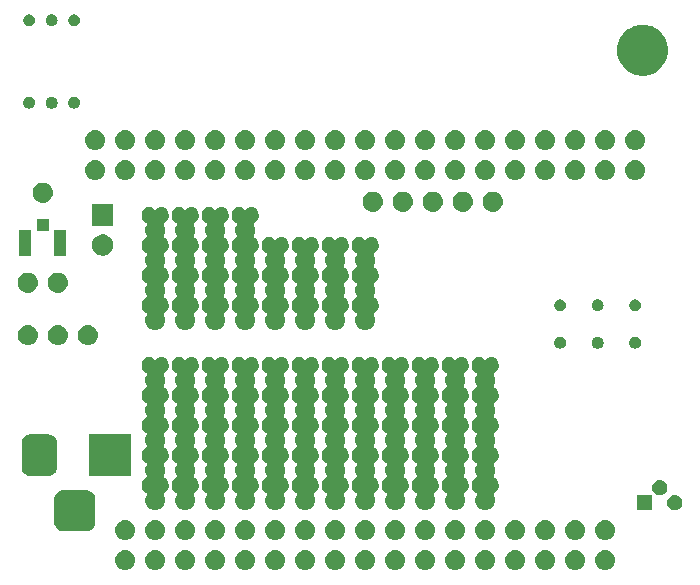
<source format=gbs>
G04 #@! TF.GenerationSoftware,KiCad,Pcbnew,5.0.2+dfsg1-1~bpo9+1*
G04 #@! TF.CreationDate,2020-04-14T03:18:22-04:00*
G04 #@! TF.ProjectId,attiny10,61747469-6e79-4313-902e-6b696361645f,0.10.a*
G04 #@! TF.SameCoordinates,Original*
G04 #@! TF.FileFunction,Soldermask,Bot*
G04 #@! TF.FilePolarity,Negative*
%FSLAX46Y46*%
G04 Gerber Fmt 4.6, Leading zero omitted, Abs format (unit mm)*
G04 Created by KiCad (PCBNEW 5.0.2+dfsg1-1~bpo9+1) date Tue 14 Apr 2020 03:18:22 AM EDT*
%MOMM*%
%LPD*%
G01*
G04 APERTURE LIST*
%ADD10C,0.150000*%
G04 APERTURE END LIST*
D10*
G36*
X40171630Y-102032299D02*
X40331855Y-102080903D01*
X40479520Y-102159831D01*
X40608949Y-102266051D01*
X40715169Y-102395480D01*
X40794097Y-102543145D01*
X40842701Y-102703370D01*
X40859112Y-102870000D01*
X40842701Y-103036630D01*
X40794097Y-103196855D01*
X40715169Y-103344520D01*
X40608949Y-103473949D01*
X40479520Y-103580169D01*
X40331855Y-103659097D01*
X40171630Y-103707701D01*
X40046752Y-103720000D01*
X39963248Y-103720000D01*
X39838370Y-103707701D01*
X39678145Y-103659097D01*
X39530480Y-103580169D01*
X39401051Y-103473949D01*
X39294831Y-103344520D01*
X39215903Y-103196855D01*
X39167299Y-103036630D01*
X39150888Y-102870000D01*
X39167299Y-102703370D01*
X39215903Y-102543145D01*
X39294831Y-102395480D01*
X39401051Y-102266051D01*
X39530480Y-102159831D01*
X39678145Y-102080903D01*
X39838370Y-102032299D01*
X39963248Y-102020000D01*
X40046752Y-102020000D01*
X40171630Y-102032299D01*
X40171630Y-102032299D01*
G37*
G36*
X60491630Y-102032299D02*
X60651855Y-102080903D01*
X60799520Y-102159831D01*
X60928949Y-102266051D01*
X61035169Y-102395480D01*
X61114097Y-102543145D01*
X61162701Y-102703370D01*
X61179112Y-102870000D01*
X61162701Y-103036630D01*
X61114097Y-103196855D01*
X61035169Y-103344520D01*
X60928949Y-103473949D01*
X60799520Y-103580169D01*
X60651855Y-103659097D01*
X60491630Y-103707701D01*
X60366752Y-103720000D01*
X60283248Y-103720000D01*
X60158370Y-103707701D01*
X59998145Y-103659097D01*
X59850480Y-103580169D01*
X59721051Y-103473949D01*
X59614831Y-103344520D01*
X59535903Y-103196855D01*
X59487299Y-103036630D01*
X59470888Y-102870000D01*
X59487299Y-102703370D01*
X59535903Y-102543145D01*
X59614831Y-102395480D01*
X59721051Y-102266051D01*
X59850480Y-102159831D01*
X59998145Y-102080903D01*
X60158370Y-102032299D01*
X60283248Y-102020000D01*
X60366752Y-102020000D01*
X60491630Y-102032299D01*
X60491630Y-102032299D01*
G37*
G36*
X73191630Y-102032299D02*
X73351855Y-102080903D01*
X73499520Y-102159831D01*
X73628949Y-102266051D01*
X73735169Y-102395480D01*
X73814097Y-102543145D01*
X73862701Y-102703370D01*
X73879112Y-102870000D01*
X73862701Y-103036630D01*
X73814097Y-103196855D01*
X73735169Y-103344520D01*
X73628949Y-103473949D01*
X73499520Y-103580169D01*
X73351855Y-103659097D01*
X73191630Y-103707701D01*
X73066752Y-103720000D01*
X72983248Y-103720000D01*
X72858370Y-103707701D01*
X72698145Y-103659097D01*
X72550480Y-103580169D01*
X72421051Y-103473949D01*
X72314831Y-103344520D01*
X72235903Y-103196855D01*
X72187299Y-103036630D01*
X72170888Y-102870000D01*
X72187299Y-102703370D01*
X72235903Y-102543145D01*
X72314831Y-102395480D01*
X72421051Y-102266051D01*
X72550480Y-102159831D01*
X72698145Y-102080903D01*
X72858370Y-102032299D01*
X72983248Y-102020000D01*
X73066752Y-102020000D01*
X73191630Y-102032299D01*
X73191630Y-102032299D01*
G37*
G36*
X78271630Y-102032299D02*
X78431855Y-102080903D01*
X78579520Y-102159831D01*
X78708949Y-102266051D01*
X78815169Y-102395480D01*
X78894097Y-102543145D01*
X78942701Y-102703370D01*
X78959112Y-102870000D01*
X78942701Y-103036630D01*
X78894097Y-103196855D01*
X78815169Y-103344520D01*
X78708949Y-103473949D01*
X78579520Y-103580169D01*
X78431855Y-103659097D01*
X78271630Y-103707701D01*
X78146752Y-103720000D01*
X78063248Y-103720000D01*
X77938370Y-103707701D01*
X77778145Y-103659097D01*
X77630480Y-103580169D01*
X77501051Y-103473949D01*
X77394831Y-103344520D01*
X77315903Y-103196855D01*
X77267299Y-103036630D01*
X77250888Y-102870000D01*
X77267299Y-102703370D01*
X77315903Y-102543145D01*
X77394831Y-102395480D01*
X77501051Y-102266051D01*
X77630480Y-102159831D01*
X77778145Y-102080903D01*
X77938370Y-102032299D01*
X78063248Y-102020000D01*
X78146752Y-102020000D01*
X78271630Y-102032299D01*
X78271630Y-102032299D01*
G37*
G36*
X68111630Y-102032299D02*
X68271855Y-102080903D01*
X68419520Y-102159831D01*
X68548949Y-102266051D01*
X68655169Y-102395480D01*
X68734097Y-102543145D01*
X68782701Y-102703370D01*
X68799112Y-102870000D01*
X68782701Y-103036630D01*
X68734097Y-103196855D01*
X68655169Y-103344520D01*
X68548949Y-103473949D01*
X68419520Y-103580169D01*
X68271855Y-103659097D01*
X68111630Y-103707701D01*
X67986752Y-103720000D01*
X67903248Y-103720000D01*
X67778370Y-103707701D01*
X67618145Y-103659097D01*
X67470480Y-103580169D01*
X67341051Y-103473949D01*
X67234831Y-103344520D01*
X67155903Y-103196855D01*
X67107299Y-103036630D01*
X67090888Y-102870000D01*
X67107299Y-102703370D01*
X67155903Y-102543145D01*
X67234831Y-102395480D01*
X67341051Y-102266051D01*
X67470480Y-102159831D01*
X67618145Y-102080903D01*
X67778370Y-102032299D01*
X67903248Y-102020000D01*
X67986752Y-102020000D01*
X68111630Y-102032299D01*
X68111630Y-102032299D01*
G37*
G36*
X70651630Y-102032299D02*
X70811855Y-102080903D01*
X70959520Y-102159831D01*
X71088949Y-102266051D01*
X71195169Y-102395480D01*
X71274097Y-102543145D01*
X71322701Y-102703370D01*
X71339112Y-102870000D01*
X71322701Y-103036630D01*
X71274097Y-103196855D01*
X71195169Y-103344520D01*
X71088949Y-103473949D01*
X70959520Y-103580169D01*
X70811855Y-103659097D01*
X70651630Y-103707701D01*
X70526752Y-103720000D01*
X70443248Y-103720000D01*
X70318370Y-103707701D01*
X70158145Y-103659097D01*
X70010480Y-103580169D01*
X69881051Y-103473949D01*
X69774831Y-103344520D01*
X69695903Y-103196855D01*
X69647299Y-103036630D01*
X69630888Y-102870000D01*
X69647299Y-102703370D01*
X69695903Y-102543145D01*
X69774831Y-102395480D01*
X69881051Y-102266051D01*
X70010480Y-102159831D01*
X70158145Y-102080903D01*
X70318370Y-102032299D01*
X70443248Y-102020000D01*
X70526752Y-102020000D01*
X70651630Y-102032299D01*
X70651630Y-102032299D01*
G37*
G36*
X75731630Y-102032299D02*
X75891855Y-102080903D01*
X76039520Y-102159831D01*
X76168949Y-102266051D01*
X76275169Y-102395480D01*
X76354097Y-102543145D01*
X76402701Y-102703370D01*
X76419112Y-102870000D01*
X76402701Y-103036630D01*
X76354097Y-103196855D01*
X76275169Y-103344520D01*
X76168949Y-103473949D01*
X76039520Y-103580169D01*
X75891855Y-103659097D01*
X75731630Y-103707701D01*
X75606752Y-103720000D01*
X75523248Y-103720000D01*
X75398370Y-103707701D01*
X75238145Y-103659097D01*
X75090480Y-103580169D01*
X74961051Y-103473949D01*
X74854831Y-103344520D01*
X74775903Y-103196855D01*
X74727299Y-103036630D01*
X74710888Y-102870000D01*
X74727299Y-102703370D01*
X74775903Y-102543145D01*
X74854831Y-102395480D01*
X74961051Y-102266051D01*
X75090480Y-102159831D01*
X75238145Y-102080903D01*
X75398370Y-102032299D01*
X75523248Y-102020000D01*
X75606752Y-102020000D01*
X75731630Y-102032299D01*
X75731630Y-102032299D01*
G37*
G36*
X65571630Y-102032299D02*
X65731855Y-102080903D01*
X65879520Y-102159831D01*
X66008949Y-102266051D01*
X66115169Y-102395480D01*
X66194097Y-102543145D01*
X66242701Y-102703370D01*
X66259112Y-102870000D01*
X66242701Y-103036630D01*
X66194097Y-103196855D01*
X66115169Y-103344520D01*
X66008949Y-103473949D01*
X65879520Y-103580169D01*
X65731855Y-103659097D01*
X65571630Y-103707701D01*
X65446752Y-103720000D01*
X65363248Y-103720000D01*
X65238370Y-103707701D01*
X65078145Y-103659097D01*
X64930480Y-103580169D01*
X64801051Y-103473949D01*
X64694831Y-103344520D01*
X64615903Y-103196855D01*
X64567299Y-103036630D01*
X64550888Y-102870000D01*
X64567299Y-102703370D01*
X64615903Y-102543145D01*
X64694831Y-102395480D01*
X64801051Y-102266051D01*
X64930480Y-102159831D01*
X65078145Y-102080903D01*
X65238370Y-102032299D01*
X65363248Y-102020000D01*
X65446752Y-102020000D01*
X65571630Y-102032299D01*
X65571630Y-102032299D01*
G37*
G36*
X80811630Y-102032299D02*
X80971855Y-102080903D01*
X81119520Y-102159831D01*
X81248949Y-102266051D01*
X81355169Y-102395480D01*
X81434097Y-102543145D01*
X81482701Y-102703370D01*
X81499112Y-102870000D01*
X81482701Y-103036630D01*
X81434097Y-103196855D01*
X81355169Y-103344520D01*
X81248949Y-103473949D01*
X81119520Y-103580169D01*
X80971855Y-103659097D01*
X80811630Y-103707701D01*
X80686752Y-103720000D01*
X80603248Y-103720000D01*
X80478370Y-103707701D01*
X80318145Y-103659097D01*
X80170480Y-103580169D01*
X80041051Y-103473949D01*
X79934831Y-103344520D01*
X79855903Y-103196855D01*
X79807299Y-103036630D01*
X79790888Y-102870000D01*
X79807299Y-102703370D01*
X79855903Y-102543145D01*
X79934831Y-102395480D01*
X80041051Y-102266051D01*
X80170480Y-102159831D01*
X80318145Y-102080903D01*
X80478370Y-102032299D01*
X80603248Y-102020000D01*
X80686752Y-102020000D01*
X80811630Y-102032299D01*
X80811630Y-102032299D01*
G37*
G36*
X55411630Y-102032299D02*
X55571855Y-102080903D01*
X55719520Y-102159831D01*
X55848949Y-102266051D01*
X55955169Y-102395480D01*
X56034097Y-102543145D01*
X56082701Y-102703370D01*
X56099112Y-102870000D01*
X56082701Y-103036630D01*
X56034097Y-103196855D01*
X55955169Y-103344520D01*
X55848949Y-103473949D01*
X55719520Y-103580169D01*
X55571855Y-103659097D01*
X55411630Y-103707701D01*
X55286752Y-103720000D01*
X55203248Y-103720000D01*
X55078370Y-103707701D01*
X54918145Y-103659097D01*
X54770480Y-103580169D01*
X54641051Y-103473949D01*
X54534831Y-103344520D01*
X54455903Y-103196855D01*
X54407299Y-103036630D01*
X54390888Y-102870000D01*
X54407299Y-102703370D01*
X54455903Y-102543145D01*
X54534831Y-102395480D01*
X54641051Y-102266051D01*
X54770480Y-102159831D01*
X54918145Y-102080903D01*
X55078370Y-102032299D01*
X55203248Y-102020000D01*
X55286752Y-102020000D01*
X55411630Y-102032299D01*
X55411630Y-102032299D01*
G37*
G36*
X63031630Y-102032299D02*
X63191855Y-102080903D01*
X63339520Y-102159831D01*
X63468949Y-102266051D01*
X63575169Y-102395480D01*
X63654097Y-102543145D01*
X63702701Y-102703370D01*
X63719112Y-102870000D01*
X63702701Y-103036630D01*
X63654097Y-103196855D01*
X63575169Y-103344520D01*
X63468949Y-103473949D01*
X63339520Y-103580169D01*
X63191855Y-103659097D01*
X63031630Y-103707701D01*
X62906752Y-103720000D01*
X62823248Y-103720000D01*
X62698370Y-103707701D01*
X62538145Y-103659097D01*
X62390480Y-103580169D01*
X62261051Y-103473949D01*
X62154831Y-103344520D01*
X62075903Y-103196855D01*
X62027299Y-103036630D01*
X62010888Y-102870000D01*
X62027299Y-102703370D01*
X62075903Y-102543145D01*
X62154831Y-102395480D01*
X62261051Y-102266051D01*
X62390480Y-102159831D01*
X62538145Y-102080903D01*
X62698370Y-102032299D01*
X62823248Y-102020000D01*
X62906752Y-102020000D01*
X63031630Y-102032299D01*
X63031630Y-102032299D01*
G37*
G36*
X57951630Y-102032299D02*
X58111855Y-102080903D01*
X58259520Y-102159831D01*
X58388949Y-102266051D01*
X58495169Y-102395480D01*
X58574097Y-102543145D01*
X58622701Y-102703370D01*
X58639112Y-102870000D01*
X58622701Y-103036630D01*
X58574097Y-103196855D01*
X58495169Y-103344520D01*
X58388949Y-103473949D01*
X58259520Y-103580169D01*
X58111855Y-103659097D01*
X57951630Y-103707701D01*
X57826752Y-103720000D01*
X57743248Y-103720000D01*
X57618370Y-103707701D01*
X57458145Y-103659097D01*
X57310480Y-103580169D01*
X57181051Y-103473949D01*
X57074831Y-103344520D01*
X56995903Y-103196855D01*
X56947299Y-103036630D01*
X56930888Y-102870000D01*
X56947299Y-102703370D01*
X56995903Y-102543145D01*
X57074831Y-102395480D01*
X57181051Y-102266051D01*
X57310480Y-102159831D01*
X57458145Y-102080903D01*
X57618370Y-102032299D01*
X57743248Y-102020000D01*
X57826752Y-102020000D01*
X57951630Y-102032299D01*
X57951630Y-102032299D01*
G37*
G36*
X50331630Y-102032299D02*
X50491855Y-102080903D01*
X50639520Y-102159831D01*
X50768949Y-102266051D01*
X50875169Y-102395480D01*
X50954097Y-102543145D01*
X51002701Y-102703370D01*
X51019112Y-102870000D01*
X51002701Y-103036630D01*
X50954097Y-103196855D01*
X50875169Y-103344520D01*
X50768949Y-103473949D01*
X50639520Y-103580169D01*
X50491855Y-103659097D01*
X50331630Y-103707701D01*
X50206752Y-103720000D01*
X50123248Y-103720000D01*
X49998370Y-103707701D01*
X49838145Y-103659097D01*
X49690480Y-103580169D01*
X49561051Y-103473949D01*
X49454831Y-103344520D01*
X49375903Y-103196855D01*
X49327299Y-103036630D01*
X49310888Y-102870000D01*
X49327299Y-102703370D01*
X49375903Y-102543145D01*
X49454831Y-102395480D01*
X49561051Y-102266051D01*
X49690480Y-102159831D01*
X49838145Y-102080903D01*
X49998370Y-102032299D01*
X50123248Y-102020000D01*
X50206752Y-102020000D01*
X50331630Y-102032299D01*
X50331630Y-102032299D01*
G37*
G36*
X45251630Y-102032299D02*
X45411855Y-102080903D01*
X45559520Y-102159831D01*
X45688949Y-102266051D01*
X45795169Y-102395480D01*
X45874097Y-102543145D01*
X45922701Y-102703370D01*
X45939112Y-102870000D01*
X45922701Y-103036630D01*
X45874097Y-103196855D01*
X45795169Y-103344520D01*
X45688949Y-103473949D01*
X45559520Y-103580169D01*
X45411855Y-103659097D01*
X45251630Y-103707701D01*
X45126752Y-103720000D01*
X45043248Y-103720000D01*
X44918370Y-103707701D01*
X44758145Y-103659097D01*
X44610480Y-103580169D01*
X44481051Y-103473949D01*
X44374831Y-103344520D01*
X44295903Y-103196855D01*
X44247299Y-103036630D01*
X44230888Y-102870000D01*
X44247299Y-102703370D01*
X44295903Y-102543145D01*
X44374831Y-102395480D01*
X44481051Y-102266051D01*
X44610480Y-102159831D01*
X44758145Y-102080903D01*
X44918370Y-102032299D01*
X45043248Y-102020000D01*
X45126752Y-102020000D01*
X45251630Y-102032299D01*
X45251630Y-102032299D01*
G37*
G36*
X47791630Y-102032299D02*
X47951855Y-102080903D01*
X48099520Y-102159831D01*
X48228949Y-102266051D01*
X48335169Y-102395480D01*
X48414097Y-102543145D01*
X48462701Y-102703370D01*
X48479112Y-102870000D01*
X48462701Y-103036630D01*
X48414097Y-103196855D01*
X48335169Y-103344520D01*
X48228949Y-103473949D01*
X48099520Y-103580169D01*
X47951855Y-103659097D01*
X47791630Y-103707701D01*
X47666752Y-103720000D01*
X47583248Y-103720000D01*
X47458370Y-103707701D01*
X47298145Y-103659097D01*
X47150480Y-103580169D01*
X47021051Y-103473949D01*
X46914831Y-103344520D01*
X46835903Y-103196855D01*
X46787299Y-103036630D01*
X46770888Y-102870000D01*
X46787299Y-102703370D01*
X46835903Y-102543145D01*
X46914831Y-102395480D01*
X47021051Y-102266051D01*
X47150480Y-102159831D01*
X47298145Y-102080903D01*
X47458370Y-102032299D01*
X47583248Y-102020000D01*
X47666752Y-102020000D01*
X47791630Y-102032299D01*
X47791630Y-102032299D01*
G37*
G36*
X42711630Y-102032299D02*
X42871855Y-102080903D01*
X43019520Y-102159831D01*
X43148949Y-102266051D01*
X43255169Y-102395480D01*
X43334097Y-102543145D01*
X43382701Y-102703370D01*
X43399112Y-102870000D01*
X43382701Y-103036630D01*
X43334097Y-103196855D01*
X43255169Y-103344520D01*
X43148949Y-103473949D01*
X43019520Y-103580169D01*
X42871855Y-103659097D01*
X42711630Y-103707701D01*
X42586752Y-103720000D01*
X42503248Y-103720000D01*
X42378370Y-103707701D01*
X42218145Y-103659097D01*
X42070480Y-103580169D01*
X41941051Y-103473949D01*
X41834831Y-103344520D01*
X41755903Y-103196855D01*
X41707299Y-103036630D01*
X41690888Y-102870000D01*
X41707299Y-102703370D01*
X41755903Y-102543145D01*
X41834831Y-102395480D01*
X41941051Y-102266051D01*
X42070480Y-102159831D01*
X42218145Y-102080903D01*
X42378370Y-102032299D01*
X42503248Y-102020000D01*
X42586752Y-102020000D01*
X42711630Y-102032299D01*
X42711630Y-102032299D01*
G37*
G36*
X52871630Y-102032299D02*
X53031855Y-102080903D01*
X53179520Y-102159831D01*
X53308949Y-102266051D01*
X53415169Y-102395480D01*
X53494097Y-102543145D01*
X53542701Y-102703370D01*
X53559112Y-102870000D01*
X53542701Y-103036630D01*
X53494097Y-103196855D01*
X53415169Y-103344520D01*
X53308949Y-103473949D01*
X53179520Y-103580169D01*
X53031855Y-103659097D01*
X52871630Y-103707701D01*
X52746752Y-103720000D01*
X52663248Y-103720000D01*
X52538370Y-103707701D01*
X52378145Y-103659097D01*
X52230480Y-103580169D01*
X52101051Y-103473949D01*
X51994831Y-103344520D01*
X51915903Y-103196855D01*
X51867299Y-103036630D01*
X51850888Y-102870000D01*
X51867299Y-102703370D01*
X51915903Y-102543145D01*
X51994831Y-102395480D01*
X52101051Y-102266051D01*
X52230480Y-102159831D01*
X52378145Y-102080903D01*
X52538370Y-102032299D01*
X52663248Y-102020000D01*
X52746752Y-102020000D01*
X52871630Y-102032299D01*
X52871630Y-102032299D01*
G37*
G36*
X68111630Y-99492299D02*
X68271855Y-99540903D01*
X68419520Y-99619831D01*
X68548949Y-99726051D01*
X68655169Y-99855480D01*
X68734097Y-100003145D01*
X68782701Y-100163370D01*
X68799112Y-100330000D01*
X68782701Y-100496630D01*
X68734097Y-100656855D01*
X68655169Y-100804520D01*
X68548949Y-100933949D01*
X68419520Y-101040169D01*
X68271855Y-101119097D01*
X68111630Y-101167701D01*
X67986752Y-101180000D01*
X67903248Y-101180000D01*
X67778370Y-101167701D01*
X67618145Y-101119097D01*
X67470480Y-101040169D01*
X67341051Y-100933949D01*
X67234831Y-100804520D01*
X67155903Y-100656855D01*
X67107299Y-100496630D01*
X67090888Y-100330000D01*
X67107299Y-100163370D01*
X67155903Y-100003145D01*
X67234831Y-99855480D01*
X67341051Y-99726051D01*
X67470480Y-99619831D01*
X67618145Y-99540903D01*
X67778370Y-99492299D01*
X67903248Y-99480000D01*
X67986752Y-99480000D01*
X68111630Y-99492299D01*
X68111630Y-99492299D01*
G37*
G36*
X47791630Y-99492299D02*
X47951855Y-99540903D01*
X48099520Y-99619831D01*
X48228949Y-99726051D01*
X48335169Y-99855480D01*
X48414097Y-100003145D01*
X48462701Y-100163370D01*
X48479112Y-100330000D01*
X48462701Y-100496630D01*
X48414097Y-100656855D01*
X48335169Y-100804520D01*
X48228949Y-100933949D01*
X48099520Y-101040169D01*
X47951855Y-101119097D01*
X47791630Y-101167701D01*
X47666752Y-101180000D01*
X47583248Y-101180000D01*
X47458370Y-101167701D01*
X47298145Y-101119097D01*
X47150480Y-101040169D01*
X47021051Y-100933949D01*
X46914831Y-100804520D01*
X46835903Y-100656855D01*
X46787299Y-100496630D01*
X46770888Y-100330000D01*
X46787299Y-100163370D01*
X46835903Y-100003145D01*
X46914831Y-99855480D01*
X47021051Y-99726051D01*
X47150480Y-99619831D01*
X47298145Y-99540903D01*
X47458370Y-99492299D01*
X47583248Y-99480000D01*
X47666752Y-99480000D01*
X47791630Y-99492299D01*
X47791630Y-99492299D01*
G37*
G36*
X57951630Y-99492299D02*
X58111855Y-99540903D01*
X58259520Y-99619831D01*
X58388949Y-99726051D01*
X58495169Y-99855480D01*
X58574097Y-100003145D01*
X58622701Y-100163370D01*
X58639112Y-100330000D01*
X58622701Y-100496630D01*
X58574097Y-100656855D01*
X58495169Y-100804520D01*
X58388949Y-100933949D01*
X58259520Y-101040169D01*
X58111855Y-101119097D01*
X57951630Y-101167701D01*
X57826752Y-101180000D01*
X57743248Y-101180000D01*
X57618370Y-101167701D01*
X57458145Y-101119097D01*
X57310480Y-101040169D01*
X57181051Y-100933949D01*
X57074831Y-100804520D01*
X56995903Y-100656855D01*
X56947299Y-100496630D01*
X56930888Y-100330000D01*
X56947299Y-100163370D01*
X56995903Y-100003145D01*
X57074831Y-99855480D01*
X57181051Y-99726051D01*
X57310480Y-99619831D01*
X57458145Y-99540903D01*
X57618370Y-99492299D01*
X57743248Y-99480000D01*
X57826752Y-99480000D01*
X57951630Y-99492299D01*
X57951630Y-99492299D01*
G37*
G36*
X55411630Y-99492299D02*
X55571855Y-99540903D01*
X55719520Y-99619831D01*
X55848949Y-99726051D01*
X55955169Y-99855480D01*
X56034097Y-100003145D01*
X56082701Y-100163370D01*
X56099112Y-100330000D01*
X56082701Y-100496630D01*
X56034097Y-100656855D01*
X55955169Y-100804520D01*
X55848949Y-100933949D01*
X55719520Y-101040169D01*
X55571855Y-101119097D01*
X55411630Y-101167701D01*
X55286752Y-101180000D01*
X55203248Y-101180000D01*
X55078370Y-101167701D01*
X54918145Y-101119097D01*
X54770480Y-101040169D01*
X54641051Y-100933949D01*
X54534831Y-100804520D01*
X54455903Y-100656855D01*
X54407299Y-100496630D01*
X54390888Y-100330000D01*
X54407299Y-100163370D01*
X54455903Y-100003145D01*
X54534831Y-99855480D01*
X54641051Y-99726051D01*
X54770480Y-99619831D01*
X54918145Y-99540903D01*
X55078370Y-99492299D01*
X55203248Y-99480000D01*
X55286752Y-99480000D01*
X55411630Y-99492299D01*
X55411630Y-99492299D01*
G37*
G36*
X42711630Y-99492299D02*
X42871855Y-99540903D01*
X43019520Y-99619831D01*
X43148949Y-99726051D01*
X43255169Y-99855480D01*
X43334097Y-100003145D01*
X43382701Y-100163370D01*
X43399112Y-100330000D01*
X43382701Y-100496630D01*
X43334097Y-100656855D01*
X43255169Y-100804520D01*
X43148949Y-100933949D01*
X43019520Y-101040169D01*
X42871855Y-101119097D01*
X42711630Y-101167701D01*
X42586752Y-101180000D01*
X42503248Y-101180000D01*
X42378370Y-101167701D01*
X42218145Y-101119097D01*
X42070480Y-101040169D01*
X41941051Y-100933949D01*
X41834831Y-100804520D01*
X41755903Y-100656855D01*
X41707299Y-100496630D01*
X41690888Y-100330000D01*
X41707299Y-100163370D01*
X41755903Y-100003145D01*
X41834831Y-99855480D01*
X41941051Y-99726051D01*
X42070480Y-99619831D01*
X42218145Y-99540903D01*
X42378370Y-99492299D01*
X42503248Y-99480000D01*
X42586752Y-99480000D01*
X42711630Y-99492299D01*
X42711630Y-99492299D01*
G37*
G36*
X63031630Y-99492299D02*
X63191855Y-99540903D01*
X63339520Y-99619831D01*
X63468949Y-99726051D01*
X63575169Y-99855480D01*
X63654097Y-100003145D01*
X63702701Y-100163370D01*
X63719112Y-100330000D01*
X63702701Y-100496630D01*
X63654097Y-100656855D01*
X63575169Y-100804520D01*
X63468949Y-100933949D01*
X63339520Y-101040169D01*
X63191855Y-101119097D01*
X63031630Y-101167701D01*
X62906752Y-101180000D01*
X62823248Y-101180000D01*
X62698370Y-101167701D01*
X62538145Y-101119097D01*
X62390480Y-101040169D01*
X62261051Y-100933949D01*
X62154831Y-100804520D01*
X62075903Y-100656855D01*
X62027299Y-100496630D01*
X62010888Y-100330000D01*
X62027299Y-100163370D01*
X62075903Y-100003145D01*
X62154831Y-99855480D01*
X62261051Y-99726051D01*
X62390480Y-99619831D01*
X62538145Y-99540903D01*
X62698370Y-99492299D01*
X62823248Y-99480000D01*
X62906752Y-99480000D01*
X63031630Y-99492299D01*
X63031630Y-99492299D01*
G37*
G36*
X65571630Y-99492299D02*
X65731855Y-99540903D01*
X65879520Y-99619831D01*
X66008949Y-99726051D01*
X66115169Y-99855480D01*
X66194097Y-100003145D01*
X66242701Y-100163370D01*
X66259112Y-100330000D01*
X66242701Y-100496630D01*
X66194097Y-100656855D01*
X66115169Y-100804520D01*
X66008949Y-100933949D01*
X65879520Y-101040169D01*
X65731855Y-101119097D01*
X65571630Y-101167701D01*
X65446752Y-101180000D01*
X65363248Y-101180000D01*
X65238370Y-101167701D01*
X65078145Y-101119097D01*
X64930480Y-101040169D01*
X64801051Y-100933949D01*
X64694831Y-100804520D01*
X64615903Y-100656855D01*
X64567299Y-100496630D01*
X64550888Y-100330000D01*
X64567299Y-100163370D01*
X64615903Y-100003145D01*
X64694831Y-99855480D01*
X64801051Y-99726051D01*
X64930480Y-99619831D01*
X65078145Y-99540903D01*
X65238370Y-99492299D01*
X65363248Y-99480000D01*
X65446752Y-99480000D01*
X65571630Y-99492299D01*
X65571630Y-99492299D01*
G37*
G36*
X60491630Y-99492299D02*
X60651855Y-99540903D01*
X60799520Y-99619831D01*
X60928949Y-99726051D01*
X61035169Y-99855480D01*
X61114097Y-100003145D01*
X61162701Y-100163370D01*
X61179112Y-100330000D01*
X61162701Y-100496630D01*
X61114097Y-100656855D01*
X61035169Y-100804520D01*
X60928949Y-100933949D01*
X60799520Y-101040169D01*
X60651855Y-101119097D01*
X60491630Y-101167701D01*
X60366752Y-101180000D01*
X60283248Y-101180000D01*
X60158370Y-101167701D01*
X59998145Y-101119097D01*
X59850480Y-101040169D01*
X59721051Y-100933949D01*
X59614831Y-100804520D01*
X59535903Y-100656855D01*
X59487299Y-100496630D01*
X59470888Y-100330000D01*
X59487299Y-100163370D01*
X59535903Y-100003145D01*
X59614831Y-99855480D01*
X59721051Y-99726051D01*
X59850480Y-99619831D01*
X59998145Y-99540903D01*
X60158370Y-99492299D01*
X60283248Y-99480000D01*
X60366752Y-99480000D01*
X60491630Y-99492299D01*
X60491630Y-99492299D01*
G37*
G36*
X75731630Y-99492299D02*
X75891855Y-99540903D01*
X76039520Y-99619831D01*
X76168949Y-99726051D01*
X76275169Y-99855480D01*
X76354097Y-100003145D01*
X76402701Y-100163370D01*
X76419112Y-100330000D01*
X76402701Y-100496630D01*
X76354097Y-100656855D01*
X76275169Y-100804520D01*
X76168949Y-100933949D01*
X76039520Y-101040169D01*
X75891855Y-101119097D01*
X75731630Y-101167701D01*
X75606752Y-101180000D01*
X75523248Y-101180000D01*
X75398370Y-101167701D01*
X75238145Y-101119097D01*
X75090480Y-101040169D01*
X74961051Y-100933949D01*
X74854831Y-100804520D01*
X74775903Y-100656855D01*
X74727299Y-100496630D01*
X74710888Y-100330000D01*
X74727299Y-100163370D01*
X74775903Y-100003145D01*
X74854831Y-99855480D01*
X74961051Y-99726051D01*
X75090480Y-99619831D01*
X75238145Y-99540903D01*
X75398370Y-99492299D01*
X75523248Y-99480000D01*
X75606752Y-99480000D01*
X75731630Y-99492299D01*
X75731630Y-99492299D01*
G37*
G36*
X70651630Y-99492299D02*
X70811855Y-99540903D01*
X70959520Y-99619831D01*
X71088949Y-99726051D01*
X71195169Y-99855480D01*
X71274097Y-100003145D01*
X71322701Y-100163370D01*
X71339112Y-100330000D01*
X71322701Y-100496630D01*
X71274097Y-100656855D01*
X71195169Y-100804520D01*
X71088949Y-100933949D01*
X70959520Y-101040169D01*
X70811855Y-101119097D01*
X70651630Y-101167701D01*
X70526752Y-101180000D01*
X70443248Y-101180000D01*
X70318370Y-101167701D01*
X70158145Y-101119097D01*
X70010480Y-101040169D01*
X69881051Y-100933949D01*
X69774831Y-100804520D01*
X69695903Y-100656855D01*
X69647299Y-100496630D01*
X69630888Y-100330000D01*
X69647299Y-100163370D01*
X69695903Y-100003145D01*
X69774831Y-99855480D01*
X69881051Y-99726051D01*
X70010480Y-99619831D01*
X70158145Y-99540903D01*
X70318370Y-99492299D01*
X70443248Y-99480000D01*
X70526752Y-99480000D01*
X70651630Y-99492299D01*
X70651630Y-99492299D01*
G37*
G36*
X73191630Y-99492299D02*
X73351855Y-99540903D01*
X73499520Y-99619831D01*
X73628949Y-99726051D01*
X73735169Y-99855480D01*
X73814097Y-100003145D01*
X73862701Y-100163370D01*
X73879112Y-100330000D01*
X73862701Y-100496630D01*
X73814097Y-100656855D01*
X73735169Y-100804520D01*
X73628949Y-100933949D01*
X73499520Y-101040169D01*
X73351855Y-101119097D01*
X73191630Y-101167701D01*
X73066752Y-101180000D01*
X72983248Y-101180000D01*
X72858370Y-101167701D01*
X72698145Y-101119097D01*
X72550480Y-101040169D01*
X72421051Y-100933949D01*
X72314831Y-100804520D01*
X72235903Y-100656855D01*
X72187299Y-100496630D01*
X72170888Y-100330000D01*
X72187299Y-100163370D01*
X72235903Y-100003145D01*
X72314831Y-99855480D01*
X72421051Y-99726051D01*
X72550480Y-99619831D01*
X72698145Y-99540903D01*
X72858370Y-99492299D01*
X72983248Y-99480000D01*
X73066752Y-99480000D01*
X73191630Y-99492299D01*
X73191630Y-99492299D01*
G37*
G36*
X50331630Y-99492299D02*
X50491855Y-99540903D01*
X50639520Y-99619831D01*
X50768949Y-99726051D01*
X50875169Y-99855480D01*
X50954097Y-100003145D01*
X51002701Y-100163370D01*
X51019112Y-100330000D01*
X51002701Y-100496630D01*
X50954097Y-100656855D01*
X50875169Y-100804520D01*
X50768949Y-100933949D01*
X50639520Y-101040169D01*
X50491855Y-101119097D01*
X50331630Y-101167701D01*
X50206752Y-101180000D01*
X50123248Y-101180000D01*
X49998370Y-101167701D01*
X49838145Y-101119097D01*
X49690480Y-101040169D01*
X49561051Y-100933949D01*
X49454831Y-100804520D01*
X49375903Y-100656855D01*
X49327299Y-100496630D01*
X49310888Y-100330000D01*
X49327299Y-100163370D01*
X49375903Y-100003145D01*
X49454831Y-99855480D01*
X49561051Y-99726051D01*
X49690480Y-99619831D01*
X49838145Y-99540903D01*
X49998370Y-99492299D01*
X50123248Y-99480000D01*
X50206752Y-99480000D01*
X50331630Y-99492299D01*
X50331630Y-99492299D01*
G37*
G36*
X80811630Y-99492299D02*
X80971855Y-99540903D01*
X81119520Y-99619831D01*
X81248949Y-99726051D01*
X81355169Y-99855480D01*
X81434097Y-100003145D01*
X81482701Y-100163370D01*
X81499112Y-100330000D01*
X81482701Y-100496630D01*
X81434097Y-100656855D01*
X81355169Y-100804520D01*
X81248949Y-100933949D01*
X81119520Y-101040169D01*
X80971855Y-101119097D01*
X80811630Y-101167701D01*
X80686752Y-101180000D01*
X80603248Y-101180000D01*
X80478370Y-101167701D01*
X80318145Y-101119097D01*
X80170480Y-101040169D01*
X80041051Y-100933949D01*
X79934831Y-100804520D01*
X79855903Y-100656855D01*
X79807299Y-100496630D01*
X79790888Y-100330000D01*
X79807299Y-100163370D01*
X79855903Y-100003145D01*
X79934831Y-99855480D01*
X80041051Y-99726051D01*
X80170480Y-99619831D01*
X80318145Y-99540903D01*
X80478370Y-99492299D01*
X80603248Y-99480000D01*
X80686752Y-99480000D01*
X80811630Y-99492299D01*
X80811630Y-99492299D01*
G37*
G36*
X78271630Y-99492299D02*
X78431855Y-99540903D01*
X78579520Y-99619831D01*
X78708949Y-99726051D01*
X78815169Y-99855480D01*
X78894097Y-100003145D01*
X78942701Y-100163370D01*
X78959112Y-100330000D01*
X78942701Y-100496630D01*
X78894097Y-100656855D01*
X78815169Y-100804520D01*
X78708949Y-100933949D01*
X78579520Y-101040169D01*
X78431855Y-101119097D01*
X78271630Y-101167701D01*
X78146752Y-101180000D01*
X78063248Y-101180000D01*
X77938370Y-101167701D01*
X77778145Y-101119097D01*
X77630480Y-101040169D01*
X77501051Y-100933949D01*
X77394831Y-100804520D01*
X77315903Y-100656855D01*
X77267299Y-100496630D01*
X77250888Y-100330000D01*
X77267299Y-100163370D01*
X77315903Y-100003145D01*
X77394831Y-99855480D01*
X77501051Y-99726051D01*
X77630480Y-99619831D01*
X77778145Y-99540903D01*
X77938370Y-99492299D01*
X78063248Y-99480000D01*
X78146752Y-99480000D01*
X78271630Y-99492299D01*
X78271630Y-99492299D01*
G37*
G36*
X45251630Y-99492299D02*
X45411855Y-99540903D01*
X45559520Y-99619831D01*
X45688949Y-99726051D01*
X45795169Y-99855480D01*
X45874097Y-100003145D01*
X45922701Y-100163370D01*
X45939112Y-100330000D01*
X45922701Y-100496630D01*
X45874097Y-100656855D01*
X45795169Y-100804520D01*
X45688949Y-100933949D01*
X45559520Y-101040169D01*
X45411855Y-101119097D01*
X45251630Y-101167701D01*
X45126752Y-101180000D01*
X45043248Y-101180000D01*
X44918370Y-101167701D01*
X44758145Y-101119097D01*
X44610480Y-101040169D01*
X44481051Y-100933949D01*
X44374831Y-100804520D01*
X44295903Y-100656855D01*
X44247299Y-100496630D01*
X44230888Y-100330000D01*
X44247299Y-100163370D01*
X44295903Y-100003145D01*
X44374831Y-99855480D01*
X44481051Y-99726051D01*
X44610480Y-99619831D01*
X44758145Y-99540903D01*
X44918370Y-99492299D01*
X45043248Y-99480000D01*
X45126752Y-99480000D01*
X45251630Y-99492299D01*
X45251630Y-99492299D01*
G37*
G36*
X40171630Y-99492299D02*
X40331855Y-99540903D01*
X40479520Y-99619831D01*
X40608949Y-99726051D01*
X40715169Y-99855480D01*
X40794097Y-100003145D01*
X40842701Y-100163370D01*
X40859112Y-100330000D01*
X40842701Y-100496630D01*
X40794097Y-100656855D01*
X40715169Y-100804520D01*
X40608949Y-100933949D01*
X40479520Y-101040169D01*
X40331855Y-101119097D01*
X40171630Y-101167701D01*
X40046752Y-101180000D01*
X39963248Y-101180000D01*
X39838370Y-101167701D01*
X39678145Y-101119097D01*
X39530480Y-101040169D01*
X39401051Y-100933949D01*
X39294831Y-100804520D01*
X39215903Y-100656855D01*
X39167299Y-100496630D01*
X39150888Y-100330000D01*
X39167299Y-100163370D01*
X39215903Y-100003145D01*
X39294831Y-99855480D01*
X39401051Y-99726051D01*
X39530480Y-99619831D01*
X39678145Y-99540903D01*
X39838370Y-99492299D01*
X39963248Y-99480000D01*
X40046752Y-99480000D01*
X40171630Y-99492299D01*
X40171630Y-99492299D01*
G37*
G36*
X52871630Y-99492299D02*
X53031855Y-99540903D01*
X53179520Y-99619831D01*
X53308949Y-99726051D01*
X53415169Y-99855480D01*
X53494097Y-100003145D01*
X53542701Y-100163370D01*
X53559112Y-100330000D01*
X53542701Y-100496630D01*
X53494097Y-100656855D01*
X53415169Y-100804520D01*
X53308949Y-100933949D01*
X53179520Y-101040169D01*
X53031855Y-101119097D01*
X52871630Y-101167701D01*
X52746752Y-101180000D01*
X52663248Y-101180000D01*
X52538370Y-101167701D01*
X52378145Y-101119097D01*
X52230480Y-101040169D01*
X52101051Y-100933949D01*
X51994831Y-100804520D01*
X51915903Y-100656855D01*
X51867299Y-100496630D01*
X51850888Y-100330000D01*
X51867299Y-100163370D01*
X51915903Y-100003145D01*
X51994831Y-99855480D01*
X52101051Y-99726051D01*
X52230480Y-99619831D01*
X52378145Y-99540903D01*
X52538370Y-99492299D01*
X52663248Y-99480000D01*
X52746752Y-99480000D01*
X52871630Y-99492299D01*
X52871630Y-99492299D01*
G37*
G36*
X36830891Y-96946205D02*
X36983200Y-96992407D01*
X37123567Y-97067435D01*
X37246597Y-97168403D01*
X37347565Y-97291433D01*
X37422593Y-97431800D01*
X37468795Y-97584109D01*
X37485000Y-97748640D01*
X37485000Y-99611360D01*
X37468795Y-99775891D01*
X37422593Y-99928200D01*
X37347565Y-100068567D01*
X37246597Y-100191597D01*
X37123567Y-100292565D01*
X36983200Y-100367593D01*
X36830891Y-100413795D01*
X36666360Y-100430000D01*
X34803640Y-100430000D01*
X34639109Y-100413795D01*
X34486800Y-100367593D01*
X34346433Y-100292565D01*
X34223403Y-100191597D01*
X34122435Y-100068567D01*
X34047407Y-99928200D01*
X34001205Y-99775891D01*
X33985000Y-99611360D01*
X33985000Y-97748640D01*
X34001205Y-97584109D01*
X34047407Y-97431800D01*
X34122435Y-97291433D01*
X34223403Y-97168403D01*
X34346433Y-97067435D01*
X34486800Y-96992407D01*
X34639109Y-96946205D01*
X34803640Y-96930000D01*
X36666360Y-96930000D01*
X36830891Y-96946205D01*
X36830891Y-96946205D01*
G37*
G36*
X84650000Y-98650000D02*
X83350000Y-98650000D01*
X83350000Y-97350000D01*
X84650000Y-97350000D01*
X84650000Y-98650000D01*
X84650000Y-98650000D01*
G37*
G36*
X86687738Y-97366653D02*
X86729598Y-97374979D01*
X86764245Y-97389330D01*
X86847890Y-97423977D01*
X86954354Y-97495114D01*
X87044886Y-97585646D01*
X87116023Y-97692110D01*
X87165021Y-97810403D01*
X87190000Y-97935979D01*
X87190000Y-98064021D01*
X87165021Y-98189597D01*
X87116023Y-98307890D01*
X87044886Y-98414354D01*
X86954354Y-98504886D01*
X86847890Y-98576023D01*
X86764245Y-98610670D01*
X86729598Y-98625021D01*
X86687738Y-98633347D01*
X86604021Y-98650000D01*
X86475979Y-98650000D01*
X86392262Y-98633347D01*
X86350402Y-98625021D01*
X86315755Y-98610670D01*
X86232110Y-98576023D01*
X86125646Y-98504886D01*
X86035114Y-98414354D01*
X85963977Y-98307890D01*
X85914979Y-98189597D01*
X85890000Y-98064021D01*
X85890000Y-97935979D01*
X85914979Y-97810403D01*
X85963977Y-97692110D01*
X86035114Y-97585646D01*
X86125646Y-97495114D01*
X86232110Y-97423977D01*
X86315755Y-97389330D01*
X86350402Y-97374979D01*
X86392262Y-97366653D01*
X86475979Y-97350000D01*
X86604021Y-97350000D01*
X86687738Y-97366653D01*
X86687738Y-97366653D01*
G37*
G36*
X68597620Y-85668682D02*
X68710720Y-85702990D01*
X68814954Y-85758704D01*
X68906317Y-85833683D01*
X68981296Y-85925045D01*
X69037010Y-86029279D01*
X69071318Y-86142379D01*
X69080000Y-86230526D01*
X69080000Y-86489473D01*
X69071318Y-86577620D01*
X69037010Y-86690720D01*
X68981296Y-86794955D01*
X68906317Y-86886317D01*
X68814955Y-86961296D01*
X68720174Y-87011957D01*
X68699811Y-87025564D01*
X68682484Y-87042891D01*
X68668870Y-87063266D01*
X68659492Y-87085905D01*
X68654712Y-87109938D01*
X68654712Y-87134442D01*
X68659493Y-87158476D01*
X68668870Y-87181114D01*
X68706117Y-87250799D01*
X68734097Y-87303145D01*
X68734097Y-87303146D01*
X68782701Y-87463370D01*
X68799112Y-87630000D01*
X68782701Y-87796630D01*
X68743273Y-87926604D01*
X68734097Y-87956855D01*
X68706117Y-88009201D01*
X68668870Y-88078886D01*
X68659492Y-88101525D01*
X68654712Y-88125558D01*
X68654712Y-88150063D01*
X68659493Y-88174096D01*
X68668870Y-88196735D01*
X68682484Y-88217110D01*
X68699811Y-88234437D01*
X68720178Y-88248046D01*
X68814954Y-88298704D01*
X68906317Y-88373683D01*
X68981296Y-88465045D01*
X69037010Y-88569279D01*
X69071318Y-88682379D01*
X69080000Y-88770526D01*
X69080000Y-89029473D01*
X69071318Y-89117620D01*
X69037010Y-89230720D01*
X68981296Y-89334955D01*
X68906317Y-89426317D01*
X68814955Y-89501296D01*
X68720174Y-89551957D01*
X68699811Y-89565564D01*
X68682484Y-89582891D01*
X68668870Y-89603266D01*
X68659492Y-89625905D01*
X68654712Y-89649938D01*
X68654712Y-89674442D01*
X68659493Y-89698476D01*
X68668870Y-89721114D01*
X68706117Y-89790799D01*
X68734097Y-89843145D01*
X68734097Y-89843146D01*
X68782701Y-90003370D01*
X68799112Y-90170000D01*
X68782701Y-90336630D01*
X68743273Y-90466604D01*
X68734097Y-90496855D01*
X68706117Y-90549201D01*
X68668870Y-90618886D01*
X68659492Y-90641525D01*
X68654712Y-90665558D01*
X68654712Y-90690063D01*
X68659493Y-90714096D01*
X68668870Y-90736735D01*
X68682484Y-90757110D01*
X68699811Y-90774437D01*
X68720178Y-90788046D01*
X68814954Y-90838704D01*
X68906317Y-90913683D01*
X68981296Y-91005045D01*
X69037010Y-91109279D01*
X69071318Y-91222379D01*
X69080000Y-91310526D01*
X69080000Y-91569473D01*
X69071318Y-91657620D01*
X69037010Y-91770720D01*
X68981296Y-91874955D01*
X68906317Y-91966317D01*
X68814955Y-92041296D01*
X68720174Y-92091957D01*
X68699811Y-92105564D01*
X68682484Y-92122891D01*
X68668870Y-92143266D01*
X68659492Y-92165905D01*
X68654712Y-92189938D01*
X68654712Y-92214442D01*
X68659493Y-92238476D01*
X68668870Y-92261114D01*
X68682754Y-92287090D01*
X68734097Y-92383145D01*
X68734097Y-92383146D01*
X68782701Y-92543370D01*
X68799112Y-92710000D01*
X68782701Y-92876630D01*
X68743273Y-93006604D01*
X68734097Y-93036855D01*
X68706117Y-93089201D01*
X68668870Y-93158886D01*
X68659492Y-93181525D01*
X68654712Y-93205558D01*
X68654712Y-93230063D01*
X68659493Y-93254096D01*
X68668870Y-93276735D01*
X68682484Y-93297110D01*
X68699811Y-93314437D01*
X68720178Y-93328046D01*
X68814954Y-93378704D01*
X68906317Y-93453683D01*
X68981296Y-93545045D01*
X69037010Y-93649279D01*
X69071318Y-93762379D01*
X69080000Y-93850526D01*
X69080000Y-94109473D01*
X69071318Y-94197620D01*
X69037010Y-94310720D01*
X68981296Y-94414955D01*
X68906317Y-94506317D01*
X68814955Y-94581296D01*
X68720174Y-94631957D01*
X68699811Y-94645564D01*
X68682484Y-94662891D01*
X68668870Y-94683266D01*
X68659492Y-94705905D01*
X68654712Y-94729938D01*
X68654712Y-94754442D01*
X68659493Y-94778476D01*
X68668870Y-94801114D01*
X68706117Y-94870799D01*
X68734097Y-94923145D01*
X68734097Y-94923146D01*
X68782701Y-95083370D01*
X68799112Y-95250000D01*
X68782701Y-95416630D01*
X68754277Y-95510330D01*
X68734097Y-95576855D01*
X68706117Y-95629201D01*
X68668870Y-95698886D01*
X68659492Y-95721525D01*
X68654712Y-95745558D01*
X68654712Y-95770063D01*
X68659493Y-95794096D01*
X68668870Y-95816735D01*
X68682484Y-95837110D01*
X68699811Y-95854437D01*
X68720178Y-95868046D01*
X68814954Y-95918704D01*
X68906317Y-95993683D01*
X68981296Y-96085045D01*
X69037010Y-96189279D01*
X69071318Y-96302379D01*
X69080000Y-96390526D01*
X69080000Y-96649473D01*
X69071318Y-96737620D01*
X69037010Y-96850720D01*
X68981296Y-96954955D01*
X68906317Y-97046317D01*
X68814955Y-97121296D01*
X68720174Y-97171957D01*
X68699811Y-97185564D01*
X68682484Y-97202891D01*
X68668870Y-97223266D01*
X68659492Y-97245905D01*
X68654712Y-97269938D01*
X68654712Y-97294442D01*
X68659493Y-97318476D01*
X68668870Y-97341114D01*
X68676303Y-97355021D01*
X68734097Y-97463145D01*
X68743273Y-97493396D01*
X68782701Y-97623370D01*
X68799112Y-97790000D01*
X68782701Y-97956630D01*
X68734097Y-98116855D01*
X68655169Y-98264520D01*
X68548949Y-98393949D01*
X68419520Y-98500169D01*
X68271855Y-98579097D01*
X68111630Y-98627701D01*
X67986752Y-98640000D01*
X67903248Y-98640000D01*
X67778370Y-98627701D01*
X67618145Y-98579097D01*
X67470480Y-98500169D01*
X67341051Y-98393949D01*
X67234831Y-98264520D01*
X67155903Y-98116855D01*
X67107299Y-97956630D01*
X67090888Y-97790000D01*
X67107299Y-97623370D01*
X67146727Y-97493396D01*
X67155903Y-97463145D01*
X67213697Y-97355021D01*
X67221130Y-97341114D01*
X67230508Y-97318475D01*
X67235288Y-97294442D01*
X67235288Y-97269937D01*
X67230507Y-97245904D01*
X67221130Y-97223265D01*
X67207516Y-97202890D01*
X67190189Y-97185563D01*
X67169822Y-97171954D01*
X67075046Y-97121296D01*
X66983684Y-97046317D01*
X66908705Y-96954955D01*
X66852990Y-96850721D01*
X66818682Y-96737621D01*
X66810000Y-96649474D01*
X66810000Y-96390527D01*
X66818682Y-96302380D01*
X66852990Y-96189280D01*
X66908704Y-96085046D01*
X66983683Y-95993683D01*
X67075045Y-95918704D01*
X67169826Y-95868043D01*
X67190189Y-95854436D01*
X67207516Y-95837109D01*
X67221130Y-95816734D01*
X67230508Y-95794095D01*
X67235288Y-95770062D01*
X67235288Y-95745558D01*
X67230507Y-95721524D01*
X67221130Y-95698886D01*
X67183883Y-95629201D01*
X67155903Y-95576855D01*
X67135723Y-95510330D01*
X67107299Y-95416630D01*
X67090888Y-95250000D01*
X67107299Y-95083370D01*
X67155903Y-94923146D01*
X67155903Y-94923145D01*
X67183883Y-94870799D01*
X67221130Y-94801114D01*
X67230508Y-94778475D01*
X67235288Y-94754442D01*
X67235288Y-94729937D01*
X67230507Y-94705904D01*
X67221130Y-94683265D01*
X67207516Y-94662890D01*
X67190189Y-94645563D01*
X67169822Y-94631954D01*
X67075046Y-94581296D01*
X66983684Y-94506317D01*
X66908705Y-94414955D01*
X66852990Y-94310721D01*
X66818682Y-94197621D01*
X66810000Y-94109474D01*
X66810000Y-93850527D01*
X66818682Y-93762380D01*
X66852990Y-93649280D01*
X66908704Y-93545046D01*
X66983683Y-93453683D01*
X67075045Y-93378704D01*
X67169826Y-93328043D01*
X67190189Y-93314436D01*
X67207516Y-93297109D01*
X67221130Y-93276734D01*
X67230508Y-93254095D01*
X67235288Y-93230062D01*
X67235288Y-93205558D01*
X67230507Y-93181524D01*
X67221130Y-93158886D01*
X67183883Y-93089201D01*
X67155903Y-93036855D01*
X67146727Y-93006604D01*
X67107299Y-92876630D01*
X67090888Y-92710000D01*
X67107299Y-92543370D01*
X67155903Y-92383146D01*
X67155903Y-92383145D01*
X67207246Y-92287090D01*
X67221130Y-92261114D01*
X67230508Y-92238475D01*
X67235288Y-92214442D01*
X67235288Y-92189937D01*
X67230507Y-92165904D01*
X67221130Y-92143265D01*
X67207516Y-92122890D01*
X67190189Y-92105563D01*
X67169822Y-92091954D01*
X67075046Y-92041296D01*
X66983684Y-91966317D01*
X66908705Y-91874955D01*
X66852990Y-91770721D01*
X66818682Y-91657621D01*
X66810000Y-91569474D01*
X66810000Y-91310527D01*
X66818682Y-91222380D01*
X66852990Y-91109280D01*
X66908704Y-91005046D01*
X66983683Y-90913683D01*
X67075045Y-90838704D01*
X67169826Y-90788043D01*
X67190189Y-90774436D01*
X67207516Y-90757109D01*
X67221130Y-90736734D01*
X67230508Y-90714095D01*
X67235288Y-90690062D01*
X67235288Y-90665558D01*
X67230507Y-90641524D01*
X67221130Y-90618886D01*
X67183883Y-90549201D01*
X67155903Y-90496855D01*
X67146727Y-90466604D01*
X67107299Y-90336630D01*
X67090888Y-90170000D01*
X67107299Y-90003370D01*
X67155903Y-89843146D01*
X67155903Y-89843145D01*
X67183883Y-89790799D01*
X67221130Y-89721114D01*
X67230508Y-89698475D01*
X67235288Y-89674442D01*
X67235288Y-89649937D01*
X67230507Y-89625904D01*
X67221130Y-89603265D01*
X67207516Y-89582890D01*
X67190189Y-89565563D01*
X67169822Y-89551954D01*
X67075046Y-89501296D01*
X66983684Y-89426317D01*
X66908705Y-89334955D01*
X66852990Y-89230721D01*
X66818682Y-89117621D01*
X66810000Y-89029474D01*
X66810000Y-88770527D01*
X66818682Y-88682380D01*
X66852990Y-88569280D01*
X66908704Y-88465046D01*
X66983683Y-88373683D01*
X67075045Y-88298704D01*
X67169826Y-88248043D01*
X67190189Y-88234436D01*
X67207516Y-88217109D01*
X67221130Y-88196734D01*
X67230508Y-88174095D01*
X67235288Y-88150062D01*
X67235288Y-88125558D01*
X67230507Y-88101524D01*
X67221130Y-88078886D01*
X67183883Y-88009201D01*
X67155903Y-87956855D01*
X67146727Y-87926604D01*
X67107299Y-87796630D01*
X67090888Y-87630000D01*
X67107299Y-87463370D01*
X67155903Y-87303146D01*
X67155903Y-87303145D01*
X67183883Y-87250799D01*
X67221130Y-87181114D01*
X67230508Y-87158475D01*
X67235288Y-87134442D01*
X67235288Y-87109937D01*
X67230507Y-87085904D01*
X67221130Y-87063265D01*
X67207516Y-87042890D01*
X67190189Y-87025563D01*
X67169822Y-87011954D01*
X67075046Y-86961296D01*
X66983684Y-86886317D01*
X66908705Y-86794955D01*
X66852990Y-86690721D01*
X66818682Y-86577621D01*
X66810000Y-86489474D01*
X66810000Y-86230527D01*
X66818682Y-86142380D01*
X66852990Y-86029280D01*
X66908704Y-85925046D01*
X66983683Y-85833683D01*
X67075045Y-85758704D01*
X67179279Y-85702990D01*
X67292379Y-85668682D01*
X67410000Y-85657097D01*
X67527620Y-85668682D01*
X67640720Y-85702990D01*
X67744954Y-85758704D01*
X67836317Y-85833683D01*
X67848390Y-85848394D01*
X67865702Y-85865705D01*
X67886076Y-85879319D01*
X67908715Y-85888696D01*
X67932749Y-85893476D01*
X67957253Y-85893476D01*
X67981287Y-85888695D01*
X68003926Y-85879318D01*
X68024300Y-85865704D01*
X68041611Y-85848393D01*
X68053683Y-85833683D01*
X68145045Y-85758704D01*
X68249279Y-85702990D01*
X68362379Y-85668682D01*
X68480000Y-85657097D01*
X68597620Y-85668682D01*
X68597620Y-85668682D01*
G37*
G36*
X66057620Y-85668682D02*
X66170720Y-85702990D01*
X66274954Y-85758704D01*
X66366317Y-85833683D01*
X66441296Y-85925045D01*
X66497010Y-86029279D01*
X66531318Y-86142379D01*
X66540000Y-86230526D01*
X66540000Y-86489473D01*
X66531318Y-86577620D01*
X66497010Y-86690720D01*
X66441296Y-86794955D01*
X66366317Y-86886317D01*
X66274955Y-86961296D01*
X66180174Y-87011957D01*
X66159811Y-87025564D01*
X66142484Y-87042891D01*
X66128870Y-87063266D01*
X66119492Y-87085905D01*
X66114712Y-87109938D01*
X66114712Y-87134442D01*
X66119493Y-87158476D01*
X66128870Y-87181114D01*
X66166117Y-87250799D01*
X66194097Y-87303145D01*
X66194097Y-87303146D01*
X66242701Y-87463370D01*
X66259112Y-87630000D01*
X66242701Y-87796630D01*
X66203273Y-87926604D01*
X66194097Y-87956855D01*
X66166117Y-88009201D01*
X66128870Y-88078886D01*
X66119492Y-88101525D01*
X66114712Y-88125558D01*
X66114712Y-88150063D01*
X66119493Y-88174096D01*
X66128870Y-88196735D01*
X66142484Y-88217110D01*
X66159811Y-88234437D01*
X66180178Y-88248046D01*
X66274954Y-88298704D01*
X66366317Y-88373683D01*
X66441296Y-88465045D01*
X66497010Y-88569279D01*
X66531318Y-88682379D01*
X66540000Y-88770526D01*
X66540000Y-89029473D01*
X66531318Y-89117620D01*
X66497010Y-89230720D01*
X66441296Y-89334955D01*
X66366317Y-89426317D01*
X66274955Y-89501296D01*
X66180174Y-89551957D01*
X66159811Y-89565564D01*
X66142484Y-89582891D01*
X66128870Y-89603266D01*
X66119492Y-89625905D01*
X66114712Y-89649938D01*
X66114712Y-89674442D01*
X66119493Y-89698476D01*
X66128870Y-89721114D01*
X66166117Y-89790799D01*
X66194097Y-89843145D01*
X66194097Y-89843146D01*
X66242701Y-90003370D01*
X66259112Y-90170000D01*
X66242701Y-90336630D01*
X66203273Y-90466604D01*
X66194097Y-90496855D01*
X66166117Y-90549201D01*
X66128870Y-90618886D01*
X66119492Y-90641525D01*
X66114712Y-90665558D01*
X66114712Y-90690063D01*
X66119493Y-90714096D01*
X66128870Y-90736735D01*
X66142484Y-90757110D01*
X66159811Y-90774437D01*
X66180178Y-90788046D01*
X66274954Y-90838704D01*
X66366317Y-90913683D01*
X66441296Y-91005045D01*
X66497010Y-91109279D01*
X66531318Y-91222379D01*
X66540000Y-91310526D01*
X66540000Y-91569473D01*
X66531318Y-91657620D01*
X66497010Y-91770720D01*
X66441296Y-91874955D01*
X66366317Y-91966317D01*
X66274955Y-92041296D01*
X66180174Y-92091957D01*
X66159811Y-92105564D01*
X66142484Y-92122891D01*
X66128870Y-92143266D01*
X66119492Y-92165905D01*
X66114712Y-92189938D01*
X66114712Y-92214442D01*
X66119493Y-92238476D01*
X66128870Y-92261114D01*
X66142754Y-92287090D01*
X66194097Y-92383145D01*
X66194097Y-92383146D01*
X66242701Y-92543370D01*
X66259112Y-92710000D01*
X66242701Y-92876630D01*
X66203273Y-93006604D01*
X66194097Y-93036855D01*
X66166117Y-93089201D01*
X66128870Y-93158886D01*
X66119492Y-93181525D01*
X66114712Y-93205558D01*
X66114712Y-93230063D01*
X66119493Y-93254096D01*
X66128870Y-93276735D01*
X66142484Y-93297110D01*
X66159811Y-93314437D01*
X66180178Y-93328046D01*
X66274954Y-93378704D01*
X66366317Y-93453683D01*
X66441296Y-93545045D01*
X66497010Y-93649279D01*
X66531318Y-93762379D01*
X66540000Y-93850526D01*
X66540000Y-94109473D01*
X66531318Y-94197620D01*
X66497010Y-94310720D01*
X66441296Y-94414955D01*
X66366317Y-94506317D01*
X66274955Y-94581296D01*
X66180174Y-94631957D01*
X66159811Y-94645564D01*
X66142484Y-94662891D01*
X66128870Y-94683266D01*
X66119492Y-94705905D01*
X66114712Y-94729938D01*
X66114712Y-94754442D01*
X66119493Y-94778476D01*
X66128870Y-94801114D01*
X66166117Y-94870799D01*
X66194097Y-94923145D01*
X66194097Y-94923146D01*
X66242701Y-95083370D01*
X66259112Y-95250000D01*
X66242701Y-95416630D01*
X66214277Y-95510330D01*
X66194097Y-95576855D01*
X66166117Y-95629201D01*
X66128870Y-95698886D01*
X66119492Y-95721525D01*
X66114712Y-95745558D01*
X66114712Y-95770063D01*
X66119493Y-95794096D01*
X66128870Y-95816735D01*
X66142484Y-95837110D01*
X66159811Y-95854437D01*
X66180178Y-95868046D01*
X66274954Y-95918704D01*
X66366317Y-95993683D01*
X66441296Y-96085045D01*
X66497010Y-96189279D01*
X66531318Y-96302379D01*
X66540000Y-96390526D01*
X66540000Y-96649473D01*
X66531318Y-96737620D01*
X66497010Y-96850720D01*
X66441296Y-96954955D01*
X66366317Y-97046317D01*
X66274955Y-97121296D01*
X66180174Y-97171957D01*
X66159811Y-97185564D01*
X66142484Y-97202891D01*
X66128870Y-97223266D01*
X66119492Y-97245905D01*
X66114712Y-97269938D01*
X66114712Y-97294442D01*
X66119493Y-97318476D01*
X66128870Y-97341114D01*
X66136303Y-97355021D01*
X66194097Y-97463145D01*
X66203273Y-97493396D01*
X66242701Y-97623370D01*
X66259112Y-97790000D01*
X66242701Y-97956630D01*
X66194097Y-98116855D01*
X66115169Y-98264520D01*
X66008949Y-98393949D01*
X65879520Y-98500169D01*
X65731855Y-98579097D01*
X65571630Y-98627701D01*
X65446752Y-98640000D01*
X65363248Y-98640000D01*
X65238370Y-98627701D01*
X65078145Y-98579097D01*
X64930480Y-98500169D01*
X64801051Y-98393949D01*
X64694831Y-98264520D01*
X64615903Y-98116855D01*
X64567299Y-97956630D01*
X64550888Y-97790000D01*
X64567299Y-97623370D01*
X64606727Y-97493396D01*
X64615903Y-97463145D01*
X64673697Y-97355021D01*
X64681130Y-97341114D01*
X64690508Y-97318475D01*
X64695288Y-97294442D01*
X64695288Y-97269937D01*
X64690507Y-97245904D01*
X64681130Y-97223265D01*
X64667516Y-97202890D01*
X64650189Y-97185563D01*
X64629822Y-97171954D01*
X64535046Y-97121296D01*
X64443684Y-97046317D01*
X64368705Y-96954955D01*
X64312990Y-96850721D01*
X64278682Y-96737621D01*
X64270000Y-96649474D01*
X64270000Y-96390527D01*
X64278682Y-96302380D01*
X64312990Y-96189280D01*
X64368704Y-96085046D01*
X64443683Y-95993683D01*
X64535045Y-95918704D01*
X64629826Y-95868043D01*
X64650189Y-95854436D01*
X64667516Y-95837109D01*
X64681130Y-95816734D01*
X64690508Y-95794095D01*
X64695288Y-95770062D01*
X64695288Y-95745558D01*
X64690507Y-95721524D01*
X64681130Y-95698886D01*
X64643883Y-95629201D01*
X64615903Y-95576855D01*
X64595723Y-95510330D01*
X64567299Y-95416630D01*
X64550888Y-95250000D01*
X64567299Y-95083370D01*
X64615903Y-94923146D01*
X64615903Y-94923145D01*
X64643883Y-94870799D01*
X64681130Y-94801114D01*
X64690508Y-94778475D01*
X64695288Y-94754442D01*
X64695288Y-94729937D01*
X64690507Y-94705904D01*
X64681130Y-94683265D01*
X64667516Y-94662890D01*
X64650189Y-94645563D01*
X64629822Y-94631954D01*
X64535046Y-94581296D01*
X64443684Y-94506317D01*
X64368705Y-94414955D01*
X64312990Y-94310721D01*
X64278682Y-94197621D01*
X64270000Y-94109474D01*
X64270000Y-93850527D01*
X64278682Y-93762380D01*
X64312990Y-93649280D01*
X64368704Y-93545046D01*
X64443683Y-93453683D01*
X64535045Y-93378704D01*
X64629826Y-93328043D01*
X64650189Y-93314436D01*
X64667516Y-93297109D01*
X64681130Y-93276734D01*
X64690508Y-93254095D01*
X64695288Y-93230062D01*
X64695288Y-93205558D01*
X64690507Y-93181524D01*
X64681130Y-93158886D01*
X64643883Y-93089201D01*
X64615903Y-93036855D01*
X64606727Y-93006604D01*
X64567299Y-92876630D01*
X64550888Y-92710000D01*
X64567299Y-92543370D01*
X64615903Y-92383146D01*
X64615903Y-92383145D01*
X64667246Y-92287090D01*
X64681130Y-92261114D01*
X64690508Y-92238475D01*
X64695288Y-92214442D01*
X64695288Y-92189937D01*
X64690507Y-92165904D01*
X64681130Y-92143265D01*
X64667516Y-92122890D01*
X64650189Y-92105563D01*
X64629822Y-92091954D01*
X64535046Y-92041296D01*
X64443684Y-91966317D01*
X64368705Y-91874955D01*
X64312990Y-91770721D01*
X64278682Y-91657621D01*
X64270000Y-91569474D01*
X64270000Y-91310527D01*
X64278682Y-91222380D01*
X64312990Y-91109280D01*
X64368704Y-91005046D01*
X64443683Y-90913683D01*
X64535045Y-90838704D01*
X64629826Y-90788043D01*
X64650189Y-90774436D01*
X64667516Y-90757109D01*
X64681130Y-90736734D01*
X64690508Y-90714095D01*
X64695288Y-90690062D01*
X64695288Y-90665558D01*
X64690507Y-90641524D01*
X64681130Y-90618886D01*
X64643883Y-90549201D01*
X64615903Y-90496855D01*
X64606727Y-90466604D01*
X64567299Y-90336630D01*
X64550888Y-90170000D01*
X64567299Y-90003370D01*
X64615903Y-89843146D01*
X64615903Y-89843145D01*
X64643883Y-89790799D01*
X64681130Y-89721114D01*
X64690508Y-89698475D01*
X64695288Y-89674442D01*
X64695288Y-89649937D01*
X64690507Y-89625904D01*
X64681130Y-89603265D01*
X64667516Y-89582890D01*
X64650189Y-89565563D01*
X64629822Y-89551954D01*
X64535046Y-89501296D01*
X64443684Y-89426317D01*
X64368705Y-89334955D01*
X64312990Y-89230721D01*
X64278682Y-89117621D01*
X64270000Y-89029474D01*
X64270000Y-88770527D01*
X64278682Y-88682380D01*
X64312990Y-88569280D01*
X64368704Y-88465046D01*
X64443683Y-88373683D01*
X64535045Y-88298704D01*
X64629826Y-88248043D01*
X64650189Y-88234436D01*
X64667516Y-88217109D01*
X64681130Y-88196734D01*
X64690508Y-88174095D01*
X64695288Y-88150062D01*
X64695288Y-88125558D01*
X64690507Y-88101524D01*
X64681130Y-88078886D01*
X64643883Y-88009201D01*
X64615903Y-87956855D01*
X64606727Y-87926604D01*
X64567299Y-87796630D01*
X64550888Y-87630000D01*
X64567299Y-87463370D01*
X64615903Y-87303146D01*
X64615903Y-87303145D01*
X64643883Y-87250799D01*
X64681130Y-87181114D01*
X64690508Y-87158475D01*
X64695288Y-87134442D01*
X64695288Y-87109937D01*
X64690507Y-87085904D01*
X64681130Y-87063265D01*
X64667516Y-87042890D01*
X64650189Y-87025563D01*
X64629822Y-87011954D01*
X64535046Y-86961296D01*
X64443684Y-86886317D01*
X64368705Y-86794955D01*
X64312990Y-86690721D01*
X64278682Y-86577621D01*
X64270000Y-86489474D01*
X64270000Y-86230527D01*
X64278682Y-86142380D01*
X64312990Y-86029280D01*
X64368704Y-85925046D01*
X64443683Y-85833683D01*
X64535045Y-85758704D01*
X64639279Y-85702990D01*
X64752379Y-85668682D01*
X64870000Y-85657097D01*
X64987620Y-85668682D01*
X65100720Y-85702990D01*
X65204954Y-85758704D01*
X65296317Y-85833683D01*
X65308390Y-85848394D01*
X65325702Y-85865705D01*
X65346076Y-85879319D01*
X65368715Y-85888696D01*
X65392749Y-85893476D01*
X65417253Y-85893476D01*
X65441287Y-85888695D01*
X65463926Y-85879318D01*
X65484300Y-85865704D01*
X65501611Y-85848393D01*
X65513683Y-85833683D01*
X65605045Y-85758704D01*
X65709279Y-85702990D01*
X65822379Y-85668682D01*
X65940000Y-85657097D01*
X66057620Y-85668682D01*
X66057620Y-85668682D01*
G37*
G36*
X71137620Y-85668682D02*
X71250720Y-85702990D01*
X71354954Y-85758704D01*
X71446317Y-85833683D01*
X71521296Y-85925045D01*
X71577010Y-86029279D01*
X71611318Y-86142379D01*
X71620000Y-86230526D01*
X71620000Y-86489473D01*
X71611318Y-86577620D01*
X71577010Y-86690720D01*
X71521296Y-86794955D01*
X71446317Y-86886317D01*
X71354955Y-86961296D01*
X71260174Y-87011957D01*
X71239811Y-87025564D01*
X71222484Y-87042891D01*
X71208870Y-87063266D01*
X71199492Y-87085905D01*
X71194712Y-87109938D01*
X71194712Y-87134442D01*
X71199493Y-87158476D01*
X71208870Y-87181114D01*
X71246117Y-87250799D01*
X71274097Y-87303145D01*
X71274097Y-87303146D01*
X71322701Y-87463370D01*
X71339112Y-87630000D01*
X71322701Y-87796630D01*
X71283273Y-87926604D01*
X71274097Y-87956855D01*
X71246117Y-88009201D01*
X71208870Y-88078886D01*
X71199492Y-88101525D01*
X71194712Y-88125558D01*
X71194712Y-88150063D01*
X71199493Y-88174096D01*
X71208870Y-88196735D01*
X71222484Y-88217110D01*
X71239811Y-88234437D01*
X71260178Y-88248046D01*
X71354954Y-88298704D01*
X71446317Y-88373683D01*
X71521296Y-88465045D01*
X71577010Y-88569279D01*
X71611318Y-88682379D01*
X71620000Y-88770526D01*
X71620000Y-89029473D01*
X71611318Y-89117620D01*
X71577010Y-89230720D01*
X71521296Y-89334955D01*
X71446317Y-89426317D01*
X71354955Y-89501296D01*
X71260174Y-89551957D01*
X71239811Y-89565564D01*
X71222484Y-89582891D01*
X71208870Y-89603266D01*
X71199492Y-89625905D01*
X71194712Y-89649938D01*
X71194712Y-89674442D01*
X71199493Y-89698476D01*
X71208870Y-89721114D01*
X71246117Y-89790799D01*
X71274097Y-89843145D01*
X71274097Y-89843146D01*
X71322701Y-90003370D01*
X71339112Y-90170000D01*
X71322701Y-90336630D01*
X71283273Y-90466604D01*
X71274097Y-90496855D01*
X71246117Y-90549201D01*
X71208870Y-90618886D01*
X71199492Y-90641525D01*
X71194712Y-90665558D01*
X71194712Y-90690063D01*
X71199493Y-90714096D01*
X71208870Y-90736735D01*
X71222484Y-90757110D01*
X71239811Y-90774437D01*
X71260178Y-90788046D01*
X71354954Y-90838704D01*
X71446317Y-90913683D01*
X71521296Y-91005045D01*
X71577010Y-91109279D01*
X71611318Y-91222379D01*
X71620000Y-91310526D01*
X71620000Y-91569473D01*
X71611318Y-91657620D01*
X71577010Y-91770720D01*
X71521296Y-91874955D01*
X71446317Y-91966317D01*
X71354955Y-92041296D01*
X71260174Y-92091957D01*
X71239811Y-92105564D01*
X71222484Y-92122891D01*
X71208870Y-92143266D01*
X71199492Y-92165905D01*
X71194712Y-92189938D01*
X71194712Y-92214442D01*
X71199493Y-92238476D01*
X71208870Y-92261114D01*
X71222754Y-92287090D01*
X71274097Y-92383145D01*
X71274097Y-92383146D01*
X71322701Y-92543370D01*
X71339112Y-92710000D01*
X71322701Y-92876630D01*
X71283273Y-93006604D01*
X71274097Y-93036855D01*
X71246117Y-93089201D01*
X71208870Y-93158886D01*
X71199492Y-93181525D01*
X71194712Y-93205558D01*
X71194712Y-93230063D01*
X71199493Y-93254096D01*
X71208870Y-93276735D01*
X71222484Y-93297110D01*
X71239811Y-93314437D01*
X71260178Y-93328046D01*
X71354954Y-93378704D01*
X71446317Y-93453683D01*
X71521296Y-93545045D01*
X71577010Y-93649279D01*
X71611318Y-93762379D01*
X71620000Y-93850526D01*
X71620000Y-94109473D01*
X71611318Y-94197620D01*
X71577010Y-94310720D01*
X71521296Y-94414955D01*
X71446317Y-94506317D01*
X71354955Y-94581296D01*
X71260174Y-94631957D01*
X71239811Y-94645564D01*
X71222484Y-94662891D01*
X71208870Y-94683266D01*
X71199492Y-94705905D01*
X71194712Y-94729938D01*
X71194712Y-94754442D01*
X71199493Y-94778476D01*
X71208870Y-94801114D01*
X71246117Y-94870799D01*
X71274097Y-94923145D01*
X71274097Y-94923146D01*
X71322701Y-95083370D01*
X71339112Y-95250000D01*
X71322701Y-95416630D01*
X71294277Y-95510330D01*
X71274097Y-95576855D01*
X71246117Y-95629201D01*
X71208870Y-95698886D01*
X71199492Y-95721525D01*
X71194712Y-95745558D01*
X71194712Y-95770063D01*
X71199493Y-95794096D01*
X71208870Y-95816735D01*
X71222484Y-95837110D01*
X71239811Y-95854437D01*
X71260178Y-95868046D01*
X71354954Y-95918704D01*
X71446317Y-95993683D01*
X71521296Y-96085045D01*
X71577010Y-96189279D01*
X71611318Y-96302379D01*
X71620000Y-96390526D01*
X71620000Y-96649473D01*
X71611318Y-96737620D01*
X71577010Y-96850720D01*
X71521296Y-96954955D01*
X71446317Y-97046317D01*
X71354955Y-97121296D01*
X71260174Y-97171957D01*
X71239811Y-97185564D01*
X71222484Y-97202891D01*
X71208870Y-97223266D01*
X71199492Y-97245905D01*
X71194712Y-97269938D01*
X71194712Y-97294442D01*
X71199493Y-97318476D01*
X71208870Y-97341114D01*
X71216303Y-97355021D01*
X71274097Y-97463145D01*
X71283273Y-97493396D01*
X71322701Y-97623370D01*
X71339112Y-97790000D01*
X71322701Y-97956630D01*
X71274097Y-98116855D01*
X71195169Y-98264520D01*
X71088949Y-98393949D01*
X70959520Y-98500169D01*
X70811855Y-98579097D01*
X70651630Y-98627701D01*
X70526752Y-98640000D01*
X70443248Y-98640000D01*
X70318370Y-98627701D01*
X70158145Y-98579097D01*
X70010480Y-98500169D01*
X69881051Y-98393949D01*
X69774831Y-98264520D01*
X69695903Y-98116855D01*
X69647299Y-97956630D01*
X69630888Y-97790000D01*
X69647299Y-97623370D01*
X69686727Y-97493396D01*
X69695903Y-97463145D01*
X69753697Y-97355021D01*
X69761130Y-97341114D01*
X69770508Y-97318475D01*
X69775288Y-97294442D01*
X69775288Y-97269937D01*
X69770507Y-97245904D01*
X69761130Y-97223265D01*
X69747516Y-97202890D01*
X69730189Y-97185563D01*
X69709822Y-97171954D01*
X69615046Y-97121296D01*
X69523684Y-97046317D01*
X69448705Y-96954955D01*
X69392990Y-96850721D01*
X69358682Y-96737621D01*
X69350000Y-96649474D01*
X69350000Y-96390527D01*
X69358682Y-96302380D01*
X69392990Y-96189280D01*
X69448704Y-96085046D01*
X69523683Y-95993683D01*
X69615045Y-95918704D01*
X69709826Y-95868043D01*
X69730189Y-95854436D01*
X69747516Y-95837109D01*
X69761130Y-95816734D01*
X69770508Y-95794095D01*
X69775288Y-95770062D01*
X69775288Y-95745558D01*
X69770507Y-95721524D01*
X69761130Y-95698886D01*
X69723883Y-95629201D01*
X69695903Y-95576855D01*
X69675723Y-95510330D01*
X69647299Y-95416630D01*
X69630888Y-95250000D01*
X69647299Y-95083370D01*
X69695903Y-94923146D01*
X69695903Y-94923145D01*
X69723883Y-94870799D01*
X69761130Y-94801114D01*
X69770508Y-94778475D01*
X69775288Y-94754442D01*
X69775288Y-94729937D01*
X69770507Y-94705904D01*
X69761130Y-94683265D01*
X69747516Y-94662890D01*
X69730189Y-94645563D01*
X69709822Y-94631954D01*
X69615046Y-94581296D01*
X69523684Y-94506317D01*
X69448705Y-94414955D01*
X69392990Y-94310721D01*
X69358682Y-94197621D01*
X69350000Y-94109474D01*
X69350000Y-93850527D01*
X69358682Y-93762380D01*
X69392990Y-93649280D01*
X69448704Y-93545046D01*
X69523683Y-93453683D01*
X69615045Y-93378704D01*
X69709826Y-93328043D01*
X69730189Y-93314436D01*
X69747516Y-93297109D01*
X69761130Y-93276734D01*
X69770508Y-93254095D01*
X69775288Y-93230062D01*
X69775288Y-93205558D01*
X69770507Y-93181524D01*
X69761130Y-93158886D01*
X69723883Y-93089201D01*
X69695903Y-93036855D01*
X69686727Y-93006604D01*
X69647299Y-92876630D01*
X69630888Y-92710000D01*
X69647299Y-92543370D01*
X69695903Y-92383146D01*
X69695903Y-92383145D01*
X69747246Y-92287090D01*
X69761130Y-92261114D01*
X69770508Y-92238475D01*
X69775288Y-92214442D01*
X69775288Y-92189937D01*
X69770507Y-92165904D01*
X69761130Y-92143265D01*
X69747516Y-92122890D01*
X69730189Y-92105563D01*
X69709822Y-92091954D01*
X69615046Y-92041296D01*
X69523684Y-91966317D01*
X69448705Y-91874955D01*
X69392990Y-91770721D01*
X69358682Y-91657621D01*
X69350000Y-91569474D01*
X69350000Y-91310527D01*
X69358682Y-91222380D01*
X69392990Y-91109280D01*
X69448704Y-91005046D01*
X69523683Y-90913683D01*
X69615045Y-90838704D01*
X69709826Y-90788043D01*
X69730189Y-90774436D01*
X69747516Y-90757109D01*
X69761130Y-90736734D01*
X69770508Y-90714095D01*
X69775288Y-90690062D01*
X69775288Y-90665558D01*
X69770507Y-90641524D01*
X69761130Y-90618886D01*
X69723883Y-90549201D01*
X69695903Y-90496855D01*
X69686727Y-90466604D01*
X69647299Y-90336630D01*
X69630888Y-90170000D01*
X69647299Y-90003370D01*
X69695903Y-89843146D01*
X69695903Y-89843145D01*
X69723883Y-89790799D01*
X69761130Y-89721114D01*
X69770508Y-89698475D01*
X69775288Y-89674442D01*
X69775288Y-89649937D01*
X69770507Y-89625904D01*
X69761130Y-89603265D01*
X69747516Y-89582890D01*
X69730189Y-89565563D01*
X69709822Y-89551954D01*
X69615046Y-89501296D01*
X69523684Y-89426317D01*
X69448705Y-89334955D01*
X69392990Y-89230721D01*
X69358682Y-89117621D01*
X69350000Y-89029474D01*
X69350000Y-88770527D01*
X69358682Y-88682380D01*
X69392990Y-88569280D01*
X69448704Y-88465046D01*
X69523683Y-88373683D01*
X69615045Y-88298704D01*
X69709826Y-88248043D01*
X69730189Y-88234436D01*
X69747516Y-88217109D01*
X69761130Y-88196734D01*
X69770508Y-88174095D01*
X69775288Y-88150062D01*
X69775288Y-88125558D01*
X69770507Y-88101524D01*
X69761130Y-88078886D01*
X69723883Y-88009201D01*
X69695903Y-87956855D01*
X69686727Y-87926604D01*
X69647299Y-87796630D01*
X69630888Y-87630000D01*
X69647299Y-87463370D01*
X69695903Y-87303146D01*
X69695903Y-87303145D01*
X69723883Y-87250799D01*
X69761130Y-87181114D01*
X69770508Y-87158475D01*
X69775288Y-87134442D01*
X69775288Y-87109937D01*
X69770507Y-87085904D01*
X69761130Y-87063265D01*
X69747516Y-87042890D01*
X69730189Y-87025563D01*
X69709822Y-87011954D01*
X69615046Y-86961296D01*
X69523684Y-86886317D01*
X69448705Y-86794955D01*
X69392990Y-86690721D01*
X69358682Y-86577621D01*
X69350000Y-86489474D01*
X69350000Y-86230527D01*
X69358682Y-86142380D01*
X69392990Y-86029280D01*
X69448704Y-85925046D01*
X69523683Y-85833683D01*
X69615045Y-85758704D01*
X69719279Y-85702990D01*
X69832379Y-85668682D01*
X69950000Y-85657097D01*
X70067620Y-85668682D01*
X70180720Y-85702990D01*
X70284954Y-85758704D01*
X70376317Y-85833683D01*
X70388390Y-85848394D01*
X70405702Y-85865705D01*
X70426076Y-85879319D01*
X70448715Y-85888696D01*
X70472749Y-85893476D01*
X70497253Y-85893476D01*
X70521287Y-85888695D01*
X70543926Y-85879318D01*
X70564300Y-85865704D01*
X70581611Y-85848393D01*
X70593683Y-85833683D01*
X70685045Y-85758704D01*
X70789279Y-85702990D01*
X70902379Y-85668682D01*
X71020000Y-85657097D01*
X71137620Y-85668682D01*
X71137620Y-85668682D01*
G37*
G36*
X60977620Y-85668682D02*
X61090720Y-85702990D01*
X61194954Y-85758704D01*
X61286317Y-85833683D01*
X61361296Y-85925045D01*
X61417010Y-86029279D01*
X61451318Y-86142379D01*
X61460000Y-86230526D01*
X61460000Y-86489473D01*
X61451318Y-86577620D01*
X61417010Y-86690720D01*
X61361296Y-86794955D01*
X61286317Y-86886317D01*
X61194955Y-86961296D01*
X61100174Y-87011957D01*
X61079811Y-87025564D01*
X61062484Y-87042891D01*
X61048870Y-87063266D01*
X61039492Y-87085905D01*
X61034712Y-87109938D01*
X61034712Y-87134442D01*
X61039493Y-87158476D01*
X61048870Y-87181114D01*
X61086117Y-87250799D01*
X61114097Y-87303145D01*
X61114097Y-87303146D01*
X61162701Y-87463370D01*
X61179112Y-87630000D01*
X61162701Y-87796630D01*
X61123273Y-87926604D01*
X61114097Y-87956855D01*
X61086117Y-88009201D01*
X61048870Y-88078886D01*
X61039492Y-88101525D01*
X61034712Y-88125558D01*
X61034712Y-88150063D01*
X61039493Y-88174096D01*
X61048870Y-88196735D01*
X61062484Y-88217110D01*
X61079811Y-88234437D01*
X61100178Y-88248046D01*
X61194954Y-88298704D01*
X61286317Y-88373683D01*
X61361296Y-88465045D01*
X61417010Y-88569279D01*
X61451318Y-88682379D01*
X61460000Y-88770526D01*
X61460000Y-89029473D01*
X61451318Y-89117620D01*
X61417010Y-89230720D01*
X61361296Y-89334955D01*
X61286317Y-89426317D01*
X61194955Y-89501296D01*
X61100174Y-89551957D01*
X61079811Y-89565564D01*
X61062484Y-89582891D01*
X61048870Y-89603266D01*
X61039492Y-89625905D01*
X61034712Y-89649938D01*
X61034712Y-89674442D01*
X61039493Y-89698476D01*
X61048870Y-89721114D01*
X61086117Y-89790799D01*
X61114097Y-89843145D01*
X61114097Y-89843146D01*
X61162701Y-90003370D01*
X61179112Y-90170000D01*
X61162701Y-90336630D01*
X61123273Y-90466604D01*
X61114097Y-90496855D01*
X61086117Y-90549201D01*
X61048870Y-90618886D01*
X61039492Y-90641525D01*
X61034712Y-90665558D01*
X61034712Y-90690063D01*
X61039493Y-90714096D01*
X61048870Y-90736735D01*
X61062484Y-90757110D01*
X61079811Y-90774437D01*
X61100178Y-90788046D01*
X61194954Y-90838704D01*
X61286317Y-90913683D01*
X61361296Y-91005045D01*
X61417010Y-91109279D01*
X61451318Y-91222379D01*
X61460000Y-91310526D01*
X61460000Y-91569473D01*
X61451318Y-91657620D01*
X61417010Y-91770720D01*
X61361296Y-91874955D01*
X61286317Y-91966317D01*
X61194955Y-92041296D01*
X61100174Y-92091957D01*
X61079811Y-92105564D01*
X61062484Y-92122891D01*
X61048870Y-92143266D01*
X61039492Y-92165905D01*
X61034712Y-92189938D01*
X61034712Y-92214442D01*
X61039493Y-92238476D01*
X61048870Y-92261114D01*
X61062754Y-92287090D01*
X61114097Y-92383145D01*
X61114097Y-92383146D01*
X61162701Y-92543370D01*
X61179112Y-92710000D01*
X61162701Y-92876630D01*
X61123273Y-93006604D01*
X61114097Y-93036855D01*
X61086117Y-93089201D01*
X61048870Y-93158886D01*
X61039492Y-93181525D01*
X61034712Y-93205558D01*
X61034712Y-93230063D01*
X61039493Y-93254096D01*
X61048870Y-93276735D01*
X61062484Y-93297110D01*
X61079811Y-93314437D01*
X61100178Y-93328046D01*
X61194954Y-93378704D01*
X61286317Y-93453683D01*
X61361296Y-93545045D01*
X61417010Y-93649279D01*
X61451318Y-93762379D01*
X61460000Y-93850526D01*
X61460000Y-94109473D01*
X61451318Y-94197620D01*
X61417010Y-94310720D01*
X61361296Y-94414955D01*
X61286317Y-94506317D01*
X61194955Y-94581296D01*
X61100174Y-94631957D01*
X61079811Y-94645564D01*
X61062484Y-94662891D01*
X61048870Y-94683266D01*
X61039492Y-94705905D01*
X61034712Y-94729938D01*
X61034712Y-94754442D01*
X61039493Y-94778476D01*
X61048870Y-94801114D01*
X61086117Y-94870799D01*
X61114097Y-94923145D01*
X61114097Y-94923146D01*
X61162701Y-95083370D01*
X61179112Y-95250000D01*
X61162701Y-95416630D01*
X61134277Y-95510330D01*
X61114097Y-95576855D01*
X61086117Y-95629201D01*
X61048870Y-95698886D01*
X61039492Y-95721525D01*
X61034712Y-95745558D01*
X61034712Y-95770063D01*
X61039493Y-95794096D01*
X61048870Y-95816735D01*
X61062484Y-95837110D01*
X61079811Y-95854437D01*
X61100178Y-95868046D01*
X61194954Y-95918704D01*
X61286317Y-95993683D01*
X61361296Y-96085045D01*
X61417010Y-96189279D01*
X61451318Y-96302379D01*
X61460000Y-96390526D01*
X61460000Y-96649473D01*
X61451318Y-96737620D01*
X61417010Y-96850720D01*
X61361296Y-96954955D01*
X61286317Y-97046317D01*
X61194955Y-97121296D01*
X61100174Y-97171957D01*
X61079811Y-97185564D01*
X61062484Y-97202891D01*
X61048870Y-97223266D01*
X61039492Y-97245905D01*
X61034712Y-97269938D01*
X61034712Y-97294442D01*
X61039493Y-97318476D01*
X61048870Y-97341114D01*
X61056303Y-97355021D01*
X61114097Y-97463145D01*
X61123273Y-97493396D01*
X61162701Y-97623370D01*
X61179112Y-97790000D01*
X61162701Y-97956630D01*
X61114097Y-98116855D01*
X61035169Y-98264520D01*
X60928949Y-98393949D01*
X60799520Y-98500169D01*
X60651855Y-98579097D01*
X60491630Y-98627701D01*
X60366752Y-98640000D01*
X60283248Y-98640000D01*
X60158370Y-98627701D01*
X59998145Y-98579097D01*
X59850480Y-98500169D01*
X59721051Y-98393949D01*
X59614831Y-98264520D01*
X59535903Y-98116855D01*
X59487299Y-97956630D01*
X59470888Y-97790000D01*
X59487299Y-97623370D01*
X59526727Y-97493396D01*
X59535903Y-97463145D01*
X59593697Y-97355021D01*
X59601130Y-97341114D01*
X59610508Y-97318475D01*
X59615288Y-97294442D01*
X59615288Y-97269937D01*
X59610507Y-97245904D01*
X59601130Y-97223265D01*
X59587516Y-97202890D01*
X59570189Y-97185563D01*
X59549822Y-97171954D01*
X59455046Y-97121296D01*
X59363684Y-97046317D01*
X59288705Y-96954955D01*
X59232990Y-96850721D01*
X59198682Y-96737621D01*
X59190000Y-96649474D01*
X59190000Y-96390527D01*
X59198682Y-96302380D01*
X59232990Y-96189280D01*
X59288704Y-96085046D01*
X59363683Y-95993683D01*
X59455045Y-95918704D01*
X59549826Y-95868043D01*
X59570189Y-95854436D01*
X59587516Y-95837109D01*
X59601130Y-95816734D01*
X59610508Y-95794095D01*
X59615288Y-95770062D01*
X59615288Y-95745558D01*
X59610507Y-95721524D01*
X59601130Y-95698886D01*
X59563883Y-95629201D01*
X59535903Y-95576855D01*
X59515723Y-95510330D01*
X59487299Y-95416630D01*
X59470888Y-95250000D01*
X59487299Y-95083370D01*
X59535903Y-94923146D01*
X59535903Y-94923145D01*
X59563883Y-94870799D01*
X59601130Y-94801114D01*
X59610508Y-94778475D01*
X59615288Y-94754442D01*
X59615288Y-94729937D01*
X59610507Y-94705904D01*
X59601130Y-94683265D01*
X59587516Y-94662890D01*
X59570189Y-94645563D01*
X59549822Y-94631954D01*
X59455046Y-94581296D01*
X59363684Y-94506317D01*
X59288705Y-94414955D01*
X59232990Y-94310721D01*
X59198682Y-94197621D01*
X59190000Y-94109474D01*
X59190000Y-93850527D01*
X59198682Y-93762380D01*
X59232990Y-93649280D01*
X59288704Y-93545046D01*
X59363683Y-93453683D01*
X59455045Y-93378704D01*
X59549826Y-93328043D01*
X59570189Y-93314436D01*
X59587516Y-93297109D01*
X59601130Y-93276734D01*
X59610508Y-93254095D01*
X59615288Y-93230062D01*
X59615288Y-93205558D01*
X59610507Y-93181524D01*
X59601130Y-93158886D01*
X59563883Y-93089201D01*
X59535903Y-93036855D01*
X59526727Y-93006604D01*
X59487299Y-92876630D01*
X59470888Y-92710000D01*
X59487299Y-92543370D01*
X59535903Y-92383146D01*
X59535903Y-92383145D01*
X59587246Y-92287090D01*
X59601130Y-92261114D01*
X59610508Y-92238475D01*
X59615288Y-92214442D01*
X59615288Y-92189937D01*
X59610507Y-92165904D01*
X59601130Y-92143265D01*
X59587516Y-92122890D01*
X59570189Y-92105563D01*
X59549822Y-92091954D01*
X59455046Y-92041296D01*
X59363684Y-91966317D01*
X59288705Y-91874955D01*
X59232990Y-91770721D01*
X59198682Y-91657621D01*
X59190000Y-91569474D01*
X59190000Y-91310527D01*
X59198682Y-91222380D01*
X59232990Y-91109280D01*
X59288704Y-91005046D01*
X59363683Y-90913683D01*
X59455045Y-90838704D01*
X59549826Y-90788043D01*
X59570189Y-90774436D01*
X59587516Y-90757109D01*
X59601130Y-90736734D01*
X59610508Y-90714095D01*
X59615288Y-90690062D01*
X59615288Y-90665558D01*
X59610507Y-90641524D01*
X59601130Y-90618886D01*
X59563883Y-90549201D01*
X59535903Y-90496855D01*
X59526727Y-90466604D01*
X59487299Y-90336630D01*
X59470888Y-90170000D01*
X59487299Y-90003370D01*
X59535903Y-89843146D01*
X59535903Y-89843145D01*
X59563883Y-89790799D01*
X59601130Y-89721114D01*
X59610508Y-89698475D01*
X59615288Y-89674442D01*
X59615288Y-89649937D01*
X59610507Y-89625904D01*
X59601130Y-89603265D01*
X59587516Y-89582890D01*
X59570189Y-89565563D01*
X59549822Y-89551954D01*
X59455046Y-89501296D01*
X59363684Y-89426317D01*
X59288705Y-89334955D01*
X59232990Y-89230721D01*
X59198682Y-89117621D01*
X59190000Y-89029474D01*
X59190000Y-88770527D01*
X59198682Y-88682380D01*
X59232990Y-88569280D01*
X59288704Y-88465046D01*
X59363683Y-88373683D01*
X59455045Y-88298704D01*
X59549826Y-88248043D01*
X59570189Y-88234436D01*
X59587516Y-88217109D01*
X59601130Y-88196734D01*
X59610508Y-88174095D01*
X59615288Y-88150062D01*
X59615288Y-88125558D01*
X59610507Y-88101524D01*
X59601130Y-88078886D01*
X59563883Y-88009201D01*
X59535903Y-87956855D01*
X59526727Y-87926604D01*
X59487299Y-87796630D01*
X59470888Y-87630000D01*
X59487299Y-87463370D01*
X59535903Y-87303146D01*
X59535903Y-87303145D01*
X59563883Y-87250799D01*
X59601130Y-87181114D01*
X59610508Y-87158475D01*
X59615288Y-87134442D01*
X59615288Y-87109937D01*
X59610507Y-87085904D01*
X59601130Y-87063265D01*
X59587516Y-87042890D01*
X59570189Y-87025563D01*
X59549822Y-87011954D01*
X59455046Y-86961296D01*
X59363684Y-86886317D01*
X59288705Y-86794955D01*
X59232990Y-86690721D01*
X59198682Y-86577621D01*
X59190000Y-86489474D01*
X59190000Y-86230527D01*
X59198682Y-86142380D01*
X59232990Y-86029280D01*
X59288704Y-85925046D01*
X59363683Y-85833683D01*
X59455045Y-85758704D01*
X59559279Y-85702990D01*
X59672379Y-85668682D01*
X59790000Y-85657097D01*
X59907620Y-85668682D01*
X60020720Y-85702990D01*
X60124954Y-85758704D01*
X60216317Y-85833683D01*
X60228390Y-85848394D01*
X60245702Y-85865705D01*
X60266076Y-85879319D01*
X60288715Y-85888696D01*
X60312749Y-85893476D01*
X60337253Y-85893476D01*
X60361287Y-85888695D01*
X60383926Y-85879318D01*
X60404300Y-85865704D01*
X60421611Y-85848393D01*
X60433683Y-85833683D01*
X60525045Y-85758704D01*
X60629279Y-85702990D01*
X60742379Y-85668682D01*
X60860000Y-85657097D01*
X60977620Y-85668682D01*
X60977620Y-85668682D01*
G37*
G36*
X43197620Y-85668682D02*
X43310720Y-85702990D01*
X43414954Y-85758704D01*
X43506317Y-85833683D01*
X43581296Y-85925045D01*
X43637010Y-86029279D01*
X43671318Y-86142379D01*
X43680000Y-86230526D01*
X43680000Y-86489473D01*
X43671318Y-86577620D01*
X43637010Y-86690720D01*
X43581296Y-86794955D01*
X43506317Y-86886317D01*
X43414955Y-86961296D01*
X43320174Y-87011957D01*
X43299811Y-87025564D01*
X43282484Y-87042891D01*
X43268870Y-87063266D01*
X43259492Y-87085905D01*
X43254712Y-87109938D01*
X43254712Y-87134442D01*
X43259493Y-87158476D01*
X43268870Y-87181114D01*
X43306117Y-87250799D01*
X43334097Y-87303145D01*
X43334097Y-87303146D01*
X43382701Y-87463370D01*
X43399112Y-87630000D01*
X43382701Y-87796630D01*
X43343273Y-87926604D01*
X43334097Y-87956855D01*
X43306117Y-88009201D01*
X43268870Y-88078886D01*
X43259492Y-88101525D01*
X43254712Y-88125558D01*
X43254712Y-88150063D01*
X43259493Y-88174096D01*
X43268870Y-88196735D01*
X43282484Y-88217110D01*
X43299811Y-88234437D01*
X43320178Y-88248046D01*
X43414954Y-88298704D01*
X43506317Y-88373683D01*
X43581296Y-88465045D01*
X43637010Y-88569279D01*
X43671318Y-88682379D01*
X43680000Y-88770526D01*
X43680000Y-89029473D01*
X43671318Y-89117620D01*
X43637010Y-89230720D01*
X43581296Y-89334955D01*
X43506317Y-89426317D01*
X43414955Y-89501296D01*
X43320174Y-89551957D01*
X43299811Y-89565564D01*
X43282484Y-89582891D01*
X43268870Y-89603266D01*
X43259492Y-89625905D01*
X43254712Y-89649938D01*
X43254712Y-89674442D01*
X43259493Y-89698476D01*
X43268870Y-89721114D01*
X43306117Y-89790799D01*
X43334097Y-89843145D01*
X43334097Y-89843146D01*
X43382701Y-90003370D01*
X43399112Y-90170000D01*
X43382701Y-90336630D01*
X43343273Y-90466604D01*
X43334097Y-90496855D01*
X43306117Y-90549201D01*
X43268870Y-90618886D01*
X43259492Y-90641525D01*
X43254712Y-90665558D01*
X43254712Y-90690063D01*
X43259493Y-90714096D01*
X43268870Y-90736735D01*
X43282484Y-90757110D01*
X43299811Y-90774437D01*
X43320178Y-90788046D01*
X43414954Y-90838704D01*
X43506317Y-90913683D01*
X43581296Y-91005045D01*
X43637010Y-91109279D01*
X43671318Y-91222379D01*
X43680000Y-91310526D01*
X43680000Y-91569473D01*
X43671318Y-91657620D01*
X43637010Y-91770720D01*
X43581296Y-91874955D01*
X43506317Y-91966317D01*
X43414955Y-92041296D01*
X43320174Y-92091957D01*
X43299811Y-92105564D01*
X43282484Y-92122891D01*
X43268870Y-92143266D01*
X43259492Y-92165905D01*
X43254712Y-92189938D01*
X43254712Y-92214442D01*
X43259493Y-92238476D01*
X43268870Y-92261114D01*
X43282754Y-92287090D01*
X43334097Y-92383145D01*
X43334097Y-92383146D01*
X43382701Y-92543370D01*
X43399112Y-92710000D01*
X43382701Y-92876630D01*
X43343273Y-93006604D01*
X43334097Y-93036855D01*
X43306117Y-93089201D01*
X43268870Y-93158886D01*
X43259492Y-93181525D01*
X43254712Y-93205558D01*
X43254712Y-93230063D01*
X43259493Y-93254096D01*
X43268870Y-93276735D01*
X43282484Y-93297110D01*
X43299811Y-93314437D01*
X43320178Y-93328046D01*
X43414954Y-93378704D01*
X43506317Y-93453683D01*
X43581296Y-93545045D01*
X43637010Y-93649279D01*
X43671318Y-93762379D01*
X43680000Y-93850526D01*
X43680000Y-94109473D01*
X43671318Y-94197620D01*
X43637010Y-94310720D01*
X43581296Y-94414955D01*
X43506317Y-94506317D01*
X43414955Y-94581296D01*
X43320174Y-94631957D01*
X43299811Y-94645564D01*
X43282484Y-94662891D01*
X43268870Y-94683266D01*
X43259492Y-94705905D01*
X43254712Y-94729938D01*
X43254712Y-94754442D01*
X43259493Y-94778476D01*
X43268870Y-94801114D01*
X43306117Y-94870799D01*
X43334097Y-94923145D01*
X43334097Y-94923146D01*
X43382701Y-95083370D01*
X43399112Y-95250000D01*
X43382701Y-95416630D01*
X43354277Y-95510330D01*
X43334097Y-95576855D01*
X43306117Y-95629201D01*
X43268870Y-95698886D01*
X43259492Y-95721525D01*
X43254712Y-95745558D01*
X43254712Y-95770063D01*
X43259493Y-95794096D01*
X43268870Y-95816735D01*
X43282484Y-95837110D01*
X43299811Y-95854437D01*
X43320178Y-95868046D01*
X43414954Y-95918704D01*
X43506317Y-95993683D01*
X43581296Y-96085045D01*
X43637010Y-96189279D01*
X43671318Y-96302379D01*
X43680000Y-96390526D01*
X43680000Y-96649473D01*
X43671318Y-96737620D01*
X43637010Y-96850720D01*
X43581296Y-96954955D01*
X43506317Y-97046317D01*
X43414955Y-97121296D01*
X43320174Y-97171957D01*
X43299811Y-97185564D01*
X43282484Y-97202891D01*
X43268870Y-97223266D01*
X43259492Y-97245905D01*
X43254712Y-97269938D01*
X43254712Y-97294442D01*
X43259493Y-97318476D01*
X43268870Y-97341114D01*
X43276303Y-97355021D01*
X43334097Y-97463145D01*
X43343273Y-97493396D01*
X43382701Y-97623370D01*
X43399112Y-97790000D01*
X43382701Y-97956630D01*
X43334097Y-98116855D01*
X43255169Y-98264520D01*
X43148949Y-98393949D01*
X43019520Y-98500169D01*
X42871855Y-98579097D01*
X42711630Y-98627701D01*
X42586752Y-98640000D01*
X42503248Y-98640000D01*
X42378370Y-98627701D01*
X42218145Y-98579097D01*
X42070480Y-98500169D01*
X41941051Y-98393949D01*
X41834831Y-98264520D01*
X41755903Y-98116855D01*
X41707299Y-97956630D01*
X41690888Y-97790000D01*
X41707299Y-97623370D01*
X41746727Y-97493396D01*
X41755903Y-97463145D01*
X41813697Y-97355021D01*
X41821130Y-97341114D01*
X41830508Y-97318475D01*
X41835288Y-97294442D01*
X41835288Y-97269937D01*
X41830507Y-97245904D01*
X41821130Y-97223265D01*
X41807516Y-97202890D01*
X41790189Y-97185563D01*
X41769822Y-97171954D01*
X41675046Y-97121296D01*
X41583684Y-97046317D01*
X41508705Y-96954955D01*
X41452990Y-96850721D01*
X41418682Y-96737621D01*
X41410000Y-96649474D01*
X41410000Y-96390527D01*
X41418682Y-96302380D01*
X41452990Y-96189280D01*
X41508704Y-96085046D01*
X41583683Y-95993683D01*
X41675045Y-95918704D01*
X41769826Y-95868043D01*
X41790189Y-95854436D01*
X41807516Y-95837109D01*
X41821130Y-95816734D01*
X41830508Y-95794095D01*
X41835288Y-95770062D01*
X41835288Y-95745558D01*
X41830507Y-95721524D01*
X41821130Y-95698886D01*
X41783883Y-95629201D01*
X41755903Y-95576855D01*
X41735723Y-95510330D01*
X41707299Y-95416630D01*
X41690888Y-95250000D01*
X41707299Y-95083370D01*
X41755903Y-94923146D01*
X41755903Y-94923145D01*
X41783883Y-94870799D01*
X41821130Y-94801114D01*
X41830508Y-94778475D01*
X41835288Y-94754442D01*
X41835288Y-94729937D01*
X41830507Y-94705904D01*
X41821130Y-94683265D01*
X41807516Y-94662890D01*
X41790189Y-94645563D01*
X41769822Y-94631954D01*
X41675046Y-94581296D01*
X41583684Y-94506317D01*
X41508705Y-94414955D01*
X41452990Y-94310721D01*
X41418682Y-94197621D01*
X41410000Y-94109474D01*
X41410000Y-93850527D01*
X41418682Y-93762380D01*
X41452990Y-93649280D01*
X41508704Y-93545046D01*
X41583683Y-93453683D01*
X41675045Y-93378704D01*
X41769826Y-93328043D01*
X41790189Y-93314436D01*
X41807516Y-93297109D01*
X41821130Y-93276734D01*
X41830508Y-93254095D01*
X41835288Y-93230062D01*
X41835288Y-93205558D01*
X41830507Y-93181524D01*
X41821130Y-93158886D01*
X41783883Y-93089201D01*
X41755903Y-93036855D01*
X41746727Y-93006604D01*
X41707299Y-92876630D01*
X41690888Y-92710000D01*
X41707299Y-92543370D01*
X41755903Y-92383146D01*
X41755903Y-92383145D01*
X41807246Y-92287090D01*
X41821130Y-92261114D01*
X41830508Y-92238475D01*
X41835288Y-92214442D01*
X41835288Y-92189937D01*
X41830507Y-92165904D01*
X41821130Y-92143265D01*
X41807516Y-92122890D01*
X41790189Y-92105563D01*
X41769822Y-92091954D01*
X41675046Y-92041296D01*
X41583684Y-91966317D01*
X41508705Y-91874955D01*
X41452990Y-91770721D01*
X41418682Y-91657621D01*
X41410000Y-91569474D01*
X41410000Y-91310527D01*
X41418682Y-91222380D01*
X41452990Y-91109280D01*
X41508704Y-91005046D01*
X41583683Y-90913683D01*
X41675045Y-90838704D01*
X41769826Y-90788043D01*
X41790189Y-90774436D01*
X41807516Y-90757109D01*
X41821130Y-90736734D01*
X41830508Y-90714095D01*
X41835288Y-90690062D01*
X41835288Y-90665558D01*
X41830507Y-90641524D01*
X41821130Y-90618886D01*
X41783883Y-90549201D01*
X41755903Y-90496855D01*
X41746727Y-90466604D01*
X41707299Y-90336630D01*
X41690888Y-90170000D01*
X41707299Y-90003370D01*
X41755903Y-89843146D01*
X41755903Y-89843145D01*
X41783883Y-89790799D01*
X41821130Y-89721114D01*
X41830508Y-89698475D01*
X41835288Y-89674442D01*
X41835288Y-89649937D01*
X41830507Y-89625904D01*
X41821130Y-89603265D01*
X41807516Y-89582890D01*
X41790189Y-89565563D01*
X41769822Y-89551954D01*
X41675046Y-89501296D01*
X41583684Y-89426317D01*
X41508705Y-89334955D01*
X41452990Y-89230721D01*
X41418682Y-89117621D01*
X41410000Y-89029474D01*
X41410000Y-88770527D01*
X41418682Y-88682380D01*
X41452990Y-88569280D01*
X41508704Y-88465046D01*
X41583683Y-88373683D01*
X41675045Y-88298704D01*
X41769826Y-88248043D01*
X41790189Y-88234436D01*
X41807516Y-88217109D01*
X41821130Y-88196734D01*
X41830508Y-88174095D01*
X41835288Y-88150062D01*
X41835288Y-88125558D01*
X41830507Y-88101524D01*
X41821130Y-88078886D01*
X41783883Y-88009201D01*
X41755903Y-87956855D01*
X41746727Y-87926604D01*
X41707299Y-87796630D01*
X41690888Y-87630000D01*
X41707299Y-87463370D01*
X41755903Y-87303146D01*
X41755903Y-87303145D01*
X41783883Y-87250799D01*
X41821130Y-87181114D01*
X41830508Y-87158475D01*
X41835288Y-87134442D01*
X41835288Y-87109937D01*
X41830507Y-87085904D01*
X41821130Y-87063265D01*
X41807516Y-87042890D01*
X41790189Y-87025563D01*
X41769822Y-87011954D01*
X41675046Y-86961296D01*
X41583684Y-86886317D01*
X41508705Y-86794955D01*
X41452990Y-86690721D01*
X41418682Y-86577621D01*
X41410000Y-86489474D01*
X41410000Y-86230527D01*
X41418682Y-86142380D01*
X41452990Y-86029280D01*
X41508704Y-85925046D01*
X41583683Y-85833683D01*
X41675045Y-85758704D01*
X41779279Y-85702990D01*
X41892379Y-85668682D01*
X42010000Y-85657097D01*
X42127620Y-85668682D01*
X42240720Y-85702990D01*
X42344954Y-85758704D01*
X42436317Y-85833683D01*
X42448390Y-85848394D01*
X42465702Y-85865705D01*
X42486076Y-85879319D01*
X42508715Y-85888696D01*
X42532749Y-85893476D01*
X42557253Y-85893476D01*
X42581287Y-85888695D01*
X42603926Y-85879318D01*
X42624300Y-85865704D01*
X42641611Y-85848393D01*
X42653683Y-85833683D01*
X42745045Y-85758704D01*
X42849279Y-85702990D01*
X42962379Y-85668682D01*
X43080000Y-85657097D01*
X43197620Y-85668682D01*
X43197620Y-85668682D01*
G37*
G36*
X45737620Y-85668682D02*
X45850720Y-85702990D01*
X45954954Y-85758704D01*
X46046317Y-85833683D01*
X46121296Y-85925045D01*
X46177010Y-86029279D01*
X46211318Y-86142379D01*
X46220000Y-86230526D01*
X46220000Y-86489473D01*
X46211318Y-86577620D01*
X46177010Y-86690720D01*
X46121296Y-86794955D01*
X46046317Y-86886317D01*
X45954955Y-86961296D01*
X45860174Y-87011957D01*
X45839811Y-87025564D01*
X45822484Y-87042891D01*
X45808870Y-87063266D01*
X45799492Y-87085905D01*
X45794712Y-87109938D01*
X45794712Y-87134442D01*
X45799493Y-87158476D01*
X45808870Y-87181114D01*
X45846117Y-87250799D01*
X45874097Y-87303145D01*
X45874097Y-87303146D01*
X45922701Y-87463370D01*
X45939112Y-87630000D01*
X45922701Y-87796630D01*
X45883273Y-87926604D01*
X45874097Y-87956855D01*
X45846117Y-88009201D01*
X45808870Y-88078886D01*
X45799492Y-88101525D01*
X45794712Y-88125558D01*
X45794712Y-88150063D01*
X45799493Y-88174096D01*
X45808870Y-88196735D01*
X45822484Y-88217110D01*
X45839811Y-88234437D01*
X45860178Y-88248046D01*
X45954954Y-88298704D01*
X46046317Y-88373683D01*
X46121296Y-88465045D01*
X46177010Y-88569279D01*
X46211318Y-88682379D01*
X46220000Y-88770526D01*
X46220000Y-89029473D01*
X46211318Y-89117620D01*
X46177010Y-89230720D01*
X46121296Y-89334955D01*
X46046317Y-89426317D01*
X45954955Y-89501296D01*
X45860174Y-89551957D01*
X45839811Y-89565564D01*
X45822484Y-89582891D01*
X45808870Y-89603266D01*
X45799492Y-89625905D01*
X45794712Y-89649938D01*
X45794712Y-89674442D01*
X45799493Y-89698476D01*
X45808870Y-89721114D01*
X45846117Y-89790799D01*
X45874097Y-89843145D01*
X45874097Y-89843146D01*
X45922701Y-90003370D01*
X45939112Y-90170000D01*
X45922701Y-90336630D01*
X45883273Y-90466604D01*
X45874097Y-90496855D01*
X45846117Y-90549201D01*
X45808870Y-90618886D01*
X45799492Y-90641525D01*
X45794712Y-90665558D01*
X45794712Y-90690063D01*
X45799493Y-90714096D01*
X45808870Y-90736735D01*
X45822484Y-90757110D01*
X45839811Y-90774437D01*
X45860178Y-90788046D01*
X45954954Y-90838704D01*
X46046317Y-90913683D01*
X46121296Y-91005045D01*
X46177010Y-91109279D01*
X46211318Y-91222379D01*
X46220000Y-91310526D01*
X46220000Y-91569473D01*
X46211318Y-91657620D01*
X46177010Y-91770720D01*
X46121296Y-91874955D01*
X46046317Y-91966317D01*
X45954955Y-92041296D01*
X45860174Y-92091957D01*
X45839811Y-92105564D01*
X45822484Y-92122891D01*
X45808870Y-92143266D01*
X45799492Y-92165905D01*
X45794712Y-92189938D01*
X45794712Y-92214442D01*
X45799493Y-92238476D01*
X45808870Y-92261114D01*
X45822754Y-92287090D01*
X45874097Y-92383145D01*
X45874097Y-92383146D01*
X45922701Y-92543370D01*
X45939112Y-92710000D01*
X45922701Y-92876630D01*
X45883273Y-93006604D01*
X45874097Y-93036855D01*
X45846117Y-93089201D01*
X45808870Y-93158886D01*
X45799492Y-93181525D01*
X45794712Y-93205558D01*
X45794712Y-93230063D01*
X45799493Y-93254096D01*
X45808870Y-93276735D01*
X45822484Y-93297110D01*
X45839811Y-93314437D01*
X45860178Y-93328046D01*
X45954954Y-93378704D01*
X46046317Y-93453683D01*
X46121296Y-93545045D01*
X46177010Y-93649279D01*
X46211318Y-93762379D01*
X46220000Y-93850526D01*
X46220000Y-94109473D01*
X46211318Y-94197620D01*
X46177010Y-94310720D01*
X46121296Y-94414955D01*
X46046317Y-94506317D01*
X45954955Y-94581296D01*
X45860174Y-94631957D01*
X45839811Y-94645564D01*
X45822484Y-94662891D01*
X45808870Y-94683266D01*
X45799492Y-94705905D01*
X45794712Y-94729938D01*
X45794712Y-94754442D01*
X45799493Y-94778476D01*
X45808870Y-94801114D01*
X45846117Y-94870799D01*
X45874097Y-94923145D01*
X45874097Y-94923146D01*
X45922701Y-95083370D01*
X45939112Y-95250000D01*
X45922701Y-95416630D01*
X45894277Y-95510330D01*
X45874097Y-95576855D01*
X45846117Y-95629201D01*
X45808870Y-95698886D01*
X45799492Y-95721525D01*
X45794712Y-95745558D01*
X45794712Y-95770063D01*
X45799493Y-95794096D01*
X45808870Y-95816735D01*
X45822484Y-95837110D01*
X45839811Y-95854437D01*
X45860178Y-95868046D01*
X45954954Y-95918704D01*
X46046317Y-95993683D01*
X46121296Y-96085045D01*
X46177010Y-96189279D01*
X46211318Y-96302379D01*
X46220000Y-96390526D01*
X46220000Y-96649473D01*
X46211318Y-96737620D01*
X46177010Y-96850720D01*
X46121296Y-96954955D01*
X46046317Y-97046317D01*
X45954955Y-97121296D01*
X45860174Y-97171957D01*
X45839811Y-97185564D01*
X45822484Y-97202891D01*
X45808870Y-97223266D01*
X45799492Y-97245905D01*
X45794712Y-97269938D01*
X45794712Y-97294442D01*
X45799493Y-97318476D01*
X45808870Y-97341114D01*
X45816303Y-97355021D01*
X45874097Y-97463145D01*
X45883273Y-97493396D01*
X45922701Y-97623370D01*
X45939112Y-97790000D01*
X45922701Y-97956630D01*
X45874097Y-98116855D01*
X45795169Y-98264520D01*
X45688949Y-98393949D01*
X45559520Y-98500169D01*
X45411855Y-98579097D01*
X45251630Y-98627701D01*
X45126752Y-98640000D01*
X45043248Y-98640000D01*
X44918370Y-98627701D01*
X44758145Y-98579097D01*
X44610480Y-98500169D01*
X44481051Y-98393949D01*
X44374831Y-98264520D01*
X44295903Y-98116855D01*
X44247299Y-97956630D01*
X44230888Y-97790000D01*
X44247299Y-97623370D01*
X44286727Y-97493396D01*
X44295903Y-97463145D01*
X44353697Y-97355021D01*
X44361130Y-97341114D01*
X44370508Y-97318475D01*
X44375288Y-97294442D01*
X44375288Y-97269937D01*
X44370507Y-97245904D01*
X44361130Y-97223265D01*
X44347516Y-97202890D01*
X44330189Y-97185563D01*
X44309822Y-97171954D01*
X44215046Y-97121296D01*
X44123684Y-97046317D01*
X44048705Y-96954955D01*
X43992990Y-96850721D01*
X43958682Y-96737621D01*
X43950000Y-96649474D01*
X43950000Y-96390527D01*
X43958682Y-96302380D01*
X43992990Y-96189280D01*
X44048704Y-96085046D01*
X44123683Y-95993683D01*
X44215045Y-95918704D01*
X44309826Y-95868043D01*
X44330189Y-95854436D01*
X44347516Y-95837109D01*
X44361130Y-95816734D01*
X44370508Y-95794095D01*
X44375288Y-95770062D01*
X44375288Y-95745558D01*
X44370507Y-95721524D01*
X44361130Y-95698886D01*
X44323883Y-95629201D01*
X44295903Y-95576855D01*
X44275723Y-95510330D01*
X44247299Y-95416630D01*
X44230888Y-95250000D01*
X44247299Y-95083370D01*
X44295903Y-94923146D01*
X44295903Y-94923145D01*
X44323883Y-94870799D01*
X44361130Y-94801114D01*
X44370508Y-94778475D01*
X44375288Y-94754442D01*
X44375288Y-94729937D01*
X44370507Y-94705904D01*
X44361130Y-94683265D01*
X44347516Y-94662890D01*
X44330189Y-94645563D01*
X44309822Y-94631954D01*
X44215046Y-94581296D01*
X44123684Y-94506317D01*
X44048705Y-94414955D01*
X43992990Y-94310721D01*
X43958682Y-94197621D01*
X43950000Y-94109474D01*
X43950000Y-93850527D01*
X43958682Y-93762380D01*
X43992990Y-93649280D01*
X44048704Y-93545046D01*
X44123683Y-93453683D01*
X44215045Y-93378704D01*
X44309826Y-93328043D01*
X44330189Y-93314436D01*
X44347516Y-93297109D01*
X44361130Y-93276734D01*
X44370508Y-93254095D01*
X44375288Y-93230062D01*
X44375288Y-93205558D01*
X44370507Y-93181524D01*
X44361130Y-93158886D01*
X44323883Y-93089201D01*
X44295903Y-93036855D01*
X44286727Y-93006604D01*
X44247299Y-92876630D01*
X44230888Y-92710000D01*
X44247299Y-92543370D01*
X44295903Y-92383146D01*
X44295903Y-92383145D01*
X44347246Y-92287090D01*
X44361130Y-92261114D01*
X44370508Y-92238475D01*
X44375288Y-92214442D01*
X44375288Y-92189937D01*
X44370507Y-92165904D01*
X44361130Y-92143265D01*
X44347516Y-92122890D01*
X44330189Y-92105563D01*
X44309822Y-92091954D01*
X44215046Y-92041296D01*
X44123684Y-91966317D01*
X44048705Y-91874955D01*
X43992990Y-91770721D01*
X43958682Y-91657621D01*
X43950000Y-91569474D01*
X43950000Y-91310527D01*
X43958682Y-91222380D01*
X43992990Y-91109280D01*
X44048704Y-91005046D01*
X44123683Y-90913683D01*
X44215045Y-90838704D01*
X44309826Y-90788043D01*
X44330189Y-90774436D01*
X44347516Y-90757109D01*
X44361130Y-90736734D01*
X44370508Y-90714095D01*
X44375288Y-90690062D01*
X44375288Y-90665558D01*
X44370507Y-90641524D01*
X44361130Y-90618886D01*
X44323883Y-90549201D01*
X44295903Y-90496855D01*
X44286727Y-90466604D01*
X44247299Y-90336630D01*
X44230888Y-90170000D01*
X44247299Y-90003370D01*
X44295903Y-89843146D01*
X44295903Y-89843145D01*
X44323883Y-89790799D01*
X44361130Y-89721114D01*
X44370508Y-89698475D01*
X44375288Y-89674442D01*
X44375288Y-89649937D01*
X44370507Y-89625904D01*
X44361130Y-89603265D01*
X44347516Y-89582890D01*
X44330189Y-89565563D01*
X44309822Y-89551954D01*
X44215046Y-89501296D01*
X44123684Y-89426317D01*
X44048705Y-89334955D01*
X43992990Y-89230721D01*
X43958682Y-89117621D01*
X43950000Y-89029474D01*
X43950000Y-88770527D01*
X43958682Y-88682380D01*
X43992990Y-88569280D01*
X44048704Y-88465046D01*
X44123683Y-88373683D01*
X44215045Y-88298704D01*
X44309826Y-88248043D01*
X44330189Y-88234436D01*
X44347516Y-88217109D01*
X44361130Y-88196734D01*
X44370508Y-88174095D01*
X44375288Y-88150062D01*
X44375288Y-88125558D01*
X44370507Y-88101524D01*
X44361130Y-88078886D01*
X44323883Y-88009201D01*
X44295903Y-87956855D01*
X44286727Y-87926604D01*
X44247299Y-87796630D01*
X44230888Y-87630000D01*
X44247299Y-87463370D01*
X44295903Y-87303146D01*
X44295903Y-87303145D01*
X44323883Y-87250799D01*
X44361130Y-87181114D01*
X44370508Y-87158475D01*
X44375288Y-87134442D01*
X44375288Y-87109937D01*
X44370507Y-87085904D01*
X44361130Y-87063265D01*
X44347516Y-87042890D01*
X44330189Y-87025563D01*
X44309822Y-87011954D01*
X44215046Y-86961296D01*
X44123684Y-86886317D01*
X44048705Y-86794955D01*
X43992990Y-86690721D01*
X43958682Y-86577621D01*
X43950000Y-86489474D01*
X43950000Y-86230527D01*
X43958682Y-86142380D01*
X43992990Y-86029280D01*
X44048704Y-85925046D01*
X44123683Y-85833683D01*
X44215045Y-85758704D01*
X44319279Y-85702990D01*
X44432379Y-85668682D01*
X44550000Y-85657097D01*
X44667620Y-85668682D01*
X44780720Y-85702990D01*
X44884954Y-85758704D01*
X44976317Y-85833683D01*
X44988390Y-85848394D01*
X45005702Y-85865705D01*
X45026076Y-85879319D01*
X45048715Y-85888696D01*
X45072749Y-85893476D01*
X45097253Y-85893476D01*
X45121287Y-85888695D01*
X45143926Y-85879318D01*
X45164300Y-85865704D01*
X45181611Y-85848393D01*
X45193683Y-85833683D01*
X45285045Y-85758704D01*
X45389279Y-85702990D01*
X45502379Y-85668682D01*
X45620000Y-85657097D01*
X45737620Y-85668682D01*
X45737620Y-85668682D01*
G37*
G36*
X48277620Y-85668682D02*
X48390720Y-85702990D01*
X48494954Y-85758704D01*
X48586317Y-85833683D01*
X48661296Y-85925045D01*
X48717010Y-86029279D01*
X48751318Y-86142379D01*
X48760000Y-86230526D01*
X48760000Y-86489473D01*
X48751318Y-86577620D01*
X48717010Y-86690720D01*
X48661296Y-86794955D01*
X48586317Y-86886317D01*
X48494955Y-86961296D01*
X48400174Y-87011957D01*
X48379811Y-87025564D01*
X48362484Y-87042891D01*
X48348870Y-87063266D01*
X48339492Y-87085905D01*
X48334712Y-87109938D01*
X48334712Y-87134442D01*
X48339493Y-87158476D01*
X48348870Y-87181114D01*
X48386117Y-87250799D01*
X48414097Y-87303145D01*
X48414097Y-87303146D01*
X48462701Y-87463370D01*
X48479112Y-87630000D01*
X48462701Y-87796630D01*
X48423273Y-87926604D01*
X48414097Y-87956855D01*
X48386117Y-88009201D01*
X48348870Y-88078886D01*
X48339492Y-88101525D01*
X48334712Y-88125558D01*
X48334712Y-88150063D01*
X48339493Y-88174096D01*
X48348870Y-88196735D01*
X48362484Y-88217110D01*
X48379811Y-88234437D01*
X48400178Y-88248046D01*
X48494954Y-88298704D01*
X48586317Y-88373683D01*
X48661296Y-88465045D01*
X48717010Y-88569279D01*
X48751318Y-88682379D01*
X48760000Y-88770526D01*
X48760000Y-89029473D01*
X48751318Y-89117620D01*
X48717010Y-89230720D01*
X48661296Y-89334955D01*
X48586317Y-89426317D01*
X48494955Y-89501296D01*
X48400174Y-89551957D01*
X48379811Y-89565564D01*
X48362484Y-89582891D01*
X48348870Y-89603266D01*
X48339492Y-89625905D01*
X48334712Y-89649938D01*
X48334712Y-89674442D01*
X48339493Y-89698476D01*
X48348870Y-89721114D01*
X48386117Y-89790799D01*
X48414097Y-89843145D01*
X48414097Y-89843146D01*
X48462701Y-90003370D01*
X48479112Y-90170000D01*
X48462701Y-90336630D01*
X48423273Y-90466604D01*
X48414097Y-90496855D01*
X48386117Y-90549201D01*
X48348870Y-90618886D01*
X48339492Y-90641525D01*
X48334712Y-90665558D01*
X48334712Y-90690063D01*
X48339493Y-90714096D01*
X48348870Y-90736735D01*
X48362484Y-90757110D01*
X48379811Y-90774437D01*
X48400178Y-90788046D01*
X48494954Y-90838704D01*
X48586317Y-90913683D01*
X48661296Y-91005045D01*
X48717010Y-91109279D01*
X48751318Y-91222379D01*
X48760000Y-91310526D01*
X48760000Y-91569473D01*
X48751318Y-91657620D01*
X48717010Y-91770720D01*
X48661296Y-91874955D01*
X48586317Y-91966317D01*
X48494955Y-92041296D01*
X48400174Y-92091957D01*
X48379811Y-92105564D01*
X48362484Y-92122891D01*
X48348870Y-92143266D01*
X48339492Y-92165905D01*
X48334712Y-92189938D01*
X48334712Y-92214442D01*
X48339493Y-92238476D01*
X48348870Y-92261114D01*
X48362754Y-92287090D01*
X48414097Y-92383145D01*
X48414097Y-92383146D01*
X48462701Y-92543370D01*
X48479112Y-92710000D01*
X48462701Y-92876630D01*
X48423273Y-93006604D01*
X48414097Y-93036855D01*
X48386117Y-93089201D01*
X48348870Y-93158886D01*
X48339492Y-93181525D01*
X48334712Y-93205558D01*
X48334712Y-93230063D01*
X48339493Y-93254096D01*
X48348870Y-93276735D01*
X48362484Y-93297110D01*
X48379811Y-93314437D01*
X48400178Y-93328046D01*
X48494954Y-93378704D01*
X48586317Y-93453683D01*
X48661296Y-93545045D01*
X48717010Y-93649279D01*
X48751318Y-93762379D01*
X48760000Y-93850526D01*
X48760000Y-94109473D01*
X48751318Y-94197620D01*
X48717010Y-94310720D01*
X48661296Y-94414955D01*
X48586317Y-94506317D01*
X48494955Y-94581296D01*
X48400174Y-94631957D01*
X48379811Y-94645564D01*
X48362484Y-94662891D01*
X48348870Y-94683266D01*
X48339492Y-94705905D01*
X48334712Y-94729938D01*
X48334712Y-94754442D01*
X48339493Y-94778476D01*
X48348870Y-94801114D01*
X48386117Y-94870799D01*
X48414097Y-94923145D01*
X48414097Y-94923146D01*
X48462701Y-95083370D01*
X48479112Y-95250000D01*
X48462701Y-95416630D01*
X48434277Y-95510330D01*
X48414097Y-95576855D01*
X48386117Y-95629201D01*
X48348870Y-95698886D01*
X48339492Y-95721525D01*
X48334712Y-95745558D01*
X48334712Y-95770063D01*
X48339493Y-95794096D01*
X48348870Y-95816735D01*
X48362484Y-95837110D01*
X48379811Y-95854437D01*
X48400178Y-95868046D01*
X48494954Y-95918704D01*
X48586317Y-95993683D01*
X48661296Y-96085045D01*
X48717010Y-96189279D01*
X48751318Y-96302379D01*
X48760000Y-96390526D01*
X48760000Y-96649473D01*
X48751318Y-96737620D01*
X48717010Y-96850720D01*
X48661296Y-96954955D01*
X48586317Y-97046317D01*
X48494955Y-97121296D01*
X48400174Y-97171957D01*
X48379811Y-97185564D01*
X48362484Y-97202891D01*
X48348870Y-97223266D01*
X48339492Y-97245905D01*
X48334712Y-97269938D01*
X48334712Y-97294442D01*
X48339493Y-97318476D01*
X48348870Y-97341114D01*
X48356303Y-97355021D01*
X48414097Y-97463145D01*
X48423273Y-97493396D01*
X48462701Y-97623370D01*
X48479112Y-97790000D01*
X48462701Y-97956630D01*
X48414097Y-98116855D01*
X48335169Y-98264520D01*
X48228949Y-98393949D01*
X48099520Y-98500169D01*
X47951855Y-98579097D01*
X47791630Y-98627701D01*
X47666752Y-98640000D01*
X47583248Y-98640000D01*
X47458370Y-98627701D01*
X47298145Y-98579097D01*
X47150480Y-98500169D01*
X47021051Y-98393949D01*
X46914831Y-98264520D01*
X46835903Y-98116855D01*
X46787299Y-97956630D01*
X46770888Y-97790000D01*
X46787299Y-97623370D01*
X46826727Y-97493396D01*
X46835903Y-97463145D01*
X46893697Y-97355021D01*
X46901130Y-97341114D01*
X46910508Y-97318475D01*
X46915288Y-97294442D01*
X46915288Y-97269937D01*
X46910507Y-97245904D01*
X46901130Y-97223265D01*
X46887516Y-97202890D01*
X46870189Y-97185563D01*
X46849822Y-97171954D01*
X46755046Y-97121296D01*
X46663684Y-97046317D01*
X46588705Y-96954955D01*
X46532990Y-96850721D01*
X46498682Y-96737621D01*
X46490000Y-96649474D01*
X46490000Y-96390527D01*
X46498682Y-96302380D01*
X46532990Y-96189280D01*
X46588704Y-96085046D01*
X46663683Y-95993683D01*
X46755045Y-95918704D01*
X46849826Y-95868043D01*
X46870189Y-95854436D01*
X46887516Y-95837109D01*
X46901130Y-95816734D01*
X46910508Y-95794095D01*
X46915288Y-95770062D01*
X46915288Y-95745558D01*
X46910507Y-95721524D01*
X46901130Y-95698886D01*
X46863883Y-95629201D01*
X46835903Y-95576855D01*
X46815723Y-95510330D01*
X46787299Y-95416630D01*
X46770888Y-95250000D01*
X46787299Y-95083370D01*
X46835903Y-94923146D01*
X46835903Y-94923145D01*
X46863883Y-94870799D01*
X46901130Y-94801114D01*
X46910508Y-94778475D01*
X46915288Y-94754442D01*
X46915288Y-94729937D01*
X46910507Y-94705904D01*
X46901130Y-94683265D01*
X46887516Y-94662890D01*
X46870189Y-94645563D01*
X46849822Y-94631954D01*
X46755046Y-94581296D01*
X46663684Y-94506317D01*
X46588705Y-94414955D01*
X46532990Y-94310721D01*
X46498682Y-94197621D01*
X46490000Y-94109474D01*
X46490000Y-93850527D01*
X46498682Y-93762380D01*
X46532990Y-93649280D01*
X46588704Y-93545046D01*
X46663683Y-93453683D01*
X46755045Y-93378704D01*
X46849826Y-93328043D01*
X46870189Y-93314436D01*
X46887516Y-93297109D01*
X46901130Y-93276734D01*
X46910508Y-93254095D01*
X46915288Y-93230062D01*
X46915288Y-93205558D01*
X46910507Y-93181524D01*
X46901130Y-93158886D01*
X46863883Y-93089201D01*
X46835903Y-93036855D01*
X46826727Y-93006604D01*
X46787299Y-92876630D01*
X46770888Y-92710000D01*
X46787299Y-92543370D01*
X46835903Y-92383146D01*
X46835903Y-92383145D01*
X46887246Y-92287090D01*
X46901130Y-92261114D01*
X46910508Y-92238475D01*
X46915288Y-92214442D01*
X46915288Y-92189937D01*
X46910507Y-92165904D01*
X46901130Y-92143265D01*
X46887516Y-92122890D01*
X46870189Y-92105563D01*
X46849822Y-92091954D01*
X46755046Y-92041296D01*
X46663684Y-91966317D01*
X46588705Y-91874955D01*
X46532990Y-91770721D01*
X46498682Y-91657621D01*
X46490000Y-91569474D01*
X46490000Y-91310527D01*
X46498682Y-91222380D01*
X46532990Y-91109280D01*
X46588704Y-91005046D01*
X46663683Y-90913683D01*
X46755045Y-90838704D01*
X46849826Y-90788043D01*
X46870189Y-90774436D01*
X46887516Y-90757109D01*
X46901130Y-90736734D01*
X46910508Y-90714095D01*
X46915288Y-90690062D01*
X46915288Y-90665558D01*
X46910507Y-90641524D01*
X46901130Y-90618886D01*
X46863883Y-90549201D01*
X46835903Y-90496855D01*
X46826727Y-90466604D01*
X46787299Y-90336630D01*
X46770888Y-90170000D01*
X46787299Y-90003370D01*
X46835903Y-89843146D01*
X46835903Y-89843145D01*
X46863883Y-89790799D01*
X46901130Y-89721114D01*
X46910508Y-89698475D01*
X46915288Y-89674442D01*
X46915288Y-89649937D01*
X46910507Y-89625904D01*
X46901130Y-89603265D01*
X46887516Y-89582890D01*
X46870189Y-89565563D01*
X46849822Y-89551954D01*
X46755046Y-89501296D01*
X46663684Y-89426317D01*
X46588705Y-89334955D01*
X46532990Y-89230721D01*
X46498682Y-89117621D01*
X46490000Y-89029474D01*
X46490000Y-88770527D01*
X46498682Y-88682380D01*
X46532990Y-88569280D01*
X46588704Y-88465046D01*
X46663683Y-88373683D01*
X46755045Y-88298704D01*
X46849826Y-88248043D01*
X46870189Y-88234436D01*
X46887516Y-88217109D01*
X46901130Y-88196734D01*
X46910508Y-88174095D01*
X46915288Y-88150062D01*
X46915288Y-88125558D01*
X46910507Y-88101524D01*
X46901130Y-88078886D01*
X46863883Y-88009201D01*
X46835903Y-87956855D01*
X46826727Y-87926604D01*
X46787299Y-87796630D01*
X46770888Y-87630000D01*
X46787299Y-87463370D01*
X46835903Y-87303146D01*
X46835903Y-87303145D01*
X46863883Y-87250799D01*
X46901130Y-87181114D01*
X46910508Y-87158475D01*
X46915288Y-87134442D01*
X46915288Y-87109937D01*
X46910507Y-87085904D01*
X46901130Y-87063265D01*
X46887516Y-87042890D01*
X46870189Y-87025563D01*
X46849822Y-87011954D01*
X46755046Y-86961296D01*
X46663684Y-86886317D01*
X46588705Y-86794955D01*
X46532990Y-86690721D01*
X46498682Y-86577621D01*
X46490000Y-86489474D01*
X46490000Y-86230527D01*
X46498682Y-86142380D01*
X46532990Y-86029280D01*
X46588704Y-85925046D01*
X46663683Y-85833683D01*
X46755045Y-85758704D01*
X46859279Y-85702990D01*
X46972379Y-85668682D01*
X47090000Y-85657097D01*
X47207620Y-85668682D01*
X47320720Y-85702990D01*
X47424954Y-85758704D01*
X47516317Y-85833683D01*
X47528390Y-85848394D01*
X47545702Y-85865705D01*
X47566076Y-85879319D01*
X47588715Y-85888696D01*
X47612749Y-85893476D01*
X47637253Y-85893476D01*
X47661287Y-85888695D01*
X47683926Y-85879318D01*
X47704300Y-85865704D01*
X47721611Y-85848393D01*
X47733683Y-85833683D01*
X47825045Y-85758704D01*
X47929279Y-85702990D01*
X48042379Y-85668682D01*
X48160000Y-85657097D01*
X48277620Y-85668682D01*
X48277620Y-85668682D01*
G37*
G36*
X58437620Y-85668682D02*
X58550720Y-85702990D01*
X58654954Y-85758704D01*
X58746317Y-85833683D01*
X58821296Y-85925045D01*
X58877010Y-86029279D01*
X58911318Y-86142379D01*
X58920000Y-86230526D01*
X58920000Y-86489473D01*
X58911318Y-86577620D01*
X58877010Y-86690720D01*
X58821296Y-86794955D01*
X58746317Y-86886317D01*
X58654955Y-86961296D01*
X58560174Y-87011957D01*
X58539811Y-87025564D01*
X58522484Y-87042891D01*
X58508870Y-87063266D01*
X58499492Y-87085905D01*
X58494712Y-87109938D01*
X58494712Y-87134442D01*
X58499493Y-87158476D01*
X58508870Y-87181114D01*
X58546117Y-87250799D01*
X58574097Y-87303145D01*
X58574097Y-87303146D01*
X58622701Y-87463370D01*
X58639112Y-87630000D01*
X58622701Y-87796630D01*
X58583273Y-87926604D01*
X58574097Y-87956855D01*
X58546117Y-88009201D01*
X58508870Y-88078886D01*
X58499492Y-88101525D01*
X58494712Y-88125558D01*
X58494712Y-88150063D01*
X58499493Y-88174096D01*
X58508870Y-88196735D01*
X58522484Y-88217110D01*
X58539811Y-88234437D01*
X58560178Y-88248046D01*
X58654954Y-88298704D01*
X58746317Y-88373683D01*
X58821296Y-88465045D01*
X58877010Y-88569279D01*
X58911318Y-88682379D01*
X58920000Y-88770526D01*
X58920000Y-89029473D01*
X58911318Y-89117620D01*
X58877010Y-89230720D01*
X58821296Y-89334955D01*
X58746317Y-89426317D01*
X58654955Y-89501296D01*
X58560174Y-89551957D01*
X58539811Y-89565564D01*
X58522484Y-89582891D01*
X58508870Y-89603266D01*
X58499492Y-89625905D01*
X58494712Y-89649938D01*
X58494712Y-89674442D01*
X58499493Y-89698476D01*
X58508870Y-89721114D01*
X58546117Y-89790799D01*
X58574097Y-89843145D01*
X58574097Y-89843146D01*
X58622701Y-90003370D01*
X58639112Y-90170000D01*
X58622701Y-90336630D01*
X58583273Y-90466604D01*
X58574097Y-90496855D01*
X58546117Y-90549201D01*
X58508870Y-90618886D01*
X58499492Y-90641525D01*
X58494712Y-90665558D01*
X58494712Y-90690063D01*
X58499493Y-90714096D01*
X58508870Y-90736735D01*
X58522484Y-90757110D01*
X58539811Y-90774437D01*
X58560178Y-90788046D01*
X58654954Y-90838704D01*
X58746317Y-90913683D01*
X58821296Y-91005045D01*
X58877010Y-91109279D01*
X58911318Y-91222379D01*
X58920000Y-91310526D01*
X58920000Y-91569473D01*
X58911318Y-91657620D01*
X58877010Y-91770720D01*
X58821296Y-91874955D01*
X58746317Y-91966317D01*
X58654955Y-92041296D01*
X58560174Y-92091957D01*
X58539811Y-92105564D01*
X58522484Y-92122891D01*
X58508870Y-92143266D01*
X58499492Y-92165905D01*
X58494712Y-92189938D01*
X58494712Y-92214442D01*
X58499493Y-92238476D01*
X58508870Y-92261114D01*
X58522754Y-92287090D01*
X58574097Y-92383145D01*
X58574097Y-92383146D01*
X58622701Y-92543370D01*
X58639112Y-92710000D01*
X58622701Y-92876630D01*
X58583273Y-93006604D01*
X58574097Y-93036855D01*
X58546117Y-93089201D01*
X58508870Y-93158886D01*
X58499492Y-93181525D01*
X58494712Y-93205558D01*
X58494712Y-93230063D01*
X58499493Y-93254096D01*
X58508870Y-93276735D01*
X58522484Y-93297110D01*
X58539811Y-93314437D01*
X58560178Y-93328046D01*
X58654954Y-93378704D01*
X58746317Y-93453683D01*
X58821296Y-93545045D01*
X58877010Y-93649279D01*
X58911318Y-93762379D01*
X58920000Y-93850526D01*
X58920000Y-94109473D01*
X58911318Y-94197620D01*
X58877010Y-94310720D01*
X58821296Y-94414955D01*
X58746317Y-94506317D01*
X58654955Y-94581296D01*
X58560174Y-94631957D01*
X58539811Y-94645564D01*
X58522484Y-94662891D01*
X58508870Y-94683266D01*
X58499492Y-94705905D01*
X58494712Y-94729938D01*
X58494712Y-94754442D01*
X58499493Y-94778476D01*
X58508870Y-94801114D01*
X58546117Y-94870799D01*
X58574097Y-94923145D01*
X58574097Y-94923146D01*
X58622701Y-95083370D01*
X58639112Y-95250000D01*
X58622701Y-95416630D01*
X58594277Y-95510330D01*
X58574097Y-95576855D01*
X58546117Y-95629201D01*
X58508870Y-95698886D01*
X58499492Y-95721525D01*
X58494712Y-95745558D01*
X58494712Y-95770063D01*
X58499493Y-95794096D01*
X58508870Y-95816735D01*
X58522484Y-95837110D01*
X58539811Y-95854437D01*
X58560178Y-95868046D01*
X58654954Y-95918704D01*
X58746317Y-95993683D01*
X58821296Y-96085045D01*
X58877010Y-96189279D01*
X58911318Y-96302379D01*
X58920000Y-96390526D01*
X58920000Y-96649473D01*
X58911318Y-96737620D01*
X58877010Y-96850720D01*
X58821296Y-96954955D01*
X58746317Y-97046317D01*
X58654955Y-97121296D01*
X58560174Y-97171957D01*
X58539811Y-97185564D01*
X58522484Y-97202891D01*
X58508870Y-97223266D01*
X58499492Y-97245905D01*
X58494712Y-97269938D01*
X58494712Y-97294442D01*
X58499493Y-97318476D01*
X58508870Y-97341114D01*
X58516303Y-97355021D01*
X58574097Y-97463145D01*
X58583273Y-97493396D01*
X58622701Y-97623370D01*
X58639112Y-97790000D01*
X58622701Y-97956630D01*
X58574097Y-98116855D01*
X58495169Y-98264520D01*
X58388949Y-98393949D01*
X58259520Y-98500169D01*
X58111855Y-98579097D01*
X57951630Y-98627701D01*
X57826752Y-98640000D01*
X57743248Y-98640000D01*
X57618370Y-98627701D01*
X57458145Y-98579097D01*
X57310480Y-98500169D01*
X57181051Y-98393949D01*
X57074831Y-98264520D01*
X56995903Y-98116855D01*
X56947299Y-97956630D01*
X56930888Y-97790000D01*
X56947299Y-97623370D01*
X56986727Y-97493396D01*
X56995903Y-97463145D01*
X57053697Y-97355021D01*
X57061130Y-97341114D01*
X57070508Y-97318475D01*
X57075288Y-97294442D01*
X57075288Y-97269937D01*
X57070507Y-97245904D01*
X57061130Y-97223265D01*
X57047516Y-97202890D01*
X57030189Y-97185563D01*
X57009822Y-97171954D01*
X56915046Y-97121296D01*
X56823684Y-97046317D01*
X56748705Y-96954955D01*
X56692990Y-96850721D01*
X56658682Y-96737621D01*
X56650000Y-96649474D01*
X56650000Y-96390527D01*
X56658682Y-96302380D01*
X56692990Y-96189280D01*
X56748704Y-96085046D01*
X56823683Y-95993683D01*
X56915045Y-95918704D01*
X57009826Y-95868043D01*
X57030189Y-95854436D01*
X57047516Y-95837109D01*
X57061130Y-95816734D01*
X57070508Y-95794095D01*
X57075288Y-95770062D01*
X57075288Y-95745558D01*
X57070507Y-95721524D01*
X57061130Y-95698886D01*
X57023883Y-95629201D01*
X56995903Y-95576855D01*
X56975723Y-95510330D01*
X56947299Y-95416630D01*
X56930888Y-95250000D01*
X56947299Y-95083370D01*
X56995903Y-94923146D01*
X56995903Y-94923145D01*
X57023883Y-94870799D01*
X57061130Y-94801114D01*
X57070508Y-94778475D01*
X57075288Y-94754442D01*
X57075288Y-94729937D01*
X57070507Y-94705904D01*
X57061130Y-94683265D01*
X57047516Y-94662890D01*
X57030189Y-94645563D01*
X57009822Y-94631954D01*
X56915046Y-94581296D01*
X56823684Y-94506317D01*
X56748705Y-94414955D01*
X56692990Y-94310721D01*
X56658682Y-94197621D01*
X56650000Y-94109474D01*
X56650000Y-93850527D01*
X56658682Y-93762380D01*
X56692990Y-93649280D01*
X56748704Y-93545046D01*
X56823683Y-93453683D01*
X56915045Y-93378704D01*
X57009826Y-93328043D01*
X57030189Y-93314436D01*
X57047516Y-93297109D01*
X57061130Y-93276734D01*
X57070508Y-93254095D01*
X57075288Y-93230062D01*
X57075288Y-93205558D01*
X57070507Y-93181524D01*
X57061130Y-93158886D01*
X57023883Y-93089201D01*
X56995903Y-93036855D01*
X56986727Y-93006604D01*
X56947299Y-92876630D01*
X56930888Y-92710000D01*
X56947299Y-92543370D01*
X56995903Y-92383146D01*
X56995903Y-92383145D01*
X57047246Y-92287090D01*
X57061130Y-92261114D01*
X57070508Y-92238475D01*
X57075288Y-92214442D01*
X57075288Y-92189937D01*
X57070507Y-92165904D01*
X57061130Y-92143265D01*
X57047516Y-92122890D01*
X57030189Y-92105563D01*
X57009822Y-92091954D01*
X56915046Y-92041296D01*
X56823684Y-91966317D01*
X56748705Y-91874955D01*
X56692990Y-91770721D01*
X56658682Y-91657621D01*
X56650000Y-91569474D01*
X56650000Y-91310527D01*
X56658682Y-91222380D01*
X56692990Y-91109280D01*
X56748704Y-91005046D01*
X56823683Y-90913683D01*
X56915045Y-90838704D01*
X57009826Y-90788043D01*
X57030189Y-90774436D01*
X57047516Y-90757109D01*
X57061130Y-90736734D01*
X57070508Y-90714095D01*
X57075288Y-90690062D01*
X57075288Y-90665558D01*
X57070507Y-90641524D01*
X57061130Y-90618886D01*
X57023883Y-90549201D01*
X56995903Y-90496855D01*
X56986727Y-90466604D01*
X56947299Y-90336630D01*
X56930888Y-90170000D01*
X56947299Y-90003370D01*
X56995903Y-89843146D01*
X56995903Y-89843145D01*
X57023883Y-89790799D01*
X57061130Y-89721114D01*
X57070508Y-89698475D01*
X57075288Y-89674442D01*
X57075288Y-89649937D01*
X57070507Y-89625904D01*
X57061130Y-89603265D01*
X57047516Y-89582890D01*
X57030189Y-89565563D01*
X57009822Y-89551954D01*
X56915046Y-89501296D01*
X56823684Y-89426317D01*
X56748705Y-89334955D01*
X56692990Y-89230721D01*
X56658682Y-89117621D01*
X56650000Y-89029474D01*
X56650000Y-88770527D01*
X56658682Y-88682380D01*
X56692990Y-88569280D01*
X56748704Y-88465046D01*
X56823683Y-88373683D01*
X56915045Y-88298704D01*
X57009826Y-88248043D01*
X57030189Y-88234436D01*
X57047516Y-88217109D01*
X57061130Y-88196734D01*
X57070508Y-88174095D01*
X57075288Y-88150062D01*
X57075288Y-88125558D01*
X57070507Y-88101524D01*
X57061130Y-88078886D01*
X57023883Y-88009201D01*
X56995903Y-87956855D01*
X56986727Y-87926604D01*
X56947299Y-87796630D01*
X56930888Y-87630000D01*
X56947299Y-87463370D01*
X56995903Y-87303146D01*
X56995903Y-87303145D01*
X57023883Y-87250799D01*
X57061130Y-87181114D01*
X57070508Y-87158475D01*
X57075288Y-87134442D01*
X57075288Y-87109937D01*
X57070507Y-87085904D01*
X57061130Y-87063265D01*
X57047516Y-87042890D01*
X57030189Y-87025563D01*
X57009822Y-87011954D01*
X56915046Y-86961296D01*
X56823684Y-86886317D01*
X56748705Y-86794955D01*
X56692990Y-86690721D01*
X56658682Y-86577621D01*
X56650000Y-86489474D01*
X56650000Y-86230527D01*
X56658682Y-86142380D01*
X56692990Y-86029280D01*
X56748704Y-85925046D01*
X56823683Y-85833683D01*
X56915045Y-85758704D01*
X57019279Y-85702990D01*
X57132379Y-85668682D01*
X57250000Y-85657097D01*
X57367620Y-85668682D01*
X57480720Y-85702990D01*
X57584954Y-85758704D01*
X57676317Y-85833683D01*
X57688390Y-85848394D01*
X57705702Y-85865705D01*
X57726076Y-85879319D01*
X57748715Y-85888696D01*
X57772749Y-85893476D01*
X57797253Y-85893476D01*
X57821287Y-85888695D01*
X57843926Y-85879318D01*
X57864300Y-85865704D01*
X57881611Y-85848393D01*
X57893683Y-85833683D01*
X57985045Y-85758704D01*
X58089279Y-85702990D01*
X58202379Y-85668682D01*
X58320000Y-85657097D01*
X58437620Y-85668682D01*
X58437620Y-85668682D01*
G37*
G36*
X50817620Y-85668682D02*
X50930720Y-85702990D01*
X51034954Y-85758704D01*
X51126317Y-85833683D01*
X51201296Y-85925045D01*
X51257010Y-86029279D01*
X51291318Y-86142379D01*
X51300000Y-86230526D01*
X51300000Y-86489473D01*
X51291318Y-86577620D01*
X51257010Y-86690720D01*
X51201296Y-86794955D01*
X51126317Y-86886317D01*
X51034955Y-86961296D01*
X50940174Y-87011957D01*
X50919811Y-87025564D01*
X50902484Y-87042891D01*
X50888870Y-87063266D01*
X50879492Y-87085905D01*
X50874712Y-87109938D01*
X50874712Y-87134442D01*
X50879493Y-87158476D01*
X50888870Y-87181114D01*
X50926117Y-87250799D01*
X50954097Y-87303145D01*
X50954097Y-87303146D01*
X51002701Y-87463370D01*
X51019112Y-87630000D01*
X51002701Y-87796630D01*
X50963273Y-87926604D01*
X50954097Y-87956855D01*
X50926117Y-88009201D01*
X50888870Y-88078886D01*
X50879492Y-88101525D01*
X50874712Y-88125558D01*
X50874712Y-88150063D01*
X50879493Y-88174096D01*
X50888870Y-88196735D01*
X50902484Y-88217110D01*
X50919811Y-88234437D01*
X50940178Y-88248046D01*
X51034954Y-88298704D01*
X51126317Y-88373683D01*
X51201296Y-88465045D01*
X51257010Y-88569279D01*
X51291318Y-88682379D01*
X51300000Y-88770526D01*
X51300000Y-89029473D01*
X51291318Y-89117620D01*
X51257010Y-89230720D01*
X51201296Y-89334955D01*
X51126317Y-89426317D01*
X51034955Y-89501296D01*
X50940174Y-89551957D01*
X50919811Y-89565564D01*
X50902484Y-89582891D01*
X50888870Y-89603266D01*
X50879492Y-89625905D01*
X50874712Y-89649938D01*
X50874712Y-89674442D01*
X50879493Y-89698476D01*
X50888870Y-89721114D01*
X50926117Y-89790799D01*
X50954097Y-89843145D01*
X50954097Y-89843146D01*
X51002701Y-90003370D01*
X51019112Y-90170000D01*
X51002701Y-90336630D01*
X50963273Y-90466604D01*
X50954097Y-90496855D01*
X50926117Y-90549201D01*
X50888870Y-90618886D01*
X50879492Y-90641525D01*
X50874712Y-90665558D01*
X50874712Y-90690063D01*
X50879493Y-90714096D01*
X50888870Y-90736735D01*
X50902484Y-90757110D01*
X50919811Y-90774437D01*
X50940178Y-90788046D01*
X51034954Y-90838704D01*
X51126317Y-90913683D01*
X51201296Y-91005045D01*
X51257010Y-91109279D01*
X51291318Y-91222379D01*
X51300000Y-91310526D01*
X51300000Y-91569473D01*
X51291318Y-91657620D01*
X51257010Y-91770720D01*
X51201296Y-91874955D01*
X51126317Y-91966317D01*
X51034955Y-92041296D01*
X50940174Y-92091957D01*
X50919811Y-92105564D01*
X50902484Y-92122891D01*
X50888870Y-92143266D01*
X50879492Y-92165905D01*
X50874712Y-92189938D01*
X50874712Y-92214442D01*
X50879493Y-92238476D01*
X50888870Y-92261114D01*
X50902754Y-92287090D01*
X50954097Y-92383145D01*
X50954097Y-92383146D01*
X51002701Y-92543370D01*
X51019112Y-92710000D01*
X51002701Y-92876630D01*
X50963273Y-93006604D01*
X50954097Y-93036855D01*
X50926117Y-93089201D01*
X50888870Y-93158886D01*
X50879492Y-93181525D01*
X50874712Y-93205558D01*
X50874712Y-93230063D01*
X50879493Y-93254096D01*
X50888870Y-93276735D01*
X50902484Y-93297110D01*
X50919811Y-93314437D01*
X50940178Y-93328046D01*
X51034954Y-93378704D01*
X51126317Y-93453683D01*
X51201296Y-93545045D01*
X51257010Y-93649279D01*
X51291318Y-93762379D01*
X51300000Y-93850526D01*
X51300000Y-94109473D01*
X51291318Y-94197620D01*
X51257010Y-94310720D01*
X51201296Y-94414955D01*
X51126317Y-94506317D01*
X51034955Y-94581296D01*
X50940174Y-94631957D01*
X50919811Y-94645564D01*
X50902484Y-94662891D01*
X50888870Y-94683266D01*
X50879492Y-94705905D01*
X50874712Y-94729938D01*
X50874712Y-94754442D01*
X50879493Y-94778476D01*
X50888870Y-94801114D01*
X50926117Y-94870799D01*
X50954097Y-94923145D01*
X50954097Y-94923146D01*
X51002701Y-95083370D01*
X51019112Y-95250000D01*
X51002701Y-95416630D01*
X50974277Y-95510330D01*
X50954097Y-95576855D01*
X50926117Y-95629201D01*
X50888870Y-95698886D01*
X50879492Y-95721525D01*
X50874712Y-95745558D01*
X50874712Y-95770063D01*
X50879493Y-95794096D01*
X50888870Y-95816735D01*
X50902484Y-95837110D01*
X50919811Y-95854437D01*
X50940178Y-95868046D01*
X51034954Y-95918704D01*
X51126317Y-95993683D01*
X51201296Y-96085045D01*
X51257010Y-96189279D01*
X51291318Y-96302379D01*
X51300000Y-96390526D01*
X51300000Y-96649473D01*
X51291318Y-96737620D01*
X51257010Y-96850720D01*
X51201296Y-96954955D01*
X51126317Y-97046317D01*
X51034955Y-97121296D01*
X50940174Y-97171957D01*
X50919811Y-97185564D01*
X50902484Y-97202891D01*
X50888870Y-97223266D01*
X50879492Y-97245905D01*
X50874712Y-97269938D01*
X50874712Y-97294442D01*
X50879493Y-97318476D01*
X50888870Y-97341114D01*
X50896303Y-97355021D01*
X50954097Y-97463145D01*
X50963273Y-97493396D01*
X51002701Y-97623370D01*
X51019112Y-97790000D01*
X51002701Y-97956630D01*
X50954097Y-98116855D01*
X50875169Y-98264520D01*
X50768949Y-98393949D01*
X50639520Y-98500169D01*
X50491855Y-98579097D01*
X50331630Y-98627701D01*
X50206752Y-98640000D01*
X50123248Y-98640000D01*
X49998370Y-98627701D01*
X49838145Y-98579097D01*
X49690480Y-98500169D01*
X49561051Y-98393949D01*
X49454831Y-98264520D01*
X49375903Y-98116855D01*
X49327299Y-97956630D01*
X49310888Y-97790000D01*
X49327299Y-97623370D01*
X49366727Y-97493396D01*
X49375903Y-97463145D01*
X49433697Y-97355021D01*
X49441130Y-97341114D01*
X49450508Y-97318475D01*
X49455288Y-97294442D01*
X49455288Y-97269937D01*
X49450507Y-97245904D01*
X49441130Y-97223265D01*
X49427516Y-97202890D01*
X49410189Y-97185563D01*
X49389822Y-97171954D01*
X49295046Y-97121296D01*
X49203684Y-97046317D01*
X49128705Y-96954955D01*
X49072990Y-96850721D01*
X49038682Y-96737621D01*
X49030000Y-96649474D01*
X49030000Y-96390527D01*
X49038682Y-96302380D01*
X49072990Y-96189280D01*
X49128704Y-96085046D01*
X49203683Y-95993683D01*
X49295045Y-95918704D01*
X49389826Y-95868043D01*
X49410189Y-95854436D01*
X49427516Y-95837109D01*
X49441130Y-95816734D01*
X49450508Y-95794095D01*
X49455288Y-95770062D01*
X49455288Y-95745558D01*
X49450507Y-95721524D01*
X49441130Y-95698886D01*
X49403883Y-95629201D01*
X49375903Y-95576855D01*
X49355723Y-95510330D01*
X49327299Y-95416630D01*
X49310888Y-95250000D01*
X49327299Y-95083370D01*
X49375903Y-94923146D01*
X49375903Y-94923145D01*
X49403883Y-94870799D01*
X49441130Y-94801114D01*
X49450508Y-94778475D01*
X49455288Y-94754442D01*
X49455288Y-94729937D01*
X49450507Y-94705904D01*
X49441130Y-94683265D01*
X49427516Y-94662890D01*
X49410189Y-94645563D01*
X49389822Y-94631954D01*
X49295046Y-94581296D01*
X49203684Y-94506317D01*
X49128705Y-94414955D01*
X49072990Y-94310721D01*
X49038682Y-94197621D01*
X49030000Y-94109474D01*
X49030000Y-93850527D01*
X49038682Y-93762380D01*
X49072990Y-93649280D01*
X49128704Y-93545046D01*
X49203683Y-93453683D01*
X49295045Y-93378704D01*
X49389826Y-93328043D01*
X49410189Y-93314436D01*
X49427516Y-93297109D01*
X49441130Y-93276734D01*
X49450508Y-93254095D01*
X49455288Y-93230062D01*
X49455288Y-93205558D01*
X49450507Y-93181524D01*
X49441130Y-93158886D01*
X49403883Y-93089201D01*
X49375903Y-93036855D01*
X49366727Y-93006604D01*
X49327299Y-92876630D01*
X49310888Y-92710000D01*
X49327299Y-92543370D01*
X49375903Y-92383146D01*
X49375903Y-92383145D01*
X49427246Y-92287090D01*
X49441130Y-92261114D01*
X49450508Y-92238475D01*
X49455288Y-92214442D01*
X49455288Y-92189937D01*
X49450507Y-92165904D01*
X49441130Y-92143265D01*
X49427516Y-92122890D01*
X49410189Y-92105563D01*
X49389822Y-92091954D01*
X49295046Y-92041296D01*
X49203684Y-91966317D01*
X49128705Y-91874955D01*
X49072990Y-91770721D01*
X49038682Y-91657621D01*
X49030000Y-91569474D01*
X49030000Y-91310527D01*
X49038682Y-91222380D01*
X49072990Y-91109280D01*
X49128704Y-91005046D01*
X49203683Y-90913683D01*
X49295045Y-90838704D01*
X49389826Y-90788043D01*
X49410189Y-90774436D01*
X49427516Y-90757109D01*
X49441130Y-90736734D01*
X49450508Y-90714095D01*
X49455288Y-90690062D01*
X49455288Y-90665558D01*
X49450507Y-90641524D01*
X49441130Y-90618886D01*
X49403883Y-90549201D01*
X49375903Y-90496855D01*
X49366727Y-90466604D01*
X49327299Y-90336630D01*
X49310888Y-90170000D01*
X49327299Y-90003370D01*
X49375903Y-89843146D01*
X49375903Y-89843145D01*
X49403883Y-89790799D01*
X49441130Y-89721114D01*
X49450508Y-89698475D01*
X49455288Y-89674442D01*
X49455288Y-89649937D01*
X49450507Y-89625904D01*
X49441130Y-89603265D01*
X49427516Y-89582890D01*
X49410189Y-89565563D01*
X49389822Y-89551954D01*
X49295046Y-89501296D01*
X49203684Y-89426317D01*
X49128705Y-89334955D01*
X49072990Y-89230721D01*
X49038682Y-89117621D01*
X49030000Y-89029474D01*
X49030000Y-88770527D01*
X49038682Y-88682380D01*
X49072990Y-88569280D01*
X49128704Y-88465046D01*
X49203683Y-88373683D01*
X49295045Y-88298704D01*
X49389826Y-88248043D01*
X49410189Y-88234436D01*
X49427516Y-88217109D01*
X49441130Y-88196734D01*
X49450508Y-88174095D01*
X49455288Y-88150062D01*
X49455288Y-88125558D01*
X49450507Y-88101524D01*
X49441130Y-88078886D01*
X49403883Y-88009201D01*
X49375903Y-87956855D01*
X49366727Y-87926604D01*
X49327299Y-87796630D01*
X49310888Y-87630000D01*
X49327299Y-87463370D01*
X49375903Y-87303146D01*
X49375903Y-87303145D01*
X49403883Y-87250799D01*
X49441130Y-87181114D01*
X49450508Y-87158475D01*
X49455288Y-87134442D01*
X49455288Y-87109937D01*
X49450507Y-87085904D01*
X49441130Y-87063265D01*
X49427516Y-87042890D01*
X49410189Y-87025563D01*
X49389822Y-87011954D01*
X49295046Y-86961296D01*
X49203684Y-86886317D01*
X49128705Y-86794955D01*
X49072990Y-86690721D01*
X49038682Y-86577621D01*
X49030000Y-86489474D01*
X49030000Y-86230527D01*
X49038682Y-86142380D01*
X49072990Y-86029280D01*
X49128704Y-85925046D01*
X49203683Y-85833683D01*
X49295045Y-85758704D01*
X49399279Y-85702990D01*
X49512379Y-85668682D01*
X49630000Y-85657097D01*
X49747620Y-85668682D01*
X49860720Y-85702990D01*
X49964954Y-85758704D01*
X50056317Y-85833683D01*
X50068390Y-85848394D01*
X50085702Y-85865705D01*
X50106076Y-85879319D01*
X50128715Y-85888696D01*
X50152749Y-85893476D01*
X50177253Y-85893476D01*
X50201287Y-85888695D01*
X50223926Y-85879318D01*
X50244300Y-85865704D01*
X50261611Y-85848393D01*
X50273683Y-85833683D01*
X50365045Y-85758704D01*
X50469279Y-85702990D01*
X50582379Y-85668682D01*
X50700000Y-85657097D01*
X50817620Y-85668682D01*
X50817620Y-85668682D01*
G37*
G36*
X55897620Y-85668682D02*
X56010720Y-85702990D01*
X56114954Y-85758704D01*
X56206317Y-85833683D01*
X56281296Y-85925045D01*
X56337010Y-86029279D01*
X56371318Y-86142379D01*
X56380000Y-86230526D01*
X56380000Y-86489473D01*
X56371318Y-86577620D01*
X56337010Y-86690720D01*
X56281296Y-86794955D01*
X56206317Y-86886317D01*
X56114955Y-86961296D01*
X56020174Y-87011957D01*
X55999811Y-87025564D01*
X55982484Y-87042891D01*
X55968870Y-87063266D01*
X55959492Y-87085905D01*
X55954712Y-87109938D01*
X55954712Y-87134442D01*
X55959493Y-87158476D01*
X55968870Y-87181114D01*
X56006117Y-87250799D01*
X56034097Y-87303145D01*
X56034097Y-87303146D01*
X56082701Y-87463370D01*
X56099112Y-87630000D01*
X56082701Y-87796630D01*
X56043273Y-87926604D01*
X56034097Y-87956855D01*
X56006117Y-88009201D01*
X55968870Y-88078886D01*
X55959492Y-88101525D01*
X55954712Y-88125558D01*
X55954712Y-88150063D01*
X55959493Y-88174096D01*
X55968870Y-88196735D01*
X55982484Y-88217110D01*
X55999811Y-88234437D01*
X56020178Y-88248046D01*
X56114954Y-88298704D01*
X56206317Y-88373683D01*
X56281296Y-88465045D01*
X56337010Y-88569279D01*
X56371318Y-88682379D01*
X56380000Y-88770526D01*
X56380000Y-89029473D01*
X56371318Y-89117620D01*
X56337010Y-89230720D01*
X56281296Y-89334955D01*
X56206317Y-89426317D01*
X56114955Y-89501296D01*
X56020174Y-89551957D01*
X55999811Y-89565564D01*
X55982484Y-89582891D01*
X55968870Y-89603266D01*
X55959492Y-89625905D01*
X55954712Y-89649938D01*
X55954712Y-89674442D01*
X55959493Y-89698476D01*
X55968870Y-89721114D01*
X56006117Y-89790799D01*
X56034097Y-89843145D01*
X56034097Y-89843146D01*
X56082701Y-90003370D01*
X56099112Y-90170000D01*
X56082701Y-90336630D01*
X56043273Y-90466604D01*
X56034097Y-90496855D01*
X56006117Y-90549201D01*
X55968870Y-90618886D01*
X55959492Y-90641525D01*
X55954712Y-90665558D01*
X55954712Y-90690063D01*
X55959493Y-90714096D01*
X55968870Y-90736735D01*
X55982484Y-90757110D01*
X55999811Y-90774437D01*
X56020178Y-90788046D01*
X56114954Y-90838704D01*
X56206317Y-90913683D01*
X56281296Y-91005045D01*
X56337010Y-91109279D01*
X56371318Y-91222379D01*
X56380000Y-91310526D01*
X56380000Y-91569473D01*
X56371318Y-91657620D01*
X56337010Y-91770720D01*
X56281296Y-91874955D01*
X56206317Y-91966317D01*
X56114955Y-92041296D01*
X56020174Y-92091957D01*
X55999811Y-92105564D01*
X55982484Y-92122891D01*
X55968870Y-92143266D01*
X55959492Y-92165905D01*
X55954712Y-92189938D01*
X55954712Y-92214442D01*
X55959493Y-92238476D01*
X55968870Y-92261114D01*
X55982754Y-92287090D01*
X56034097Y-92383145D01*
X56034097Y-92383146D01*
X56082701Y-92543370D01*
X56099112Y-92710000D01*
X56082701Y-92876630D01*
X56043273Y-93006604D01*
X56034097Y-93036855D01*
X56006117Y-93089201D01*
X55968870Y-93158886D01*
X55959492Y-93181525D01*
X55954712Y-93205558D01*
X55954712Y-93230063D01*
X55959493Y-93254096D01*
X55968870Y-93276735D01*
X55982484Y-93297110D01*
X55999811Y-93314437D01*
X56020178Y-93328046D01*
X56114954Y-93378704D01*
X56206317Y-93453683D01*
X56281296Y-93545045D01*
X56337010Y-93649279D01*
X56371318Y-93762379D01*
X56380000Y-93850526D01*
X56380000Y-94109473D01*
X56371318Y-94197620D01*
X56337010Y-94310720D01*
X56281296Y-94414955D01*
X56206317Y-94506317D01*
X56114955Y-94581296D01*
X56020174Y-94631957D01*
X55999811Y-94645564D01*
X55982484Y-94662891D01*
X55968870Y-94683266D01*
X55959492Y-94705905D01*
X55954712Y-94729938D01*
X55954712Y-94754442D01*
X55959493Y-94778476D01*
X55968870Y-94801114D01*
X56006117Y-94870799D01*
X56034097Y-94923145D01*
X56034097Y-94923146D01*
X56082701Y-95083370D01*
X56099112Y-95250000D01*
X56082701Y-95416630D01*
X56054277Y-95510330D01*
X56034097Y-95576855D01*
X56006117Y-95629201D01*
X55968870Y-95698886D01*
X55959492Y-95721525D01*
X55954712Y-95745558D01*
X55954712Y-95770063D01*
X55959493Y-95794096D01*
X55968870Y-95816735D01*
X55982484Y-95837110D01*
X55999811Y-95854437D01*
X56020178Y-95868046D01*
X56114954Y-95918704D01*
X56206317Y-95993683D01*
X56281296Y-96085045D01*
X56337010Y-96189279D01*
X56371318Y-96302379D01*
X56380000Y-96390526D01*
X56380000Y-96649473D01*
X56371318Y-96737620D01*
X56337010Y-96850720D01*
X56281296Y-96954955D01*
X56206317Y-97046317D01*
X56114955Y-97121296D01*
X56020174Y-97171957D01*
X55999811Y-97185564D01*
X55982484Y-97202891D01*
X55968870Y-97223266D01*
X55959492Y-97245905D01*
X55954712Y-97269938D01*
X55954712Y-97294442D01*
X55959493Y-97318476D01*
X55968870Y-97341114D01*
X55976303Y-97355021D01*
X56034097Y-97463145D01*
X56043273Y-97493396D01*
X56082701Y-97623370D01*
X56099112Y-97790000D01*
X56082701Y-97956630D01*
X56034097Y-98116855D01*
X55955169Y-98264520D01*
X55848949Y-98393949D01*
X55719520Y-98500169D01*
X55571855Y-98579097D01*
X55411630Y-98627701D01*
X55286752Y-98640000D01*
X55203248Y-98640000D01*
X55078370Y-98627701D01*
X54918145Y-98579097D01*
X54770480Y-98500169D01*
X54641051Y-98393949D01*
X54534831Y-98264520D01*
X54455903Y-98116855D01*
X54407299Y-97956630D01*
X54390888Y-97790000D01*
X54407299Y-97623370D01*
X54446727Y-97493396D01*
X54455903Y-97463145D01*
X54513697Y-97355021D01*
X54521130Y-97341114D01*
X54530508Y-97318475D01*
X54535288Y-97294442D01*
X54535288Y-97269937D01*
X54530507Y-97245904D01*
X54521130Y-97223265D01*
X54507516Y-97202890D01*
X54490189Y-97185563D01*
X54469822Y-97171954D01*
X54375046Y-97121296D01*
X54283684Y-97046317D01*
X54208705Y-96954955D01*
X54152990Y-96850721D01*
X54118682Y-96737621D01*
X54110000Y-96649474D01*
X54110000Y-96390527D01*
X54118682Y-96302380D01*
X54152990Y-96189280D01*
X54208704Y-96085046D01*
X54283683Y-95993683D01*
X54375045Y-95918704D01*
X54469826Y-95868043D01*
X54490189Y-95854436D01*
X54507516Y-95837109D01*
X54521130Y-95816734D01*
X54530508Y-95794095D01*
X54535288Y-95770062D01*
X54535288Y-95745558D01*
X54530507Y-95721524D01*
X54521130Y-95698886D01*
X54483883Y-95629201D01*
X54455903Y-95576855D01*
X54435723Y-95510330D01*
X54407299Y-95416630D01*
X54390888Y-95250000D01*
X54407299Y-95083370D01*
X54455903Y-94923146D01*
X54455903Y-94923145D01*
X54483883Y-94870799D01*
X54521130Y-94801114D01*
X54530508Y-94778475D01*
X54535288Y-94754442D01*
X54535288Y-94729937D01*
X54530507Y-94705904D01*
X54521130Y-94683265D01*
X54507516Y-94662890D01*
X54490189Y-94645563D01*
X54469822Y-94631954D01*
X54375046Y-94581296D01*
X54283684Y-94506317D01*
X54208705Y-94414955D01*
X54152990Y-94310721D01*
X54118682Y-94197621D01*
X54110000Y-94109474D01*
X54110000Y-93850527D01*
X54118682Y-93762380D01*
X54152990Y-93649280D01*
X54208704Y-93545046D01*
X54283683Y-93453683D01*
X54375045Y-93378704D01*
X54469826Y-93328043D01*
X54490189Y-93314436D01*
X54507516Y-93297109D01*
X54521130Y-93276734D01*
X54530508Y-93254095D01*
X54535288Y-93230062D01*
X54535288Y-93205558D01*
X54530507Y-93181524D01*
X54521130Y-93158886D01*
X54483883Y-93089201D01*
X54455903Y-93036855D01*
X54446727Y-93006604D01*
X54407299Y-92876630D01*
X54390888Y-92710000D01*
X54407299Y-92543370D01*
X54455903Y-92383146D01*
X54455903Y-92383145D01*
X54507246Y-92287090D01*
X54521130Y-92261114D01*
X54530508Y-92238475D01*
X54535288Y-92214442D01*
X54535288Y-92189937D01*
X54530507Y-92165904D01*
X54521130Y-92143265D01*
X54507516Y-92122890D01*
X54490189Y-92105563D01*
X54469822Y-92091954D01*
X54375046Y-92041296D01*
X54283684Y-91966317D01*
X54208705Y-91874955D01*
X54152990Y-91770721D01*
X54118682Y-91657621D01*
X54110000Y-91569474D01*
X54110000Y-91310527D01*
X54118682Y-91222380D01*
X54152990Y-91109280D01*
X54208704Y-91005046D01*
X54283683Y-90913683D01*
X54375045Y-90838704D01*
X54469826Y-90788043D01*
X54490189Y-90774436D01*
X54507516Y-90757109D01*
X54521130Y-90736734D01*
X54530508Y-90714095D01*
X54535288Y-90690062D01*
X54535288Y-90665558D01*
X54530507Y-90641524D01*
X54521130Y-90618886D01*
X54483883Y-90549201D01*
X54455903Y-90496855D01*
X54446727Y-90466604D01*
X54407299Y-90336630D01*
X54390888Y-90170000D01*
X54407299Y-90003370D01*
X54455903Y-89843146D01*
X54455903Y-89843145D01*
X54483883Y-89790799D01*
X54521130Y-89721114D01*
X54530508Y-89698475D01*
X54535288Y-89674442D01*
X54535288Y-89649937D01*
X54530507Y-89625904D01*
X54521130Y-89603265D01*
X54507516Y-89582890D01*
X54490189Y-89565563D01*
X54469822Y-89551954D01*
X54375046Y-89501296D01*
X54283684Y-89426317D01*
X54208705Y-89334955D01*
X54152990Y-89230721D01*
X54118682Y-89117621D01*
X54110000Y-89029474D01*
X54110000Y-88770527D01*
X54118682Y-88682380D01*
X54152990Y-88569280D01*
X54208704Y-88465046D01*
X54283683Y-88373683D01*
X54375045Y-88298704D01*
X54469826Y-88248043D01*
X54490189Y-88234436D01*
X54507516Y-88217109D01*
X54521130Y-88196734D01*
X54530508Y-88174095D01*
X54535288Y-88150062D01*
X54535288Y-88125558D01*
X54530507Y-88101524D01*
X54521130Y-88078886D01*
X54483883Y-88009201D01*
X54455903Y-87956855D01*
X54446727Y-87926604D01*
X54407299Y-87796630D01*
X54390888Y-87630000D01*
X54407299Y-87463370D01*
X54455903Y-87303146D01*
X54455903Y-87303145D01*
X54483883Y-87250799D01*
X54521130Y-87181114D01*
X54530508Y-87158475D01*
X54535288Y-87134442D01*
X54535288Y-87109937D01*
X54530507Y-87085904D01*
X54521130Y-87063265D01*
X54507516Y-87042890D01*
X54490189Y-87025563D01*
X54469822Y-87011954D01*
X54375046Y-86961296D01*
X54283684Y-86886317D01*
X54208705Y-86794955D01*
X54152990Y-86690721D01*
X54118682Y-86577621D01*
X54110000Y-86489474D01*
X54110000Y-86230527D01*
X54118682Y-86142380D01*
X54152990Y-86029280D01*
X54208704Y-85925046D01*
X54283683Y-85833683D01*
X54375045Y-85758704D01*
X54479279Y-85702990D01*
X54592379Y-85668682D01*
X54710000Y-85657097D01*
X54827620Y-85668682D01*
X54940720Y-85702990D01*
X55044954Y-85758704D01*
X55136317Y-85833683D01*
X55148390Y-85848394D01*
X55165702Y-85865705D01*
X55186076Y-85879319D01*
X55208715Y-85888696D01*
X55232749Y-85893476D01*
X55257253Y-85893476D01*
X55281287Y-85888695D01*
X55303926Y-85879318D01*
X55324300Y-85865704D01*
X55341611Y-85848393D01*
X55353683Y-85833683D01*
X55445045Y-85758704D01*
X55549279Y-85702990D01*
X55662379Y-85668682D01*
X55780000Y-85657097D01*
X55897620Y-85668682D01*
X55897620Y-85668682D01*
G37*
G36*
X53357620Y-85668682D02*
X53470720Y-85702990D01*
X53574954Y-85758704D01*
X53666317Y-85833683D01*
X53741296Y-85925045D01*
X53797010Y-86029279D01*
X53831318Y-86142379D01*
X53840000Y-86230526D01*
X53840000Y-86489473D01*
X53831318Y-86577620D01*
X53797010Y-86690720D01*
X53741296Y-86794955D01*
X53666317Y-86886317D01*
X53574955Y-86961296D01*
X53480174Y-87011957D01*
X53459811Y-87025564D01*
X53442484Y-87042891D01*
X53428870Y-87063266D01*
X53419492Y-87085905D01*
X53414712Y-87109938D01*
X53414712Y-87134442D01*
X53419493Y-87158476D01*
X53428870Y-87181114D01*
X53466117Y-87250799D01*
X53494097Y-87303145D01*
X53494097Y-87303146D01*
X53542701Y-87463370D01*
X53559112Y-87630000D01*
X53542701Y-87796630D01*
X53503273Y-87926604D01*
X53494097Y-87956855D01*
X53466117Y-88009201D01*
X53428870Y-88078886D01*
X53419492Y-88101525D01*
X53414712Y-88125558D01*
X53414712Y-88150063D01*
X53419493Y-88174096D01*
X53428870Y-88196735D01*
X53442484Y-88217110D01*
X53459811Y-88234437D01*
X53480178Y-88248046D01*
X53574954Y-88298704D01*
X53666317Y-88373683D01*
X53741296Y-88465045D01*
X53797010Y-88569279D01*
X53831318Y-88682379D01*
X53840000Y-88770526D01*
X53840000Y-89029473D01*
X53831318Y-89117620D01*
X53797010Y-89230720D01*
X53741296Y-89334955D01*
X53666317Y-89426317D01*
X53574955Y-89501296D01*
X53480174Y-89551957D01*
X53459811Y-89565564D01*
X53442484Y-89582891D01*
X53428870Y-89603266D01*
X53419492Y-89625905D01*
X53414712Y-89649938D01*
X53414712Y-89674442D01*
X53419493Y-89698476D01*
X53428870Y-89721114D01*
X53466117Y-89790799D01*
X53494097Y-89843145D01*
X53494097Y-89843146D01*
X53542701Y-90003370D01*
X53559112Y-90170000D01*
X53542701Y-90336630D01*
X53503273Y-90466604D01*
X53494097Y-90496855D01*
X53466117Y-90549201D01*
X53428870Y-90618886D01*
X53419492Y-90641525D01*
X53414712Y-90665558D01*
X53414712Y-90690063D01*
X53419493Y-90714096D01*
X53428870Y-90736735D01*
X53442484Y-90757110D01*
X53459811Y-90774437D01*
X53480178Y-90788046D01*
X53574954Y-90838704D01*
X53666317Y-90913683D01*
X53741296Y-91005045D01*
X53797010Y-91109279D01*
X53831318Y-91222379D01*
X53840000Y-91310526D01*
X53840000Y-91569473D01*
X53831318Y-91657620D01*
X53797010Y-91770720D01*
X53741296Y-91874955D01*
X53666317Y-91966317D01*
X53574955Y-92041296D01*
X53480174Y-92091957D01*
X53459811Y-92105564D01*
X53442484Y-92122891D01*
X53428870Y-92143266D01*
X53419492Y-92165905D01*
X53414712Y-92189938D01*
X53414712Y-92214442D01*
X53419493Y-92238476D01*
X53428870Y-92261114D01*
X53442754Y-92287090D01*
X53494097Y-92383145D01*
X53494097Y-92383146D01*
X53542701Y-92543370D01*
X53559112Y-92710000D01*
X53542701Y-92876630D01*
X53503273Y-93006604D01*
X53494097Y-93036855D01*
X53466117Y-93089201D01*
X53428870Y-93158886D01*
X53419492Y-93181525D01*
X53414712Y-93205558D01*
X53414712Y-93230063D01*
X53419493Y-93254096D01*
X53428870Y-93276735D01*
X53442484Y-93297110D01*
X53459811Y-93314437D01*
X53480178Y-93328046D01*
X53574954Y-93378704D01*
X53666317Y-93453683D01*
X53741296Y-93545045D01*
X53797010Y-93649279D01*
X53831318Y-93762379D01*
X53840000Y-93850526D01*
X53840000Y-94109473D01*
X53831318Y-94197620D01*
X53797010Y-94310720D01*
X53741296Y-94414955D01*
X53666317Y-94506317D01*
X53574955Y-94581296D01*
X53480174Y-94631957D01*
X53459811Y-94645564D01*
X53442484Y-94662891D01*
X53428870Y-94683266D01*
X53419492Y-94705905D01*
X53414712Y-94729938D01*
X53414712Y-94754442D01*
X53419493Y-94778476D01*
X53428870Y-94801114D01*
X53466117Y-94870799D01*
X53494097Y-94923145D01*
X53494097Y-94923146D01*
X53542701Y-95083370D01*
X53559112Y-95250000D01*
X53542701Y-95416630D01*
X53514277Y-95510330D01*
X53494097Y-95576855D01*
X53466117Y-95629201D01*
X53428870Y-95698886D01*
X53419492Y-95721525D01*
X53414712Y-95745558D01*
X53414712Y-95770063D01*
X53419493Y-95794096D01*
X53428870Y-95816735D01*
X53442484Y-95837110D01*
X53459811Y-95854437D01*
X53480178Y-95868046D01*
X53574954Y-95918704D01*
X53666317Y-95993683D01*
X53741296Y-96085045D01*
X53797010Y-96189279D01*
X53831318Y-96302379D01*
X53840000Y-96390526D01*
X53840000Y-96649473D01*
X53831318Y-96737620D01*
X53797010Y-96850720D01*
X53741296Y-96954955D01*
X53666317Y-97046317D01*
X53574955Y-97121296D01*
X53480174Y-97171957D01*
X53459811Y-97185564D01*
X53442484Y-97202891D01*
X53428870Y-97223266D01*
X53419492Y-97245905D01*
X53414712Y-97269938D01*
X53414712Y-97294442D01*
X53419493Y-97318476D01*
X53428870Y-97341114D01*
X53436303Y-97355021D01*
X53494097Y-97463145D01*
X53503273Y-97493396D01*
X53542701Y-97623370D01*
X53559112Y-97790000D01*
X53542701Y-97956630D01*
X53494097Y-98116855D01*
X53415169Y-98264520D01*
X53308949Y-98393949D01*
X53179520Y-98500169D01*
X53031855Y-98579097D01*
X52871630Y-98627701D01*
X52746752Y-98640000D01*
X52663248Y-98640000D01*
X52538370Y-98627701D01*
X52378145Y-98579097D01*
X52230480Y-98500169D01*
X52101051Y-98393949D01*
X51994831Y-98264520D01*
X51915903Y-98116855D01*
X51867299Y-97956630D01*
X51850888Y-97790000D01*
X51867299Y-97623370D01*
X51906727Y-97493396D01*
X51915903Y-97463145D01*
X51973697Y-97355021D01*
X51981130Y-97341114D01*
X51990508Y-97318475D01*
X51995288Y-97294442D01*
X51995288Y-97269937D01*
X51990507Y-97245904D01*
X51981130Y-97223265D01*
X51967516Y-97202890D01*
X51950189Y-97185563D01*
X51929822Y-97171954D01*
X51835046Y-97121296D01*
X51743684Y-97046317D01*
X51668705Y-96954955D01*
X51612990Y-96850721D01*
X51578682Y-96737621D01*
X51570000Y-96649474D01*
X51570000Y-96390527D01*
X51578682Y-96302380D01*
X51612990Y-96189280D01*
X51668704Y-96085046D01*
X51743683Y-95993683D01*
X51835045Y-95918704D01*
X51929826Y-95868043D01*
X51950189Y-95854436D01*
X51967516Y-95837109D01*
X51981130Y-95816734D01*
X51990508Y-95794095D01*
X51995288Y-95770062D01*
X51995288Y-95745558D01*
X51990507Y-95721524D01*
X51981130Y-95698886D01*
X51943883Y-95629201D01*
X51915903Y-95576855D01*
X51895723Y-95510330D01*
X51867299Y-95416630D01*
X51850888Y-95250000D01*
X51867299Y-95083370D01*
X51915903Y-94923146D01*
X51915903Y-94923145D01*
X51943883Y-94870799D01*
X51981130Y-94801114D01*
X51990508Y-94778475D01*
X51995288Y-94754442D01*
X51995288Y-94729937D01*
X51990507Y-94705904D01*
X51981130Y-94683265D01*
X51967516Y-94662890D01*
X51950189Y-94645563D01*
X51929822Y-94631954D01*
X51835046Y-94581296D01*
X51743684Y-94506317D01*
X51668705Y-94414955D01*
X51612990Y-94310721D01*
X51578682Y-94197621D01*
X51570000Y-94109474D01*
X51570000Y-93850527D01*
X51578682Y-93762380D01*
X51612990Y-93649280D01*
X51668704Y-93545046D01*
X51743683Y-93453683D01*
X51835045Y-93378704D01*
X51929826Y-93328043D01*
X51950189Y-93314436D01*
X51967516Y-93297109D01*
X51981130Y-93276734D01*
X51990508Y-93254095D01*
X51995288Y-93230062D01*
X51995288Y-93205558D01*
X51990507Y-93181524D01*
X51981130Y-93158886D01*
X51943883Y-93089201D01*
X51915903Y-93036855D01*
X51906727Y-93006604D01*
X51867299Y-92876630D01*
X51850888Y-92710000D01*
X51867299Y-92543370D01*
X51915903Y-92383146D01*
X51915903Y-92383145D01*
X51967246Y-92287090D01*
X51981130Y-92261114D01*
X51990508Y-92238475D01*
X51995288Y-92214442D01*
X51995288Y-92189937D01*
X51990507Y-92165904D01*
X51981130Y-92143265D01*
X51967516Y-92122890D01*
X51950189Y-92105563D01*
X51929822Y-92091954D01*
X51835046Y-92041296D01*
X51743684Y-91966317D01*
X51668705Y-91874955D01*
X51612990Y-91770721D01*
X51578682Y-91657621D01*
X51570000Y-91569474D01*
X51570000Y-91310527D01*
X51578682Y-91222380D01*
X51612990Y-91109280D01*
X51668704Y-91005046D01*
X51743683Y-90913683D01*
X51835045Y-90838704D01*
X51929826Y-90788043D01*
X51950189Y-90774436D01*
X51967516Y-90757109D01*
X51981130Y-90736734D01*
X51990508Y-90714095D01*
X51995288Y-90690062D01*
X51995288Y-90665558D01*
X51990507Y-90641524D01*
X51981130Y-90618886D01*
X51943883Y-90549201D01*
X51915903Y-90496855D01*
X51906727Y-90466604D01*
X51867299Y-90336630D01*
X51850888Y-90170000D01*
X51867299Y-90003370D01*
X51915903Y-89843146D01*
X51915903Y-89843145D01*
X51943883Y-89790799D01*
X51981130Y-89721114D01*
X51990508Y-89698475D01*
X51995288Y-89674442D01*
X51995288Y-89649937D01*
X51990507Y-89625904D01*
X51981130Y-89603265D01*
X51967516Y-89582890D01*
X51950189Y-89565563D01*
X51929822Y-89551954D01*
X51835046Y-89501296D01*
X51743684Y-89426317D01*
X51668705Y-89334955D01*
X51612990Y-89230721D01*
X51578682Y-89117621D01*
X51570000Y-89029474D01*
X51570000Y-88770527D01*
X51578682Y-88682380D01*
X51612990Y-88569280D01*
X51668704Y-88465046D01*
X51743683Y-88373683D01*
X51835045Y-88298704D01*
X51929826Y-88248043D01*
X51950189Y-88234436D01*
X51967516Y-88217109D01*
X51981130Y-88196734D01*
X51990508Y-88174095D01*
X51995288Y-88150062D01*
X51995288Y-88125558D01*
X51990507Y-88101524D01*
X51981130Y-88078886D01*
X51943883Y-88009201D01*
X51915903Y-87956855D01*
X51906727Y-87926604D01*
X51867299Y-87796630D01*
X51850888Y-87630000D01*
X51867299Y-87463370D01*
X51915903Y-87303146D01*
X51915903Y-87303145D01*
X51943883Y-87250799D01*
X51981130Y-87181114D01*
X51990508Y-87158475D01*
X51995288Y-87134442D01*
X51995288Y-87109937D01*
X51990507Y-87085904D01*
X51981130Y-87063265D01*
X51967516Y-87042890D01*
X51950189Y-87025563D01*
X51929822Y-87011954D01*
X51835046Y-86961296D01*
X51743684Y-86886317D01*
X51668705Y-86794955D01*
X51612990Y-86690721D01*
X51578682Y-86577621D01*
X51570000Y-86489474D01*
X51570000Y-86230527D01*
X51578682Y-86142380D01*
X51612990Y-86029280D01*
X51668704Y-85925046D01*
X51743683Y-85833683D01*
X51835045Y-85758704D01*
X51939279Y-85702990D01*
X52052379Y-85668682D01*
X52170000Y-85657097D01*
X52287620Y-85668682D01*
X52400720Y-85702990D01*
X52504954Y-85758704D01*
X52596317Y-85833683D01*
X52608390Y-85848394D01*
X52625702Y-85865705D01*
X52646076Y-85879319D01*
X52668715Y-85888696D01*
X52692749Y-85893476D01*
X52717253Y-85893476D01*
X52741287Y-85888695D01*
X52763926Y-85879318D01*
X52784300Y-85865704D01*
X52801611Y-85848393D01*
X52813683Y-85833683D01*
X52905045Y-85758704D01*
X53009279Y-85702990D01*
X53122379Y-85668682D01*
X53240000Y-85657097D01*
X53357620Y-85668682D01*
X53357620Y-85668682D01*
G37*
G36*
X63517620Y-85668682D02*
X63630720Y-85702990D01*
X63734954Y-85758704D01*
X63826317Y-85833683D01*
X63901296Y-85925045D01*
X63957010Y-86029279D01*
X63991318Y-86142379D01*
X64000000Y-86230526D01*
X64000000Y-86489473D01*
X63991318Y-86577620D01*
X63957010Y-86690720D01*
X63901296Y-86794955D01*
X63826317Y-86886317D01*
X63734955Y-86961296D01*
X63640174Y-87011957D01*
X63619811Y-87025564D01*
X63602484Y-87042891D01*
X63588870Y-87063266D01*
X63579492Y-87085905D01*
X63574712Y-87109938D01*
X63574712Y-87134442D01*
X63579493Y-87158476D01*
X63588870Y-87181114D01*
X63626117Y-87250799D01*
X63654097Y-87303145D01*
X63654097Y-87303146D01*
X63702701Y-87463370D01*
X63719112Y-87630000D01*
X63702701Y-87796630D01*
X63663273Y-87926604D01*
X63654097Y-87956855D01*
X63626117Y-88009201D01*
X63588870Y-88078886D01*
X63579492Y-88101525D01*
X63574712Y-88125558D01*
X63574712Y-88150063D01*
X63579493Y-88174096D01*
X63588870Y-88196735D01*
X63602484Y-88217110D01*
X63619811Y-88234437D01*
X63640178Y-88248046D01*
X63734954Y-88298704D01*
X63826317Y-88373683D01*
X63901296Y-88465045D01*
X63957010Y-88569279D01*
X63991318Y-88682379D01*
X64000000Y-88770526D01*
X64000000Y-89029473D01*
X63991318Y-89117620D01*
X63957010Y-89230720D01*
X63901296Y-89334955D01*
X63826317Y-89426317D01*
X63734955Y-89501296D01*
X63640174Y-89551957D01*
X63619811Y-89565564D01*
X63602484Y-89582891D01*
X63588870Y-89603266D01*
X63579492Y-89625905D01*
X63574712Y-89649938D01*
X63574712Y-89674442D01*
X63579493Y-89698476D01*
X63588870Y-89721114D01*
X63626117Y-89790799D01*
X63654097Y-89843145D01*
X63654097Y-89843146D01*
X63702701Y-90003370D01*
X63719112Y-90170000D01*
X63702701Y-90336630D01*
X63663273Y-90466604D01*
X63654097Y-90496855D01*
X63626117Y-90549201D01*
X63588870Y-90618886D01*
X63579492Y-90641525D01*
X63574712Y-90665558D01*
X63574712Y-90690063D01*
X63579493Y-90714096D01*
X63588870Y-90736735D01*
X63602484Y-90757110D01*
X63619811Y-90774437D01*
X63640178Y-90788046D01*
X63734954Y-90838704D01*
X63826317Y-90913683D01*
X63901296Y-91005045D01*
X63957010Y-91109279D01*
X63991318Y-91222379D01*
X64000000Y-91310526D01*
X64000000Y-91569473D01*
X63991318Y-91657620D01*
X63957010Y-91770720D01*
X63901296Y-91874955D01*
X63826317Y-91966317D01*
X63734955Y-92041296D01*
X63640174Y-92091957D01*
X63619811Y-92105564D01*
X63602484Y-92122891D01*
X63588870Y-92143266D01*
X63579492Y-92165905D01*
X63574712Y-92189938D01*
X63574712Y-92214442D01*
X63579493Y-92238476D01*
X63588870Y-92261114D01*
X63602754Y-92287090D01*
X63654097Y-92383145D01*
X63654097Y-92383146D01*
X63702701Y-92543370D01*
X63719112Y-92710000D01*
X63702701Y-92876630D01*
X63663273Y-93006604D01*
X63654097Y-93036855D01*
X63626117Y-93089201D01*
X63588870Y-93158886D01*
X63579492Y-93181525D01*
X63574712Y-93205558D01*
X63574712Y-93230063D01*
X63579493Y-93254096D01*
X63588870Y-93276735D01*
X63602484Y-93297110D01*
X63619811Y-93314437D01*
X63640178Y-93328046D01*
X63734954Y-93378704D01*
X63826317Y-93453683D01*
X63901296Y-93545045D01*
X63957010Y-93649279D01*
X63991318Y-93762379D01*
X64000000Y-93850526D01*
X64000000Y-94109473D01*
X63991318Y-94197620D01*
X63957010Y-94310720D01*
X63901296Y-94414955D01*
X63826317Y-94506317D01*
X63734955Y-94581296D01*
X63640174Y-94631957D01*
X63619811Y-94645564D01*
X63602484Y-94662891D01*
X63588870Y-94683266D01*
X63579492Y-94705905D01*
X63574712Y-94729938D01*
X63574712Y-94754442D01*
X63579493Y-94778476D01*
X63588870Y-94801114D01*
X63626117Y-94870799D01*
X63654097Y-94923145D01*
X63654097Y-94923146D01*
X63702701Y-95083370D01*
X63719112Y-95250000D01*
X63702701Y-95416630D01*
X63674277Y-95510330D01*
X63654097Y-95576855D01*
X63626117Y-95629201D01*
X63588870Y-95698886D01*
X63579492Y-95721525D01*
X63574712Y-95745558D01*
X63574712Y-95770063D01*
X63579493Y-95794096D01*
X63588870Y-95816735D01*
X63602484Y-95837110D01*
X63619811Y-95854437D01*
X63640178Y-95868046D01*
X63734954Y-95918704D01*
X63826317Y-95993683D01*
X63901296Y-96085045D01*
X63957010Y-96189279D01*
X63991318Y-96302379D01*
X64000000Y-96390526D01*
X64000000Y-96649473D01*
X63991318Y-96737620D01*
X63957010Y-96850720D01*
X63901296Y-96954955D01*
X63826317Y-97046317D01*
X63734955Y-97121296D01*
X63640174Y-97171957D01*
X63619811Y-97185564D01*
X63602484Y-97202891D01*
X63588870Y-97223266D01*
X63579492Y-97245905D01*
X63574712Y-97269938D01*
X63574712Y-97294442D01*
X63579493Y-97318476D01*
X63588870Y-97341114D01*
X63596303Y-97355021D01*
X63654097Y-97463145D01*
X63663273Y-97493396D01*
X63702701Y-97623370D01*
X63719112Y-97790000D01*
X63702701Y-97956630D01*
X63654097Y-98116855D01*
X63575169Y-98264520D01*
X63468949Y-98393949D01*
X63339520Y-98500169D01*
X63191855Y-98579097D01*
X63031630Y-98627701D01*
X62906752Y-98640000D01*
X62823248Y-98640000D01*
X62698370Y-98627701D01*
X62538145Y-98579097D01*
X62390480Y-98500169D01*
X62261051Y-98393949D01*
X62154831Y-98264520D01*
X62075903Y-98116855D01*
X62027299Y-97956630D01*
X62010888Y-97790000D01*
X62027299Y-97623370D01*
X62066727Y-97493396D01*
X62075903Y-97463145D01*
X62133697Y-97355021D01*
X62141130Y-97341114D01*
X62150508Y-97318475D01*
X62155288Y-97294442D01*
X62155288Y-97269937D01*
X62150507Y-97245904D01*
X62141130Y-97223265D01*
X62127516Y-97202890D01*
X62110189Y-97185563D01*
X62089822Y-97171954D01*
X61995046Y-97121296D01*
X61903684Y-97046317D01*
X61828705Y-96954955D01*
X61772990Y-96850721D01*
X61738682Y-96737621D01*
X61730000Y-96649474D01*
X61730000Y-96390527D01*
X61738682Y-96302380D01*
X61772990Y-96189280D01*
X61828704Y-96085046D01*
X61903683Y-95993683D01*
X61995045Y-95918704D01*
X62089826Y-95868043D01*
X62110189Y-95854436D01*
X62127516Y-95837109D01*
X62141130Y-95816734D01*
X62150508Y-95794095D01*
X62155288Y-95770062D01*
X62155288Y-95745558D01*
X62150507Y-95721524D01*
X62141130Y-95698886D01*
X62103883Y-95629201D01*
X62075903Y-95576855D01*
X62055723Y-95510330D01*
X62027299Y-95416630D01*
X62010888Y-95250000D01*
X62027299Y-95083370D01*
X62075903Y-94923146D01*
X62075903Y-94923145D01*
X62103883Y-94870799D01*
X62141130Y-94801114D01*
X62150508Y-94778475D01*
X62155288Y-94754442D01*
X62155288Y-94729937D01*
X62150507Y-94705904D01*
X62141130Y-94683265D01*
X62127516Y-94662890D01*
X62110189Y-94645563D01*
X62089822Y-94631954D01*
X61995046Y-94581296D01*
X61903684Y-94506317D01*
X61828705Y-94414955D01*
X61772990Y-94310721D01*
X61738682Y-94197621D01*
X61730000Y-94109474D01*
X61730000Y-93850527D01*
X61738682Y-93762380D01*
X61772990Y-93649280D01*
X61828704Y-93545046D01*
X61903683Y-93453683D01*
X61995045Y-93378704D01*
X62089826Y-93328043D01*
X62110189Y-93314436D01*
X62127516Y-93297109D01*
X62141130Y-93276734D01*
X62150508Y-93254095D01*
X62155288Y-93230062D01*
X62155288Y-93205558D01*
X62150507Y-93181524D01*
X62141130Y-93158886D01*
X62103883Y-93089201D01*
X62075903Y-93036855D01*
X62066727Y-93006604D01*
X62027299Y-92876630D01*
X62010888Y-92710000D01*
X62027299Y-92543370D01*
X62075903Y-92383146D01*
X62075903Y-92383145D01*
X62127246Y-92287090D01*
X62141130Y-92261114D01*
X62150508Y-92238475D01*
X62155288Y-92214442D01*
X62155288Y-92189937D01*
X62150507Y-92165904D01*
X62141130Y-92143265D01*
X62127516Y-92122890D01*
X62110189Y-92105563D01*
X62089822Y-92091954D01*
X61995046Y-92041296D01*
X61903684Y-91966317D01*
X61828705Y-91874955D01*
X61772990Y-91770721D01*
X61738682Y-91657621D01*
X61730000Y-91569474D01*
X61730000Y-91310527D01*
X61738682Y-91222380D01*
X61772990Y-91109280D01*
X61828704Y-91005046D01*
X61903683Y-90913683D01*
X61995045Y-90838704D01*
X62089826Y-90788043D01*
X62110189Y-90774436D01*
X62127516Y-90757109D01*
X62141130Y-90736734D01*
X62150508Y-90714095D01*
X62155288Y-90690062D01*
X62155288Y-90665558D01*
X62150507Y-90641524D01*
X62141130Y-90618886D01*
X62103883Y-90549201D01*
X62075903Y-90496855D01*
X62066727Y-90466604D01*
X62027299Y-90336630D01*
X62010888Y-90170000D01*
X62027299Y-90003370D01*
X62075903Y-89843146D01*
X62075903Y-89843145D01*
X62103883Y-89790799D01*
X62141130Y-89721114D01*
X62150508Y-89698475D01*
X62155288Y-89674442D01*
X62155288Y-89649937D01*
X62150507Y-89625904D01*
X62141130Y-89603265D01*
X62127516Y-89582890D01*
X62110189Y-89565563D01*
X62089822Y-89551954D01*
X61995046Y-89501296D01*
X61903684Y-89426317D01*
X61828705Y-89334955D01*
X61772990Y-89230721D01*
X61738682Y-89117621D01*
X61730000Y-89029474D01*
X61730000Y-88770527D01*
X61738682Y-88682380D01*
X61772990Y-88569280D01*
X61828704Y-88465046D01*
X61903683Y-88373683D01*
X61995045Y-88298704D01*
X62089826Y-88248043D01*
X62110189Y-88234436D01*
X62127516Y-88217109D01*
X62141130Y-88196734D01*
X62150508Y-88174095D01*
X62155288Y-88150062D01*
X62155288Y-88125558D01*
X62150507Y-88101524D01*
X62141130Y-88078886D01*
X62103883Y-88009201D01*
X62075903Y-87956855D01*
X62066727Y-87926604D01*
X62027299Y-87796630D01*
X62010888Y-87630000D01*
X62027299Y-87463370D01*
X62075903Y-87303146D01*
X62075903Y-87303145D01*
X62103883Y-87250799D01*
X62141130Y-87181114D01*
X62150508Y-87158475D01*
X62155288Y-87134442D01*
X62155288Y-87109937D01*
X62150507Y-87085904D01*
X62141130Y-87063265D01*
X62127516Y-87042890D01*
X62110189Y-87025563D01*
X62089822Y-87011954D01*
X61995046Y-86961296D01*
X61903684Y-86886317D01*
X61828705Y-86794955D01*
X61772990Y-86690721D01*
X61738682Y-86577621D01*
X61730000Y-86489474D01*
X61730000Y-86230527D01*
X61738682Y-86142380D01*
X61772990Y-86029280D01*
X61828704Y-85925046D01*
X61903683Y-85833683D01*
X61995045Y-85758704D01*
X62099279Y-85702990D01*
X62212379Y-85668682D01*
X62330000Y-85657097D01*
X62447620Y-85668682D01*
X62560720Y-85702990D01*
X62664954Y-85758704D01*
X62756317Y-85833683D01*
X62768390Y-85848394D01*
X62785702Y-85865705D01*
X62806076Y-85879319D01*
X62828715Y-85888696D01*
X62852749Y-85893476D01*
X62877253Y-85893476D01*
X62901287Y-85888695D01*
X62923926Y-85879318D01*
X62944300Y-85865704D01*
X62961611Y-85848393D01*
X62973683Y-85833683D01*
X63065045Y-85758704D01*
X63169279Y-85702990D01*
X63282379Y-85668682D01*
X63400000Y-85657097D01*
X63517620Y-85668682D01*
X63517620Y-85668682D01*
G37*
G36*
X85417738Y-96096653D02*
X85459598Y-96104979D01*
X85494245Y-96119330D01*
X85577890Y-96153977D01*
X85684354Y-96225114D01*
X85774886Y-96315646D01*
X85846023Y-96422110D01*
X85895021Y-96540403D01*
X85920000Y-96665979D01*
X85920000Y-96794021D01*
X85895021Y-96919597D01*
X85846023Y-97037890D01*
X85774886Y-97144354D01*
X85684354Y-97234886D01*
X85577890Y-97306023D01*
X85494245Y-97340670D01*
X85459598Y-97355021D01*
X85417738Y-97363347D01*
X85334021Y-97380000D01*
X85205979Y-97380000D01*
X85122262Y-97363347D01*
X85080402Y-97355021D01*
X85045755Y-97340670D01*
X84962110Y-97306023D01*
X84846547Y-97228807D01*
X84844446Y-97227082D01*
X84822835Y-97215531D01*
X84799386Y-97208418D01*
X84792282Y-97207718D01*
X84791582Y-97200614D01*
X84784469Y-97177165D01*
X84772918Y-97155554D01*
X84771193Y-97153453D01*
X84693977Y-97037890D01*
X84644979Y-96919597D01*
X84620000Y-96794021D01*
X84620000Y-96665979D01*
X84644979Y-96540403D01*
X84693977Y-96422110D01*
X84765114Y-96315646D01*
X84855646Y-96225114D01*
X84962110Y-96153977D01*
X85045755Y-96119330D01*
X85080402Y-96104979D01*
X85122262Y-96096653D01*
X85205979Y-96080000D01*
X85334021Y-96080000D01*
X85417738Y-96096653D01*
X85417738Y-96096653D01*
G37*
G36*
X33681508Y-92243803D02*
X33810363Y-92282891D01*
X33929119Y-92346367D01*
X34033208Y-92431792D01*
X34118633Y-92535881D01*
X34182109Y-92654637D01*
X34221197Y-92783492D01*
X34235000Y-92923640D01*
X34235000Y-95036360D01*
X34221197Y-95176508D01*
X34182109Y-95305363D01*
X34118633Y-95424119D01*
X34033208Y-95528208D01*
X33929119Y-95613633D01*
X33810363Y-95677109D01*
X33681508Y-95716197D01*
X33541360Y-95730000D01*
X31928640Y-95730000D01*
X31788492Y-95716197D01*
X31659637Y-95677109D01*
X31540881Y-95613633D01*
X31436792Y-95528208D01*
X31351367Y-95424119D01*
X31287891Y-95305363D01*
X31248803Y-95176508D01*
X31235000Y-95036360D01*
X31235000Y-92923640D01*
X31248803Y-92783492D01*
X31287891Y-92654637D01*
X31351367Y-92535881D01*
X31436792Y-92431792D01*
X31540881Y-92346367D01*
X31659637Y-92282891D01*
X31788492Y-92243803D01*
X31928640Y-92230000D01*
X33541360Y-92230000D01*
X33681508Y-92243803D01*
X33681508Y-92243803D01*
G37*
G36*
X40485000Y-95730000D02*
X36985000Y-95730000D01*
X36985000Y-92230000D01*
X40485000Y-92230000D01*
X40485000Y-95730000D01*
X40485000Y-95730000D01*
G37*
G36*
X76933015Y-83962234D02*
X77027268Y-83990825D01*
X77073697Y-84015643D01*
X77114129Y-84037254D01*
X77114131Y-84037255D01*
X77114130Y-84037255D01*
X77190264Y-84099736D01*
X77252745Y-84175870D01*
X77299175Y-84262732D01*
X77327766Y-84356985D01*
X77337419Y-84455000D01*
X77327766Y-84553015D01*
X77299175Y-84647268D01*
X77293598Y-84657701D01*
X77252746Y-84734129D01*
X77190264Y-84810264D01*
X77114129Y-84872746D01*
X77073697Y-84894357D01*
X77027268Y-84919175D01*
X76933015Y-84947766D01*
X76859564Y-84955000D01*
X76810436Y-84955000D01*
X76736985Y-84947766D01*
X76642732Y-84919175D01*
X76596303Y-84894357D01*
X76555871Y-84872746D01*
X76479736Y-84810264D01*
X76417254Y-84734129D01*
X76376402Y-84657701D01*
X76370825Y-84647268D01*
X76342234Y-84553015D01*
X76332581Y-84455000D01*
X76342234Y-84356985D01*
X76370825Y-84262732D01*
X76417255Y-84175870D01*
X76479736Y-84099736D01*
X76555870Y-84037255D01*
X76555869Y-84037255D01*
X76555871Y-84037254D01*
X76596303Y-84015643D01*
X76642732Y-83990825D01*
X76736985Y-83962234D01*
X76810436Y-83955000D01*
X76859564Y-83955000D01*
X76933015Y-83962234D01*
X76933015Y-83962234D01*
G37*
G36*
X80108015Y-83962234D02*
X80202268Y-83990825D01*
X80248697Y-84015643D01*
X80289129Y-84037254D01*
X80289131Y-84037255D01*
X80289130Y-84037255D01*
X80365264Y-84099736D01*
X80427745Y-84175870D01*
X80474175Y-84262732D01*
X80502766Y-84356985D01*
X80512419Y-84455000D01*
X80502766Y-84553015D01*
X80474175Y-84647268D01*
X80468598Y-84657701D01*
X80427746Y-84734129D01*
X80365264Y-84810264D01*
X80289129Y-84872746D01*
X80248697Y-84894357D01*
X80202268Y-84919175D01*
X80108015Y-84947766D01*
X80034564Y-84955000D01*
X79985436Y-84955000D01*
X79911985Y-84947766D01*
X79817732Y-84919175D01*
X79771303Y-84894357D01*
X79730871Y-84872746D01*
X79654736Y-84810264D01*
X79592254Y-84734129D01*
X79551402Y-84657701D01*
X79545825Y-84647268D01*
X79517234Y-84553015D01*
X79507581Y-84455000D01*
X79517234Y-84356985D01*
X79545825Y-84262732D01*
X79592255Y-84175870D01*
X79654736Y-84099736D01*
X79730870Y-84037255D01*
X79730869Y-84037255D01*
X79730871Y-84037254D01*
X79771303Y-84015643D01*
X79817732Y-83990825D01*
X79911985Y-83962234D01*
X79985436Y-83955000D01*
X80034564Y-83955000D01*
X80108015Y-83962234D01*
X80108015Y-83962234D01*
G37*
G36*
X83283015Y-83962234D02*
X83377268Y-83990825D01*
X83423697Y-84015643D01*
X83464129Y-84037254D01*
X83464131Y-84037255D01*
X83464130Y-84037255D01*
X83540264Y-84099736D01*
X83602745Y-84175870D01*
X83649175Y-84262732D01*
X83677766Y-84356985D01*
X83687419Y-84455000D01*
X83677766Y-84553015D01*
X83649175Y-84647268D01*
X83643598Y-84657701D01*
X83602746Y-84734129D01*
X83540264Y-84810264D01*
X83464129Y-84872746D01*
X83423697Y-84894357D01*
X83377268Y-84919175D01*
X83283015Y-84947766D01*
X83209564Y-84955000D01*
X83160436Y-84955000D01*
X83086985Y-84947766D01*
X82992732Y-84919175D01*
X82946303Y-84894357D01*
X82905871Y-84872746D01*
X82829736Y-84810264D01*
X82767254Y-84734129D01*
X82726402Y-84657701D01*
X82720825Y-84647268D01*
X82692234Y-84553015D01*
X82682581Y-84455000D01*
X82692234Y-84356985D01*
X82720825Y-84262732D01*
X82767255Y-84175870D01*
X82829736Y-84099736D01*
X82905870Y-84037255D01*
X82905869Y-84037255D01*
X82905871Y-84037254D01*
X82946303Y-84015643D01*
X82992732Y-83990825D01*
X83086985Y-83962234D01*
X83160436Y-83955000D01*
X83209564Y-83955000D01*
X83283015Y-83962234D01*
X83283015Y-83962234D01*
G37*
G36*
X31916630Y-82982299D02*
X32076855Y-83030903D01*
X32224520Y-83109831D01*
X32353949Y-83216051D01*
X32460169Y-83345480D01*
X32539097Y-83493145D01*
X32587701Y-83653370D01*
X32604112Y-83820000D01*
X32587701Y-83986630D01*
X32539097Y-84146855D01*
X32460169Y-84294520D01*
X32353949Y-84423949D01*
X32224520Y-84530169D01*
X32076855Y-84609097D01*
X31916630Y-84657701D01*
X31791752Y-84670000D01*
X31708248Y-84670000D01*
X31583370Y-84657701D01*
X31423145Y-84609097D01*
X31275480Y-84530169D01*
X31146051Y-84423949D01*
X31039831Y-84294520D01*
X30960903Y-84146855D01*
X30912299Y-83986630D01*
X30895888Y-83820000D01*
X30912299Y-83653370D01*
X30960903Y-83493145D01*
X31039831Y-83345480D01*
X31146051Y-83216051D01*
X31275480Y-83109831D01*
X31423145Y-83030903D01*
X31583370Y-82982299D01*
X31708248Y-82970000D01*
X31791752Y-82970000D01*
X31916630Y-82982299D01*
X31916630Y-82982299D01*
G37*
G36*
X36996630Y-82982299D02*
X37156855Y-83030903D01*
X37304520Y-83109831D01*
X37433949Y-83216051D01*
X37540169Y-83345480D01*
X37619097Y-83493145D01*
X37667701Y-83653370D01*
X37684112Y-83820000D01*
X37667701Y-83986630D01*
X37619097Y-84146855D01*
X37540169Y-84294520D01*
X37433949Y-84423949D01*
X37304520Y-84530169D01*
X37156855Y-84609097D01*
X36996630Y-84657701D01*
X36871752Y-84670000D01*
X36788248Y-84670000D01*
X36663370Y-84657701D01*
X36503145Y-84609097D01*
X36355480Y-84530169D01*
X36226051Y-84423949D01*
X36119831Y-84294520D01*
X36040903Y-84146855D01*
X35992299Y-83986630D01*
X35975888Y-83820000D01*
X35992299Y-83653370D01*
X36040903Y-83493145D01*
X36119831Y-83345480D01*
X36226051Y-83216051D01*
X36355480Y-83109831D01*
X36503145Y-83030903D01*
X36663370Y-82982299D01*
X36788248Y-82970000D01*
X36871752Y-82970000D01*
X36996630Y-82982299D01*
X36996630Y-82982299D01*
G37*
G36*
X34456630Y-82982299D02*
X34616855Y-83030903D01*
X34764520Y-83109831D01*
X34893949Y-83216051D01*
X35000169Y-83345480D01*
X35079097Y-83493145D01*
X35127701Y-83653370D01*
X35144112Y-83820000D01*
X35127701Y-83986630D01*
X35079097Y-84146855D01*
X35000169Y-84294520D01*
X34893949Y-84423949D01*
X34764520Y-84530169D01*
X34616855Y-84609097D01*
X34456630Y-84657701D01*
X34331752Y-84670000D01*
X34248248Y-84670000D01*
X34123370Y-84657701D01*
X33963145Y-84609097D01*
X33815480Y-84530169D01*
X33686051Y-84423949D01*
X33579831Y-84294520D01*
X33500903Y-84146855D01*
X33452299Y-83986630D01*
X33435888Y-83820000D01*
X33452299Y-83653370D01*
X33500903Y-83493145D01*
X33579831Y-83345480D01*
X33686051Y-83216051D01*
X33815480Y-83109831D01*
X33963145Y-83030903D01*
X34123370Y-82982299D01*
X34248248Y-82970000D01*
X34331752Y-82970000D01*
X34456630Y-82982299D01*
X34456630Y-82982299D01*
G37*
G36*
X53357620Y-75508682D02*
X53470720Y-75542990D01*
X53574954Y-75598704D01*
X53666317Y-75673683D01*
X53741296Y-75765045D01*
X53797010Y-75869279D01*
X53831318Y-75982379D01*
X53840000Y-76070526D01*
X53840000Y-76329473D01*
X53831318Y-76417620D01*
X53797010Y-76530720D01*
X53741296Y-76634955D01*
X53666317Y-76726317D01*
X53574955Y-76801296D01*
X53480174Y-76851957D01*
X53459811Y-76865564D01*
X53442484Y-76882891D01*
X53428870Y-76903266D01*
X53419492Y-76925905D01*
X53414712Y-76949938D01*
X53414712Y-76974442D01*
X53419493Y-76998476D01*
X53428870Y-77021114D01*
X53466117Y-77090799D01*
X53494097Y-77143145D01*
X53494097Y-77143146D01*
X53542701Y-77303370D01*
X53559112Y-77470000D01*
X53542701Y-77636630D01*
X53503273Y-77766604D01*
X53494097Y-77796855D01*
X53466117Y-77849201D01*
X53428870Y-77918886D01*
X53419492Y-77941525D01*
X53414712Y-77965558D01*
X53414712Y-77990063D01*
X53419493Y-78014096D01*
X53428870Y-78036735D01*
X53442484Y-78057110D01*
X53459811Y-78074437D01*
X53480178Y-78088046D01*
X53574954Y-78138704D01*
X53666317Y-78213683D01*
X53741296Y-78305045D01*
X53797010Y-78409279D01*
X53831318Y-78522379D01*
X53840000Y-78610526D01*
X53840000Y-78869473D01*
X53831318Y-78957620D01*
X53797010Y-79070720D01*
X53741296Y-79174955D01*
X53666317Y-79266317D01*
X53574955Y-79341296D01*
X53480174Y-79391957D01*
X53459811Y-79405564D01*
X53442484Y-79422891D01*
X53428870Y-79443266D01*
X53419492Y-79465905D01*
X53414712Y-79489938D01*
X53414712Y-79514442D01*
X53419493Y-79538476D01*
X53428870Y-79561114D01*
X53466117Y-79630799D01*
X53494097Y-79683145D01*
X53494097Y-79683146D01*
X53542701Y-79843370D01*
X53559112Y-80010000D01*
X53542701Y-80176630D01*
X53503273Y-80306604D01*
X53494097Y-80336855D01*
X53466117Y-80389201D01*
X53428870Y-80458886D01*
X53419492Y-80481525D01*
X53414712Y-80505558D01*
X53414712Y-80530063D01*
X53419493Y-80554096D01*
X53428870Y-80576735D01*
X53442484Y-80597110D01*
X53459811Y-80614437D01*
X53480178Y-80628046D01*
X53574954Y-80678704D01*
X53666317Y-80753683D01*
X53741296Y-80845045D01*
X53797010Y-80949279D01*
X53831318Y-81062379D01*
X53840000Y-81150526D01*
X53840000Y-81409473D01*
X53831318Y-81497620D01*
X53797010Y-81610720D01*
X53741296Y-81714955D01*
X53666317Y-81806317D01*
X53574955Y-81881296D01*
X53480174Y-81931957D01*
X53459811Y-81945564D01*
X53442484Y-81962891D01*
X53428870Y-81983266D01*
X53419492Y-82005905D01*
X53414712Y-82029938D01*
X53414712Y-82054442D01*
X53419493Y-82078476D01*
X53428870Y-82101114D01*
X53466117Y-82170799D01*
X53494097Y-82223145D01*
X53494097Y-82223146D01*
X53542701Y-82383370D01*
X53559112Y-82550000D01*
X53542701Y-82716630D01*
X53494097Y-82876855D01*
X53415169Y-83024520D01*
X53308949Y-83153949D01*
X53179520Y-83260169D01*
X53031855Y-83339097D01*
X52871630Y-83387701D01*
X52746752Y-83400000D01*
X52663248Y-83400000D01*
X52538370Y-83387701D01*
X52378145Y-83339097D01*
X52230480Y-83260169D01*
X52101051Y-83153949D01*
X51994831Y-83024520D01*
X51915903Y-82876855D01*
X51867299Y-82716630D01*
X51850888Y-82550000D01*
X51867299Y-82383370D01*
X51915903Y-82223146D01*
X51915903Y-82223145D01*
X51943883Y-82170799D01*
X51981130Y-82101114D01*
X51990508Y-82078475D01*
X51995288Y-82054442D01*
X51995288Y-82029937D01*
X51990507Y-82005904D01*
X51981130Y-81983265D01*
X51967516Y-81962890D01*
X51950189Y-81945563D01*
X51929822Y-81931954D01*
X51835046Y-81881296D01*
X51743684Y-81806317D01*
X51668705Y-81714955D01*
X51612990Y-81610721D01*
X51578682Y-81497621D01*
X51570000Y-81409474D01*
X51570000Y-81150527D01*
X51578682Y-81062380D01*
X51612990Y-80949280D01*
X51668704Y-80845046D01*
X51743683Y-80753683D01*
X51835045Y-80678704D01*
X51929826Y-80628043D01*
X51950189Y-80614436D01*
X51967516Y-80597109D01*
X51981130Y-80576734D01*
X51990508Y-80554095D01*
X51995288Y-80530062D01*
X51995288Y-80505558D01*
X51990507Y-80481524D01*
X51981130Y-80458886D01*
X51943883Y-80389201D01*
X51915903Y-80336855D01*
X51906727Y-80306604D01*
X51867299Y-80176630D01*
X51850888Y-80010000D01*
X51867299Y-79843370D01*
X51915903Y-79683146D01*
X51915903Y-79683145D01*
X51943883Y-79630799D01*
X51981130Y-79561114D01*
X51990508Y-79538475D01*
X51995288Y-79514442D01*
X51995288Y-79489937D01*
X51990507Y-79465904D01*
X51981130Y-79443265D01*
X51967516Y-79422890D01*
X51950189Y-79405563D01*
X51929822Y-79391954D01*
X51835046Y-79341296D01*
X51743684Y-79266317D01*
X51668705Y-79174955D01*
X51612990Y-79070721D01*
X51578682Y-78957621D01*
X51570000Y-78869474D01*
X51570000Y-78610527D01*
X51578682Y-78522380D01*
X51612990Y-78409280D01*
X51668704Y-78305046D01*
X51743683Y-78213683D01*
X51835045Y-78138704D01*
X51929826Y-78088043D01*
X51950189Y-78074436D01*
X51967516Y-78057109D01*
X51981130Y-78036734D01*
X51990508Y-78014095D01*
X51995288Y-77990062D01*
X51995288Y-77965558D01*
X51990507Y-77941524D01*
X51981130Y-77918886D01*
X51943883Y-77849201D01*
X51915903Y-77796855D01*
X51906727Y-77766604D01*
X51867299Y-77636630D01*
X51850888Y-77470000D01*
X51867299Y-77303370D01*
X51915903Y-77143146D01*
X51915903Y-77143145D01*
X51943883Y-77090799D01*
X51981130Y-77021114D01*
X51990508Y-76998475D01*
X51995288Y-76974442D01*
X51995288Y-76949937D01*
X51990507Y-76925904D01*
X51981130Y-76903265D01*
X51967516Y-76882890D01*
X51950189Y-76865563D01*
X51929822Y-76851954D01*
X51835046Y-76801296D01*
X51743684Y-76726317D01*
X51668705Y-76634955D01*
X51612990Y-76530721D01*
X51578682Y-76417621D01*
X51570000Y-76329474D01*
X51570000Y-76070527D01*
X51578682Y-75982380D01*
X51612990Y-75869280D01*
X51668704Y-75765046D01*
X51743683Y-75673683D01*
X51835045Y-75598704D01*
X51939279Y-75542990D01*
X52052379Y-75508682D01*
X52170000Y-75497097D01*
X52287620Y-75508682D01*
X52400720Y-75542990D01*
X52504954Y-75598704D01*
X52596317Y-75673683D01*
X52608390Y-75688394D01*
X52625702Y-75705705D01*
X52646076Y-75719319D01*
X52668715Y-75728696D01*
X52692749Y-75733476D01*
X52717253Y-75733476D01*
X52741287Y-75728695D01*
X52763926Y-75719318D01*
X52784300Y-75705704D01*
X52801611Y-75688393D01*
X52813683Y-75673683D01*
X52905045Y-75598704D01*
X53009279Y-75542990D01*
X53122379Y-75508682D01*
X53240000Y-75497097D01*
X53357620Y-75508682D01*
X53357620Y-75508682D01*
G37*
G36*
X43197620Y-72968682D02*
X43310720Y-73002990D01*
X43414954Y-73058704D01*
X43506317Y-73133683D01*
X43581296Y-73225045D01*
X43637010Y-73329279D01*
X43671318Y-73442379D01*
X43680000Y-73530526D01*
X43680000Y-73789473D01*
X43671318Y-73877620D01*
X43637010Y-73990720D01*
X43581296Y-74094955D01*
X43506317Y-74186317D01*
X43414955Y-74261296D01*
X43320174Y-74311957D01*
X43299811Y-74325564D01*
X43282484Y-74342891D01*
X43268870Y-74363266D01*
X43259492Y-74385905D01*
X43254712Y-74409938D01*
X43254712Y-74434442D01*
X43259493Y-74458476D01*
X43268870Y-74481114D01*
X43306117Y-74550799D01*
X43334097Y-74603145D01*
X43334097Y-74603146D01*
X43382701Y-74763370D01*
X43399112Y-74930000D01*
X43382701Y-75096630D01*
X43343273Y-75226604D01*
X43334097Y-75256855D01*
X43311035Y-75300000D01*
X43268870Y-75378886D01*
X43259492Y-75401525D01*
X43254712Y-75425558D01*
X43254712Y-75450063D01*
X43259493Y-75474096D01*
X43268870Y-75496735D01*
X43282484Y-75517110D01*
X43299811Y-75534437D01*
X43320178Y-75548046D01*
X43414954Y-75598704D01*
X43506317Y-75673683D01*
X43581296Y-75765045D01*
X43637010Y-75869279D01*
X43671318Y-75982379D01*
X43680000Y-76070526D01*
X43680000Y-76329473D01*
X43671318Y-76417620D01*
X43637010Y-76530720D01*
X43581296Y-76634955D01*
X43506317Y-76726317D01*
X43414955Y-76801296D01*
X43320174Y-76851957D01*
X43299811Y-76865564D01*
X43282484Y-76882891D01*
X43268870Y-76903266D01*
X43259492Y-76925905D01*
X43254712Y-76949938D01*
X43254712Y-76974442D01*
X43259493Y-76998476D01*
X43268870Y-77021114D01*
X43306117Y-77090799D01*
X43334097Y-77143145D01*
X43334097Y-77143146D01*
X43382701Y-77303370D01*
X43399112Y-77470000D01*
X43382701Y-77636630D01*
X43343273Y-77766604D01*
X43334097Y-77796855D01*
X43306117Y-77849201D01*
X43268870Y-77918886D01*
X43259492Y-77941525D01*
X43254712Y-77965558D01*
X43254712Y-77990063D01*
X43259493Y-78014096D01*
X43268870Y-78036735D01*
X43282484Y-78057110D01*
X43299811Y-78074437D01*
X43320178Y-78088046D01*
X43414954Y-78138704D01*
X43506317Y-78213683D01*
X43581296Y-78305045D01*
X43637010Y-78409279D01*
X43671318Y-78522379D01*
X43680000Y-78610526D01*
X43680000Y-78869473D01*
X43671318Y-78957620D01*
X43637010Y-79070720D01*
X43581296Y-79174955D01*
X43506317Y-79266317D01*
X43414955Y-79341296D01*
X43320174Y-79391957D01*
X43299811Y-79405564D01*
X43282484Y-79422891D01*
X43268870Y-79443266D01*
X43259492Y-79465905D01*
X43254712Y-79489938D01*
X43254712Y-79514442D01*
X43259493Y-79538476D01*
X43268870Y-79561114D01*
X43306117Y-79630799D01*
X43334097Y-79683145D01*
X43334097Y-79683146D01*
X43382701Y-79843370D01*
X43399112Y-80010000D01*
X43382701Y-80176630D01*
X43343273Y-80306604D01*
X43334097Y-80336855D01*
X43306117Y-80389201D01*
X43268870Y-80458886D01*
X43259492Y-80481525D01*
X43254712Y-80505558D01*
X43254712Y-80530063D01*
X43259493Y-80554096D01*
X43268870Y-80576735D01*
X43282484Y-80597110D01*
X43299811Y-80614437D01*
X43320178Y-80628046D01*
X43414954Y-80678704D01*
X43506317Y-80753683D01*
X43581296Y-80845045D01*
X43637010Y-80949279D01*
X43671318Y-81062379D01*
X43680000Y-81150526D01*
X43680000Y-81409473D01*
X43671318Y-81497620D01*
X43637010Y-81610720D01*
X43581296Y-81714955D01*
X43506317Y-81806317D01*
X43414955Y-81881296D01*
X43320174Y-81931957D01*
X43299811Y-81945564D01*
X43282484Y-81962891D01*
X43268870Y-81983266D01*
X43259492Y-82005905D01*
X43254712Y-82029938D01*
X43254712Y-82054442D01*
X43259493Y-82078476D01*
X43268870Y-82101114D01*
X43306117Y-82170799D01*
X43334097Y-82223145D01*
X43334097Y-82223146D01*
X43382701Y-82383370D01*
X43399112Y-82550000D01*
X43382701Y-82716630D01*
X43334097Y-82876855D01*
X43255169Y-83024520D01*
X43148949Y-83153949D01*
X43019520Y-83260169D01*
X42871855Y-83339097D01*
X42711630Y-83387701D01*
X42586752Y-83400000D01*
X42503248Y-83400000D01*
X42378370Y-83387701D01*
X42218145Y-83339097D01*
X42070480Y-83260169D01*
X41941051Y-83153949D01*
X41834831Y-83024520D01*
X41755903Y-82876855D01*
X41707299Y-82716630D01*
X41690888Y-82550000D01*
X41707299Y-82383370D01*
X41755903Y-82223146D01*
X41755903Y-82223145D01*
X41783883Y-82170799D01*
X41821130Y-82101114D01*
X41830508Y-82078475D01*
X41835288Y-82054442D01*
X41835288Y-82029937D01*
X41830507Y-82005904D01*
X41821130Y-81983265D01*
X41807516Y-81962890D01*
X41790189Y-81945563D01*
X41769822Y-81931954D01*
X41675046Y-81881296D01*
X41583684Y-81806317D01*
X41508705Y-81714955D01*
X41452990Y-81610721D01*
X41418682Y-81497621D01*
X41410000Y-81409474D01*
X41410000Y-81150527D01*
X41418682Y-81062380D01*
X41452990Y-80949280D01*
X41508704Y-80845046D01*
X41583683Y-80753683D01*
X41675045Y-80678704D01*
X41769826Y-80628043D01*
X41790189Y-80614436D01*
X41807516Y-80597109D01*
X41821130Y-80576734D01*
X41830508Y-80554095D01*
X41835288Y-80530062D01*
X41835288Y-80505558D01*
X41830507Y-80481524D01*
X41821130Y-80458886D01*
X41783883Y-80389201D01*
X41755903Y-80336855D01*
X41746727Y-80306604D01*
X41707299Y-80176630D01*
X41690888Y-80010000D01*
X41707299Y-79843370D01*
X41755903Y-79683146D01*
X41755903Y-79683145D01*
X41783883Y-79630799D01*
X41821130Y-79561114D01*
X41830508Y-79538475D01*
X41835288Y-79514442D01*
X41835288Y-79489937D01*
X41830507Y-79465904D01*
X41821130Y-79443265D01*
X41807516Y-79422890D01*
X41790189Y-79405563D01*
X41769822Y-79391954D01*
X41675046Y-79341296D01*
X41583684Y-79266317D01*
X41508705Y-79174955D01*
X41452990Y-79070721D01*
X41418682Y-78957621D01*
X41410000Y-78869474D01*
X41410000Y-78610527D01*
X41418682Y-78522380D01*
X41452990Y-78409280D01*
X41508704Y-78305046D01*
X41583683Y-78213683D01*
X41675045Y-78138704D01*
X41769826Y-78088043D01*
X41790189Y-78074436D01*
X41807516Y-78057109D01*
X41821130Y-78036734D01*
X41830508Y-78014095D01*
X41835288Y-77990062D01*
X41835288Y-77965558D01*
X41830507Y-77941524D01*
X41821130Y-77918886D01*
X41783883Y-77849201D01*
X41755903Y-77796855D01*
X41746727Y-77766604D01*
X41707299Y-77636630D01*
X41690888Y-77470000D01*
X41707299Y-77303370D01*
X41755903Y-77143146D01*
X41755903Y-77143145D01*
X41783883Y-77090799D01*
X41821130Y-77021114D01*
X41830508Y-76998475D01*
X41835288Y-76974442D01*
X41835288Y-76949937D01*
X41830507Y-76925904D01*
X41821130Y-76903265D01*
X41807516Y-76882890D01*
X41790189Y-76865563D01*
X41769822Y-76851954D01*
X41675046Y-76801296D01*
X41583684Y-76726317D01*
X41508705Y-76634955D01*
X41452990Y-76530721D01*
X41418682Y-76417621D01*
X41410000Y-76329474D01*
X41410000Y-76070527D01*
X41418682Y-75982380D01*
X41452990Y-75869280D01*
X41508704Y-75765046D01*
X41583683Y-75673683D01*
X41675045Y-75598704D01*
X41769826Y-75548043D01*
X41790189Y-75534436D01*
X41807516Y-75517109D01*
X41821130Y-75496734D01*
X41830508Y-75474095D01*
X41835288Y-75450062D01*
X41835288Y-75425558D01*
X41830507Y-75401524D01*
X41821130Y-75378886D01*
X41778965Y-75300000D01*
X41755903Y-75256855D01*
X41746727Y-75226604D01*
X41707299Y-75096630D01*
X41690888Y-74930000D01*
X41707299Y-74763370D01*
X41755903Y-74603146D01*
X41755903Y-74603145D01*
X41783883Y-74550799D01*
X41821130Y-74481114D01*
X41830508Y-74458475D01*
X41835288Y-74434442D01*
X41835288Y-74409937D01*
X41830507Y-74385904D01*
X41821130Y-74363265D01*
X41807516Y-74342890D01*
X41790189Y-74325563D01*
X41769822Y-74311954D01*
X41675046Y-74261296D01*
X41583684Y-74186317D01*
X41508705Y-74094955D01*
X41452990Y-73990721D01*
X41418682Y-73877621D01*
X41410000Y-73789474D01*
X41410000Y-73530527D01*
X41418682Y-73442380D01*
X41452990Y-73329280D01*
X41508704Y-73225046D01*
X41583683Y-73133683D01*
X41675045Y-73058704D01*
X41779279Y-73002990D01*
X41892379Y-72968682D01*
X42010000Y-72957097D01*
X42127620Y-72968682D01*
X42240720Y-73002990D01*
X42344954Y-73058704D01*
X42436317Y-73133683D01*
X42448390Y-73148394D01*
X42465702Y-73165705D01*
X42486076Y-73179319D01*
X42508715Y-73188696D01*
X42532749Y-73193476D01*
X42557253Y-73193476D01*
X42581287Y-73188695D01*
X42603926Y-73179318D01*
X42624300Y-73165704D01*
X42641611Y-73148393D01*
X42653683Y-73133683D01*
X42745045Y-73058704D01*
X42849279Y-73002990D01*
X42962379Y-72968682D01*
X43080000Y-72957097D01*
X43197620Y-72968682D01*
X43197620Y-72968682D01*
G37*
G36*
X58437620Y-75508682D02*
X58550720Y-75542990D01*
X58654954Y-75598704D01*
X58746317Y-75673683D01*
X58821296Y-75765045D01*
X58877010Y-75869279D01*
X58911318Y-75982379D01*
X58920000Y-76070526D01*
X58920000Y-76329473D01*
X58911318Y-76417620D01*
X58877010Y-76530720D01*
X58821296Y-76634955D01*
X58746317Y-76726317D01*
X58654955Y-76801296D01*
X58560174Y-76851957D01*
X58539811Y-76865564D01*
X58522484Y-76882891D01*
X58508870Y-76903266D01*
X58499492Y-76925905D01*
X58494712Y-76949938D01*
X58494712Y-76974442D01*
X58499493Y-76998476D01*
X58508870Y-77021114D01*
X58546117Y-77090799D01*
X58574097Y-77143145D01*
X58574097Y-77143146D01*
X58622701Y-77303370D01*
X58639112Y-77470000D01*
X58622701Y-77636630D01*
X58583273Y-77766604D01*
X58574097Y-77796855D01*
X58546117Y-77849201D01*
X58508870Y-77918886D01*
X58499492Y-77941525D01*
X58494712Y-77965558D01*
X58494712Y-77990063D01*
X58499493Y-78014096D01*
X58508870Y-78036735D01*
X58522484Y-78057110D01*
X58539811Y-78074437D01*
X58560178Y-78088046D01*
X58654954Y-78138704D01*
X58746317Y-78213683D01*
X58821296Y-78305045D01*
X58877010Y-78409279D01*
X58911318Y-78522379D01*
X58920000Y-78610526D01*
X58920000Y-78869473D01*
X58911318Y-78957620D01*
X58877010Y-79070720D01*
X58821296Y-79174955D01*
X58746317Y-79266317D01*
X58654955Y-79341296D01*
X58560174Y-79391957D01*
X58539811Y-79405564D01*
X58522484Y-79422891D01*
X58508870Y-79443266D01*
X58499492Y-79465905D01*
X58494712Y-79489938D01*
X58494712Y-79514442D01*
X58499493Y-79538476D01*
X58508870Y-79561114D01*
X58546117Y-79630799D01*
X58574097Y-79683145D01*
X58574097Y-79683146D01*
X58622701Y-79843370D01*
X58639112Y-80010000D01*
X58622701Y-80176630D01*
X58583273Y-80306604D01*
X58574097Y-80336855D01*
X58546117Y-80389201D01*
X58508870Y-80458886D01*
X58499492Y-80481525D01*
X58494712Y-80505558D01*
X58494712Y-80530063D01*
X58499493Y-80554096D01*
X58508870Y-80576735D01*
X58522484Y-80597110D01*
X58539811Y-80614437D01*
X58560178Y-80628046D01*
X58654954Y-80678704D01*
X58746317Y-80753683D01*
X58821296Y-80845045D01*
X58877010Y-80949279D01*
X58911318Y-81062379D01*
X58920000Y-81150526D01*
X58920000Y-81409473D01*
X58911318Y-81497620D01*
X58877010Y-81610720D01*
X58821296Y-81714955D01*
X58746317Y-81806317D01*
X58654955Y-81881296D01*
X58560174Y-81931957D01*
X58539811Y-81945564D01*
X58522484Y-81962891D01*
X58508870Y-81983266D01*
X58499492Y-82005905D01*
X58494712Y-82029938D01*
X58494712Y-82054442D01*
X58499493Y-82078476D01*
X58508870Y-82101114D01*
X58546117Y-82170799D01*
X58574097Y-82223145D01*
X58574097Y-82223146D01*
X58622701Y-82383370D01*
X58639112Y-82550000D01*
X58622701Y-82716630D01*
X58574097Y-82876855D01*
X58495169Y-83024520D01*
X58388949Y-83153949D01*
X58259520Y-83260169D01*
X58111855Y-83339097D01*
X57951630Y-83387701D01*
X57826752Y-83400000D01*
X57743248Y-83400000D01*
X57618370Y-83387701D01*
X57458145Y-83339097D01*
X57310480Y-83260169D01*
X57181051Y-83153949D01*
X57074831Y-83024520D01*
X56995903Y-82876855D01*
X56947299Y-82716630D01*
X56930888Y-82550000D01*
X56947299Y-82383370D01*
X56995903Y-82223146D01*
X56995903Y-82223145D01*
X57023883Y-82170799D01*
X57061130Y-82101114D01*
X57070508Y-82078475D01*
X57075288Y-82054442D01*
X57075288Y-82029937D01*
X57070507Y-82005904D01*
X57061130Y-81983265D01*
X57047516Y-81962890D01*
X57030189Y-81945563D01*
X57009822Y-81931954D01*
X56915046Y-81881296D01*
X56823684Y-81806317D01*
X56748705Y-81714955D01*
X56692990Y-81610721D01*
X56658682Y-81497621D01*
X56650000Y-81409474D01*
X56650000Y-81150527D01*
X56658682Y-81062380D01*
X56692990Y-80949280D01*
X56748704Y-80845046D01*
X56823683Y-80753683D01*
X56915045Y-80678704D01*
X57009826Y-80628043D01*
X57030189Y-80614436D01*
X57047516Y-80597109D01*
X57061130Y-80576734D01*
X57070508Y-80554095D01*
X57075288Y-80530062D01*
X57075288Y-80505558D01*
X57070507Y-80481524D01*
X57061130Y-80458886D01*
X57023883Y-80389201D01*
X56995903Y-80336855D01*
X56986727Y-80306604D01*
X56947299Y-80176630D01*
X56930888Y-80010000D01*
X56947299Y-79843370D01*
X56995903Y-79683146D01*
X56995903Y-79683145D01*
X57023883Y-79630799D01*
X57061130Y-79561114D01*
X57070508Y-79538475D01*
X57075288Y-79514442D01*
X57075288Y-79489937D01*
X57070507Y-79465904D01*
X57061130Y-79443265D01*
X57047516Y-79422890D01*
X57030189Y-79405563D01*
X57009822Y-79391954D01*
X56915046Y-79341296D01*
X56823684Y-79266317D01*
X56748705Y-79174955D01*
X56692990Y-79070721D01*
X56658682Y-78957621D01*
X56650000Y-78869474D01*
X56650000Y-78610527D01*
X56658682Y-78522380D01*
X56692990Y-78409280D01*
X56748704Y-78305046D01*
X56823683Y-78213683D01*
X56915045Y-78138704D01*
X57009826Y-78088043D01*
X57030189Y-78074436D01*
X57047516Y-78057109D01*
X57061130Y-78036734D01*
X57070508Y-78014095D01*
X57075288Y-77990062D01*
X57075288Y-77965558D01*
X57070507Y-77941524D01*
X57061130Y-77918886D01*
X57023883Y-77849201D01*
X56995903Y-77796855D01*
X56986727Y-77766604D01*
X56947299Y-77636630D01*
X56930888Y-77470000D01*
X56947299Y-77303370D01*
X56995903Y-77143146D01*
X56995903Y-77143145D01*
X57023883Y-77090799D01*
X57061130Y-77021114D01*
X57070508Y-76998475D01*
X57075288Y-76974442D01*
X57075288Y-76949937D01*
X57070507Y-76925904D01*
X57061130Y-76903265D01*
X57047516Y-76882890D01*
X57030189Y-76865563D01*
X57009822Y-76851954D01*
X56915046Y-76801296D01*
X56823684Y-76726317D01*
X56748705Y-76634955D01*
X56692990Y-76530721D01*
X56658682Y-76417621D01*
X56650000Y-76329474D01*
X56650000Y-76070527D01*
X56658682Y-75982380D01*
X56692990Y-75869280D01*
X56748704Y-75765046D01*
X56823683Y-75673683D01*
X56915045Y-75598704D01*
X57019279Y-75542990D01*
X57132379Y-75508682D01*
X57250000Y-75497097D01*
X57367620Y-75508682D01*
X57480720Y-75542990D01*
X57584954Y-75598704D01*
X57676317Y-75673683D01*
X57688390Y-75688394D01*
X57705702Y-75705705D01*
X57726076Y-75719319D01*
X57748715Y-75728696D01*
X57772749Y-75733476D01*
X57797253Y-75733476D01*
X57821287Y-75728695D01*
X57843926Y-75719318D01*
X57864300Y-75705704D01*
X57881611Y-75688393D01*
X57893683Y-75673683D01*
X57985045Y-75598704D01*
X58089279Y-75542990D01*
X58202379Y-75508682D01*
X58320000Y-75497097D01*
X58437620Y-75508682D01*
X58437620Y-75508682D01*
G37*
G36*
X55897620Y-75508682D02*
X56010720Y-75542990D01*
X56114954Y-75598704D01*
X56206317Y-75673683D01*
X56281296Y-75765045D01*
X56337010Y-75869279D01*
X56371318Y-75982379D01*
X56380000Y-76070526D01*
X56380000Y-76329473D01*
X56371318Y-76417620D01*
X56337010Y-76530720D01*
X56281296Y-76634955D01*
X56206317Y-76726317D01*
X56114955Y-76801296D01*
X56020174Y-76851957D01*
X55999811Y-76865564D01*
X55982484Y-76882891D01*
X55968870Y-76903266D01*
X55959492Y-76925905D01*
X55954712Y-76949938D01*
X55954712Y-76974442D01*
X55959493Y-76998476D01*
X55968870Y-77021114D01*
X56006117Y-77090799D01*
X56034097Y-77143145D01*
X56034097Y-77143146D01*
X56082701Y-77303370D01*
X56099112Y-77470000D01*
X56082701Y-77636630D01*
X56043273Y-77766604D01*
X56034097Y-77796855D01*
X56006117Y-77849201D01*
X55968870Y-77918886D01*
X55959492Y-77941525D01*
X55954712Y-77965558D01*
X55954712Y-77990063D01*
X55959493Y-78014096D01*
X55968870Y-78036735D01*
X55982484Y-78057110D01*
X55999811Y-78074437D01*
X56020178Y-78088046D01*
X56114954Y-78138704D01*
X56206317Y-78213683D01*
X56281296Y-78305045D01*
X56337010Y-78409279D01*
X56371318Y-78522379D01*
X56380000Y-78610526D01*
X56380000Y-78869473D01*
X56371318Y-78957620D01*
X56337010Y-79070720D01*
X56281296Y-79174955D01*
X56206317Y-79266317D01*
X56114955Y-79341296D01*
X56020174Y-79391957D01*
X55999811Y-79405564D01*
X55982484Y-79422891D01*
X55968870Y-79443266D01*
X55959492Y-79465905D01*
X55954712Y-79489938D01*
X55954712Y-79514442D01*
X55959493Y-79538476D01*
X55968870Y-79561114D01*
X56006117Y-79630799D01*
X56034097Y-79683145D01*
X56034097Y-79683146D01*
X56082701Y-79843370D01*
X56099112Y-80010000D01*
X56082701Y-80176630D01*
X56043273Y-80306604D01*
X56034097Y-80336855D01*
X56006117Y-80389201D01*
X55968870Y-80458886D01*
X55959492Y-80481525D01*
X55954712Y-80505558D01*
X55954712Y-80530063D01*
X55959493Y-80554096D01*
X55968870Y-80576735D01*
X55982484Y-80597110D01*
X55999811Y-80614437D01*
X56020178Y-80628046D01*
X56114954Y-80678704D01*
X56206317Y-80753683D01*
X56281296Y-80845045D01*
X56337010Y-80949279D01*
X56371318Y-81062379D01*
X56380000Y-81150526D01*
X56380000Y-81409473D01*
X56371318Y-81497620D01*
X56337010Y-81610720D01*
X56281296Y-81714955D01*
X56206317Y-81806317D01*
X56114955Y-81881296D01*
X56020174Y-81931957D01*
X55999811Y-81945564D01*
X55982484Y-81962891D01*
X55968870Y-81983266D01*
X55959492Y-82005905D01*
X55954712Y-82029938D01*
X55954712Y-82054442D01*
X55959493Y-82078476D01*
X55968870Y-82101114D01*
X56006117Y-82170799D01*
X56034097Y-82223145D01*
X56034097Y-82223146D01*
X56082701Y-82383370D01*
X56099112Y-82550000D01*
X56082701Y-82716630D01*
X56034097Y-82876855D01*
X55955169Y-83024520D01*
X55848949Y-83153949D01*
X55719520Y-83260169D01*
X55571855Y-83339097D01*
X55411630Y-83387701D01*
X55286752Y-83400000D01*
X55203248Y-83400000D01*
X55078370Y-83387701D01*
X54918145Y-83339097D01*
X54770480Y-83260169D01*
X54641051Y-83153949D01*
X54534831Y-83024520D01*
X54455903Y-82876855D01*
X54407299Y-82716630D01*
X54390888Y-82550000D01*
X54407299Y-82383370D01*
X54455903Y-82223146D01*
X54455903Y-82223145D01*
X54483883Y-82170799D01*
X54521130Y-82101114D01*
X54530508Y-82078475D01*
X54535288Y-82054442D01*
X54535288Y-82029937D01*
X54530507Y-82005904D01*
X54521130Y-81983265D01*
X54507516Y-81962890D01*
X54490189Y-81945563D01*
X54469822Y-81931954D01*
X54375046Y-81881296D01*
X54283684Y-81806317D01*
X54208705Y-81714955D01*
X54152990Y-81610721D01*
X54118682Y-81497621D01*
X54110000Y-81409474D01*
X54110000Y-81150527D01*
X54118682Y-81062380D01*
X54152990Y-80949280D01*
X54208704Y-80845046D01*
X54283683Y-80753683D01*
X54375045Y-80678704D01*
X54469826Y-80628043D01*
X54490189Y-80614436D01*
X54507516Y-80597109D01*
X54521130Y-80576734D01*
X54530508Y-80554095D01*
X54535288Y-80530062D01*
X54535288Y-80505558D01*
X54530507Y-80481524D01*
X54521130Y-80458886D01*
X54483883Y-80389201D01*
X54455903Y-80336855D01*
X54446727Y-80306604D01*
X54407299Y-80176630D01*
X54390888Y-80010000D01*
X54407299Y-79843370D01*
X54455903Y-79683146D01*
X54455903Y-79683145D01*
X54483883Y-79630799D01*
X54521130Y-79561114D01*
X54530508Y-79538475D01*
X54535288Y-79514442D01*
X54535288Y-79489937D01*
X54530507Y-79465904D01*
X54521130Y-79443265D01*
X54507516Y-79422890D01*
X54490189Y-79405563D01*
X54469822Y-79391954D01*
X54375046Y-79341296D01*
X54283684Y-79266317D01*
X54208705Y-79174955D01*
X54152990Y-79070721D01*
X54118682Y-78957621D01*
X54110000Y-78869474D01*
X54110000Y-78610527D01*
X54118682Y-78522380D01*
X54152990Y-78409280D01*
X54208704Y-78305046D01*
X54283683Y-78213683D01*
X54375045Y-78138704D01*
X54469826Y-78088043D01*
X54490189Y-78074436D01*
X54507516Y-78057109D01*
X54521130Y-78036734D01*
X54530508Y-78014095D01*
X54535288Y-77990062D01*
X54535288Y-77965558D01*
X54530507Y-77941524D01*
X54521130Y-77918886D01*
X54483883Y-77849201D01*
X54455903Y-77796855D01*
X54446727Y-77766604D01*
X54407299Y-77636630D01*
X54390888Y-77470000D01*
X54407299Y-77303370D01*
X54455903Y-77143146D01*
X54455903Y-77143145D01*
X54483883Y-77090799D01*
X54521130Y-77021114D01*
X54530508Y-76998475D01*
X54535288Y-76974442D01*
X54535288Y-76949937D01*
X54530507Y-76925904D01*
X54521130Y-76903265D01*
X54507516Y-76882890D01*
X54490189Y-76865563D01*
X54469822Y-76851954D01*
X54375046Y-76801296D01*
X54283684Y-76726317D01*
X54208705Y-76634955D01*
X54152990Y-76530721D01*
X54118682Y-76417621D01*
X54110000Y-76329474D01*
X54110000Y-76070527D01*
X54118682Y-75982380D01*
X54152990Y-75869280D01*
X54208704Y-75765046D01*
X54283683Y-75673683D01*
X54375045Y-75598704D01*
X54479279Y-75542990D01*
X54592379Y-75508682D01*
X54710000Y-75497097D01*
X54827620Y-75508682D01*
X54940720Y-75542990D01*
X55044954Y-75598704D01*
X55136317Y-75673683D01*
X55148390Y-75688394D01*
X55165702Y-75705705D01*
X55186076Y-75719319D01*
X55208715Y-75728696D01*
X55232749Y-75733476D01*
X55257253Y-75733476D01*
X55281287Y-75728695D01*
X55303926Y-75719318D01*
X55324300Y-75705704D01*
X55341611Y-75688393D01*
X55353683Y-75673683D01*
X55445045Y-75598704D01*
X55549279Y-75542990D01*
X55662379Y-75508682D01*
X55780000Y-75497097D01*
X55897620Y-75508682D01*
X55897620Y-75508682D01*
G37*
G36*
X45737620Y-72968682D02*
X45850720Y-73002990D01*
X45954954Y-73058704D01*
X46046317Y-73133683D01*
X46121296Y-73225045D01*
X46177010Y-73329279D01*
X46211318Y-73442379D01*
X46220000Y-73530526D01*
X46220000Y-73789473D01*
X46211318Y-73877620D01*
X46177010Y-73990720D01*
X46121296Y-74094955D01*
X46046317Y-74186317D01*
X45954955Y-74261296D01*
X45860174Y-74311957D01*
X45839811Y-74325564D01*
X45822484Y-74342891D01*
X45808870Y-74363266D01*
X45799492Y-74385905D01*
X45794712Y-74409938D01*
X45794712Y-74434442D01*
X45799493Y-74458476D01*
X45808870Y-74481114D01*
X45846117Y-74550799D01*
X45874097Y-74603145D01*
X45874097Y-74603146D01*
X45922701Y-74763370D01*
X45939112Y-74930000D01*
X45922701Y-75096630D01*
X45883273Y-75226604D01*
X45874097Y-75256855D01*
X45851035Y-75300000D01*
X45808870Y-75378886D01*
X45799492Y-75401525D01*
X45794712Y-75425558D01*
X45794712Y-75450063D01*
X45799493Y-75474096D01*
X45808870Y-75496735D01*
X45822484Y-75517110D01*
X45839811Y-75534437D01*
X45860178Y-75548046D01*
X45954954Y-75598704D01*
X46046317Y-75673683D01*
X46121296Y-75765045D01*
X46177010Y-75869279D01*
X46211318Y-75982379D01*
X46220000Y-76070526D01*
X46220000Y-76329473D01*
X46211318Y-76417620D01*
X46177010Y-76530720D01*
X46121296Y-76634955D01*
X46046317Y-76726317D01*
X45954955Y-76801296D01*
X45860174Y-76851957D01*
X45839811Y-76865564D01*
X45822484Y-76882891D01*
X45808870Y-76903266D01*
X45799492Y-76925905D01*
X45794712Y-76949938D01*
X45794712Y-76974442D01*
X45799493Y-76998476D01*
X45808870Y-77021114D01*
X45846117Y-77090799D01*
X45874097Y-77143145D01*
X45874097Y-77143146D01*
X45922701Y-77303370D01*
X45939112Y-77470000D01*
X45922701Y-77636630D01*
X45883273Y-77766604D01*
X45874097Y-77796855D01*
X45846117Y-77849201D01*
X45808870Y-77918886D01*
X45799492Y-77941525D01*
X45794712Y-77965558D01*
X45794712Y-77990063D01*
X45799493Y-78014096D01*
X45808870Y-78036735D01*
X45822484Y-78057110D01*
X45839811Y-78074437D01*
X45860178Y-78088046D01*
X45954954Y-78138704D01*
X46046317Y-78213683D01*
X46121296Y-78305045D01*
X46177010Y-78409279D01*
X46211318Y-78522379D01*
X46220000Y-78610526D01*
X46220000Y-78869473D01*
X46211318Y-78957620D01*
X46177010Y-79070720D01*
X46121296Y-79174955D01*
X46046317Y-79266317D01*
X45954955Y-79341296D01*
X45860174Y-79391957D01*
X45839811Y-79405564D01*
X45822484Y-79422891D01*
X45808870Y-79443266D01*
X45799492Y-79465905D01*
X45794712Y-79489938D01*
X45794712Y-79514442D01*
X45799493Y-79538476D01*
X45808870Y-79561114D01*
X45846117Y-79630799D01*
X45874097Y-79683145D01*
X45874097Y-79683146D01*
X45922701Y-79843370D01*
X45939112Y-80010000D01*
X45922701Y-80176630D01*
X45883273Y-80306604D01*
X45874097Y-80336855D01*
X45846117Y-80389201D01*
X45808870Y-80458886D01*
X45799492Y-80481525D01*
X45794712Y-80505558D01*
X45794712Y-80530063D01*
X45799493Y-80554096D01*
X45808870Y-80576735D01*
X45822484Y-80597110D01*
X45839811Y-80614437D01*
X45860178Y-80628046D01*
X45954954Y-80678704D01*
X46046317Y-80753683D01*
X46121296Y-80845045D01*
X46177010Y-80949279D01*
X46211318Y-81062379D01*
X46220000Y-81150526D01*
X46220000Y-81409473D01*
X46211318Y-81497620D01*
X46177010Y-81610720D01*
X46121296Y-81714955D01*
X46046317Y-81806317D01*
X45954955Y-81881296D01*
X45860174Y-81931957D01*
X45839811Y-81945564D01*
X45822484Y-81962891D01*
X45808870Y-81983266D01*
X45799492Y-82005905D01*
X45794712Y-82029938D01*
X45794712Y-82054442D01*
X45799493Y-82078476D01*
X45808870Y-82101114D01*
X45846117Y-82170799D01*
X45874097Y-82223145D01*
X45874097Y-82223146D01*
X45922701Y-82383370D01*
X45939112Y-82550000D01*
X45922701Y-82716630D01*
X45874097Y-82876855D01*
X45795169Y-83024520D01*
X45688949Y-83153949D01*
X45559520Y-83260169D01*
X45411855Y-83339097D01*
X45251630Y-83387701D01*
X45126752Y-83400000D01*
X45043248Y-83400000D01*
X44918370Y-83387701D01*
X44758145Y-83339097D01*
X44610480Y-83260169D01*
X44481051Y-83153949D01*
X44374831Y-83024520D01*
X44295903Y-82876855D01*
X44247299Y-82716630D01*
X44230888Y-82550000D01*
X44247299Y-82383370D01*
X44295903Y-82223146D01*
X44295903Y-82223145D01*
X44323883Y-82170799D01*
X44361130Y-82101114D01*
X44370508Y-82078475D01*
X44375288Y-82054442D01*
X44375288Y-82029937D01*
X44370507Y-82005904D01*
X44361130Y-81983265D01*
X44347516Y-81962890D01*
X44330189Y-81945563D01*
X44309822Y-81931954D01*
X44215046Y-81881296D01*
X44123684Y-81806317D01*
X44048705Y-81714955D01*
X43992990Y-81610721D01*
X43958682Y-81497621D01*
X43950000Y-81409474D01*
X43950000Y-81150527D01*
X43958682Y-81062380D01*
X43992990Y-80949280D01*
X44048704Y-80845046D01*
X44123683Y-80753683D01*
X44215045Y-80678704D01*
X44309826Y-80628043D01*
X44330189Y-80614436D01*
X44347516Y-80597109D01*
X44361130Y-80576734D01*
X44370508Y-80554095D01*
X44375288Y-80530062D01*
X44375288Y-80505558D01*
X44370507Y-80481524D01*
X44361130Y-80458886D01*
X44323883Y-80389201D01*
X44295903Y-80336855D01*
X44286727Y-80306604D01*
X44247299Y-80176630D01*
X44230888Y-80010000D01*
X44247299Y-79843370D01*
X44295903Y-79683146D01*
X44295903Y-79683145D01*
X44323883Y-79630799D01*
X44361130Y-79561114D01*
X44370508Y-79538475D01*
X44375288Y-79514442D01*
X44375288Y-79489937D01*
X44370507Y-79465904D01*
X44361130Y-79443265D01*
X44347516Y-79422890D01*
X44330189Y-79405563D01*
X44309822Y-79391954D01*
X44215046Y-79341296D01*
X44123684Y-79266317D01*
X44048705Y-79174955D01*
X43992990Y-79070721D01*
X43958682Y-78957621D01*
X43950000Y-78869474D01*
X43950000Y-78610527D01*
X43958682Y-78522380D01*
X43992990Y-78409280D01*
X44048704Y-78305046D01*
X44123683Y-78213683D01*
X44215045Y-78138704D01*
X44309826Y-78088043D01*
X44330189Y-78074436D01*
X44347516Y-78057109D01*
X44361130Y-78036734D01*
X44370508Y-78014095D01*
X44375288Y-77990062D01*
X44375288Y-77965558D01*
X44370507Y-77941524D01*
X44361130Y-77918886D01*
X44323883Y-77849201D01*
X44295903Y-77796855D01*
X44286727Y-77766604D01*
X44247299Y-77636630D01*
X44230888Y-77470000D01*
X44247299Y-77303370D01*
X44295903Y-77143146D01*
X44295903Y-77143145D01*
X44323883Y-77090799D01*
X44361130Y-77021114D01*
X44370508Y-76998475D01*
X44375288Y-76974442D01*
X44375288Y-76949937D01*
X44370507Y-76925904D01*
X44361130Y-76903265D01*
X44347516Y-76882890D01*
X44330189Y-76865563D01*
X44309822Y-76851954D01*
X44215046Y-76801296D01*
X44123684Y-76726317D01*
X44048705Y-76634955D01*
X43992990Y-76530721D01*
X43958682Y-76417621D01*
X43950000Y-76329474D01*
X43950000Y-76070527D01*
X43958682Y-75982380D01*
X43992990Y-75869280D01*
X44048704Y-75765046D01*
X44123683Y-75673683D01*
X44215045Y-75598704D01*
X44309826Y-75548043D01*
X44330189Y-75534436D01*
X44347516Y-75517109D01*
X44361130Y-75496734D01*
X44370508Y-75474095D01*
X44375288Y-75450062D01*
X44375288Y-75425558D01*
X44370507Y-75401524D01*
X44361130Y-75378886D01*
X44318965Y-75300000D01*
X44295903Y-75256855D01*
X44286727Y-75226604D01*
X44247299Y-75096630D01*
X44230888Y-74930000D01*
X44247299Y-74763370D01*
X44295903Y-74603146D01*
X44295903Y-74603145D01*
X44323883Y-74550799D01*
X44361130Y-74481114D01*
X44370508Y-74458475D01*
X44375288Y-74434442D01*
X44375288Y-74409937D01*
X44370507Y-74385904D01*
X44361130Y-74363265D01*
X44347516Y-74342890D01*
X44330189Y-74325563D01*
X44309822Y-74311954D01*
X44215046Y-74261296D01*
X44123684Y-74186317D01*
X44048705Y-74094955D01*
X43992990Y-73990721D01*
X43958682Y-73877621D01*
X43950000Y-73789474D01*
X43950000Y-73530527D01*
X43958682Y-73442380D01*
X43992990Y-73329280D01*
X44048704Y-73225046D01*
X44123683Y-73133683D01*
X44215045Y-73058704D01*
X44319279Y-73002990D01*
X44432379Y-72968682D01*
X44550000Y-72957097D01*
X44667620Y-72968682D01*
X44780720Y-73002990D01*
X44884954Y-73058704D01*
X44976317Y-73133683D01*
X44988390Y-73148394D01*
X45005702Y-73165705D01*
X45026076Y-73179319D01*
X45048715Y-73188696D01*
X45072749Y-73193476D01*
X45097253Y-73193476D01*
X45121287Y-73188695D01*
X45143926Y-73179318D01*
X45164300Y-73165704D01*
X45181611Y-73148393D01*
X45193683Y-73133683D01*
X45285045Y-73058704D01*
X45389279Y-73002990D01*
X45502379Y-72968682D01*
X45620000Y-72957097D01*
X45737620Y-72968682D01*
X45737620Y-72968682D01*
G37*
G36*
X50817620Y-72968682D02*
X50930720Y-73002990D01*
X51034954Y-73058704D01*
X51126317Y-73133683D01*
X51201296Y-73225045D01*
X51257010Y-73329279D01*
X51291318Y-73442379D01*
X51300000Y-73530526D01*
X51300000Y-73789473D01*
X51291318Y-73877620D01*
X51257010Y-73990720D01*
X51201296Y-74094955D01*
X51126317Y-74186317D01*
X51034955Y-74261296D01*
X50940174Y-74311957D01*
X50919811Y-74325564D01*
X50902484Y-74342891D01*
X50888870Y-74363266D01*
X50879492Y-74385905D01*
X50874712Y-74409938D01*
X50874712Y-74434442D01*
X50879493Y-74458476D01*
X50888870Y-74481114D01*
X50926117Y-74550799D01*
X50954097Y-74603145D01*
X50954097Y-74603146D01*
X51002701Y-74763370D01*
X51019112Y-74930000D01*
X51002701Y-75096630D01*
X50963273Y-75226604D01*
X50954097Y-75256855D01*
X50931035Y-75300000D01*
X50888870Y-75378886D01*
X50879492Y-75401525D01*
X50874712Y-75425558D01*
X50874712Y-75450063D01*
X50879493Y-75474096D01*
X50888870Y-75496735D01*
X50902484Y-75517110D01*
X50919811Y-75534437D01*
X50940178Y-75548046D01*
X51034954Y-75598704D01*
X51126317Y-75673683D01*
X51201296Y-75765045D01*
X51257010Y-75869279D01*
X51291318Y-75982379D01*
X51300000Y-76070526D01*
X51300000Y-76329473D01*
X51291318Y-76417620D01*
X51257010Y-76530720D01*
X51201296Y-76634955D01*
X51126317Y-76726317D01*
X51034955Y-76801296D01*
X50940174Y-76851957D01*
X50919811Y-76865564D01*
X50902484Y-76882891D01*
X50888870Y-76903266D01*
X50879492Y-76925905D01*
X50874712Y-76949938D01*
X50874712Y-76974442D01*
X50879493Y-76998476D01*
X50888870Y-77021114D01*
X50926117Y-77090799D01*
X50954097Y-77143145D01*
X50954097Y-77143146D01*
X51002701Y-77303370D01*
X51019112Y-77470000D01*
X51002701Y-77636630D01*
X50963273Y-77766604D01*
X50954097Y-77796855D01*
X50926117Y-77849201D01*
X50888870Y-77918886D01*
X50879492Y-77941525D01*
X50874712Y-77965558D01*
X50874712Y-77990063D01*
X50879493Y-78014096D01*
X50888870Y-78036735D01*
X50902484Y-78057110D01*
X50919811Y-78074437D01*
X50940178Y-78088046D01*
X51034954Y-78138704D01*
X51126317Y-78213683D01*
X51201296Y-78305045D01*
X51257010Y-78409279D01*
X51291318Y-78522379D01*
X51300000Y-78610526D01*
X51300000Y-78869473D01*
X51291318Y-78957620D01*
X51257010Y-79070720D01*
X51201296Y-79174955D01*
X51126317Y-79266317D01*
X51034955Y-79341296D01*
X50940174Y-79391957D01*
X50919811Y-79405564D01*
X50902484Y-79422891D01*
X50888870Y-79443266D01*
X50879492Y-79465905D01*
X50874712Y-79489938D01*
X50874712Y-79514442D01*
X50879493Y-79538476D01*
X50888870Y-79561114D01*
X50926117Y-79630799D01*
X50954097Y-79683145D01*
X50954097Y-79683146D01*
X51002701Y-79843370D01*
X51019112Y-80010000D01*
X51002701Y-80176630D01*
X50963273Y-80306604D01*
X50954097Y-80336855D01*
X50926117Y-80389201D01*
X50888870Y-80458886D01*
X50879492Y-80481525D01*
X50874712Y-80505558D01*
X50874712Y-80530063D01*
X50879493Y-80554096D01*
X50888870Y-80576735D01*
X50902484Y-80597110D01*
X50919811Y-80614437D01*
X50940178Y-80628046D01*
X51034954Y-80678704D01*
X51126317Y-80753683D01*
X51201296Y-80845045D01*
X51257010Y-80949279D01*
X51291318Y-81062379D01*
X51300000Y-81150526D01*
X51300000Y-81409473D01*
X51291318Y-81497620D01*
X51257010Y-81610720D01*
X51201296Y-81714955D01*
X51126317Y-81806317D01*
X51034955Y-81881296D01*
X50940174Y-81931957D01*
X50919811Y-81945564D01*
X50902484Y-81962891D01*
X50888870Y-81983266D01*
X50879492Y-82005905D01*
X50874712Y-82029938D01*
X50874712Y-82054442D01*
X50879493Y-82078476D01*
X50888870Y-82101114D01*
X50926117Y-82170799D01*
X50954097Y-82223145D01*
X50954097Y-82223146D01*
X51002701Y-82383370D01*
X51019112Y-82550000D01*
X51002701Y-82716630D01*
X50954097Y-82876855D01*
X50875169Y-83024520D01*
X50768949Y-83153949D01*
X50639520Y-83260169D01*
X50491855Y-83339097D01*
X50331630Y-83387701D01*
X50206752Y-83400000D01*
X50123248Y-83400000D01*
X49998370Y-83387701D01*
X49838145Y-83339097D01*
X49690480Y-83260169D01*
X49561051Y-83153949D01*
X49454831Y-83024520D01*
X49375903Y-82876855D01*
X49327299Y-82716630D01*
X49310888Y-82550000D01*
X49327299Y-82383370D01*
X49375903Y-82223146D01*
X49375903Y-82223145D01*
X49403883Y-82170799D01*
X49441130Y-82101114D01*
X49450508Y-82078475D01*
X49455288Y-82054442D01*
X49455288Y-82029937D01*
X49450507Y-82005904D01*
X49441130Y-81983265D01*
X49427516Y-81962890D01*
X49410189Y-81945563D01*
X49389822Y-81931954D01*
X49295046Y-81881296D01*
X49203684Y-81806317D01*
X49128705Y-81714955D01*
X49072990Y-81610721D01*
X49038682Y-81497621D01*
X49030000Y-81409474D01*
X49030000Y-81150527D01*
X49038682Y-81062380D01*
X49072990Y-80949280D01*
X49128704Y-80845046D01*
X49203683Y-80753683D01*
X49295045Y-80678704D01*
X49389826Y-80628043D01*
X49410189Y-80614436D01*
X49427516Y-80597109D01*
X49441130Y-80576734D01*
X49450508Y-80554095D01*
X49455288Y-80530062D01*
X49455288Y-80505558D01*
X49450507Y-80481524D01*
X49441130Y-80458886D01*
X49403883Y-80389201D01*
X49375903Y-80336855D01*
X49366727Y-80306604D01*
X49327299Y-80176630D01*
X49310888Y-80010000D01*
X49327299Y-79843370D01*
X49375903Y-79683146D01*
X49375903Y-79683145D01*
X49403883Y-79630799D01*
X49441130Y-79561114D01*
X49450508Y-79538475D01*
X49455288Y-79514442D01*
X49455288Y-79489937D01*
X49450507Y-79465904D01*
X49441130Y-79443265D01*
X49427516Y-79422890D01*
X49410189Y-79405563D01*
X49389822Y-79391954D01*
X49295046Y-79341296D01*
X49203684Y-79266317D01*
X49128705Y-79174955D01*
X49072990Y-79070721D01*
X49038682Y-78957621D01*
X49030000Y-78869474D01*
X49030000Y-78610527D01*
X49038682Y-78522380D01*
X49072990Y-78409280D01*
X49128704Y-78305046D01*
X49203683Y-78213683D01*
X49295045Y-78138704D01*
X49389826Y-78088043D01*
X49410189Y-78074436D01*
X49427516Y-78057109D01*
X49441130Y-78036734D01*
X49450508Y-78014095D01*
X49455288Y-77990062D01*
X49455288Y-77965558D01*
X49450507Y-77941524D01*
X49441130Y-77918886D01*
X49403883Y-77849201D01*
X49375903Y-77796855D01*
X49366727Y-77766604D01*
X49327299Y-77636630D01*
X49310888Y-77470000D01*
X49327299Y-77303370D01*
X49375903Y-77143146D01*
X49375903Y-77143145D01*
X49403883Y-77090799D01*
X49441130Y-77021114D01*
X49450508Y-76998475D01*
X49455288Y-76974442D01*
X49455288Y-76949937D01*
X49450507Y-76925904D01*
X49441130Y-76903265D01*
X49427516Y-76882890D01*
X49410189Y-76865563D01*
X49389822Y-76851954D01*
X49295046Y-76801296D01*
X49203684Y-76726317D01*
X49128705Y-76634955D01*
X49072990Y-76530721D01*
X49038682Y-76417621D01*
X49030000Y-76329474D01*
X49030000Y-76070527D01*
X49038682Y-75982380D01*
X49072990Y-75869280D01*
X49128704Y-75765046D01*
X49203683Y-75673683D01*
X49295045Y-75598704D01*
X49389826Y-75548043D01*
X49410189Y-75534436D01*
X49427516Y-75517109D01*
X49441130Y-75496734D01*
X49450508Y-75474095D01*
X49455288Y-75450062D01*
X49455288Y-75425558D01*
X49450507Y-75401524D01*
X49441130Y-75378886D01*
X49398965Y-75300000D01*
X49375903Y-75256855D01*
X49366727Y-75226604D01*
X49327299Y-75096630D01*
X49310888Y-74930000D01*
X49327299Y-74763370D01*
X49375903Y-74603146D01*
X49375903Y-74603145D01*
X49403883Y-74550799D01*
X49441130Y-74481114D01*
X49450508Y-74458475D01*
X49455288Y-74434442D01*
X49455288Y-74409937D01*
X49450507Y-74385904D01*
X49441130Y-74363265D01*
X49427516Y-74342890D01*
X49410189Y-74325563D01*
X49389822Y-74311954D01*
X49295046Y-74261296D01*
X49203684Y-74186317D01*
X49128705Y-74094955D01*
X49072990Y-73990721D01*
X49038682Y-73877621D01*
X49030000Y-73789474D01*
X49030000Y-73530527D01*
X49038682Y-73442380D01*
X49072990Y-73329280D01*
X49128704Y-73225046D01*
X49203683Y-73133683D01*
X49295045Y-73058704D01*
X49399279Y-73002990D01*
X49512379Y-72968682D01*
X49630000Y-72957097D01*
X49747620Y-72968682D01*
X49860720Y-73002990D01*
X49964954Y-73058704D01*
X50056317Y-73133683D01*
X50068390Y-73148394D01*
X50085702Y-73165705D01*
X50106076Y-73179319D01*
X50128715Y-73188696D01*
X501
... [66900 chars truncated]
</source>
